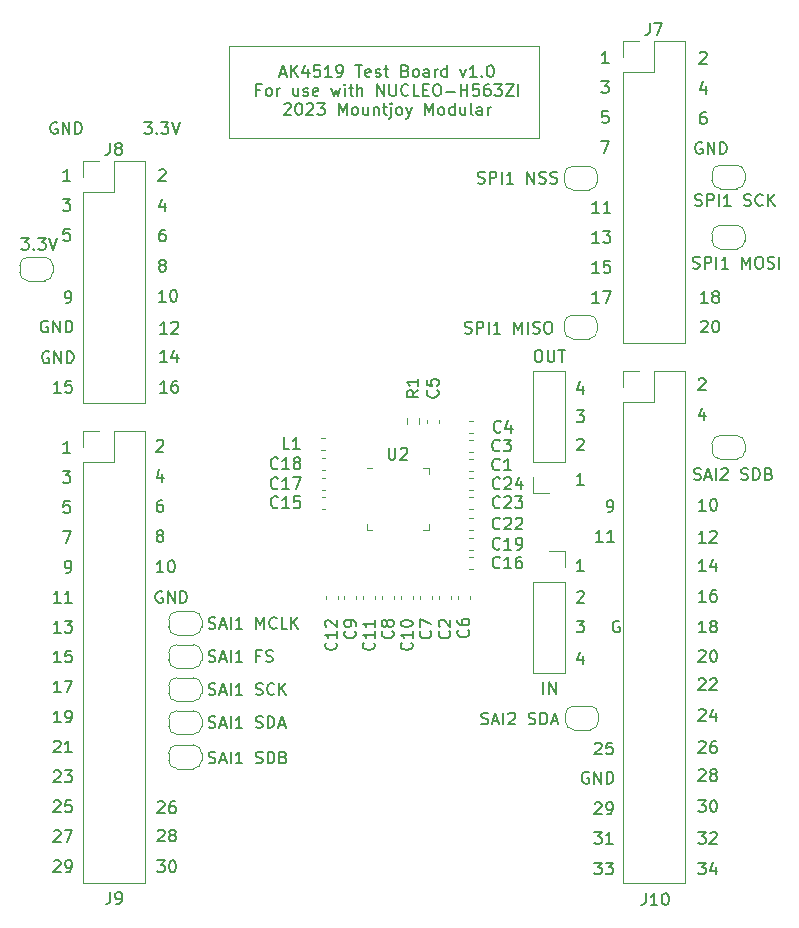
<source format=gbr>
%TF.GenerationSoftware,KiCad,Pcbnew,7.0.6*%
%TF.CreationDate,2023-08-01T18:28:40+01:00*%
%TF.ProjectId,AK4619_DevBoard,414b3436-3139-45f4-9465-76426f617264,rev?*%
%TF.SameCoordinates,Original*%
%TF.FileFunction,Legend,Top*%
%TF.FilePolarity,Positive*%
%FSLAX46Y46*%
G04 Gerber Fmt 4.6, Leading zero omitted, Abs format (unit mm)*
G04 Created by KiCad (PCBNEW 7.0.6) date 2023-08-01 18:28:40*
%MOMM*%
%LPD*%
G01*
G04 APERTURE LIST*
%ADD10C,0.100000*%
%ADD11C,0.150000*%
%ADD12C,0.120000*%
G04 APERTURE END LIST*
D10*
X150700000Y-34600000D02*
X177000000Y-34600000D01*
X177000000Y-42400000D01*
X150700000Y-42400000D01*
X150700000Y-34600000D01*
D11*
X155076189Y-36964104D02*
X155552379Y-36964104D01*
X154980951Y-37249819D02*
X155314284Y-36249819D01*
X155314284Y-36249819D02*
X155647617Y-37249819D01*
X155980951Y-37249819D02*
X155980951Y-36249819D01*
X156552379Y-37249819D02*
X156123808Y-36678390D01*
X156552379Y-36249819D02*
X155980951Y-36821247D01*
X157409522Y-36583152D02*
X157409522Y-37249819D01*
X157171427Y-36202200D02*
X156933332Y-36916485D01*
X156933332Y-36916485D02*
X157552379Y-36916485D01*
X158409522Y-36249819D02*
X157933332Y-36249819D01*
X157933332Y-36249819D02*
X157885713Y-36726009D01*
X157885713Y-36726009D02*
X157933332Y-36678390D01*
X157933332Y-36678390D02*
X158028570Y-36630771D01*
X158028570Y-36630771D02*
X158266665Y-36630771D01*
X158266665Y-36630771D02*
X158361903Y-36678390D01*
X158361903Y-36678390D02*
X158409522Y-36726009D01*
X158409522Y-36726009D02*
X158457141Y-36821247D01*
X158457141Y-36821247D02*
X158457141Y-37059342D01*
X158457141Y-37059342D02*
X158409522Y-37154580D01*
X158409522Y-37154580D02*
X158361903Y-37202200D01*
X158361903Y-37202200D02*
X158266665Y-37249819D01*
X158266665Y-37249819D02*
X158028570Y-37249819D01*
X158028570Y-37249819D02*
X157933332Y-37202200D01*
X157933332Y-37202200D02*
X157885713Y-37154580D01*
X159409522Y-37249819D02*
X158838094Y-37249819D01*
X159123808Y-37249819D02*
X159123808Y-36249819D01*
X159123808Y-36249819D02*
X159028570Y-36392676D01*
X159028570Y-36392676D02*
X158933332Y-36487914D01*
X158933332Y-36487914D02*
X158838094Y-36535533D01*
X159885713Y-37249819D02*
X160076189Y-37249819D01*
X160076189Y-37249819D02*
X160171427Y-37202200D01*
X160171427Y-37202200D02*
X160219046Y-37154580D01*
X160219046Y-37154580D02*
X160314284Y-37011723D01*
X160314284Y-37011723D02*
X160361903Y-36821247D01*
X160361903Y-36821247D02*
X160361903Y-36440295D01*
X160361903Y-36440295D02*
X160314284Y-36345057D01*
X160314284Y-36345057D02*
X160266665Y-36297438D01*
X160266665Y-36297438D02*
X160171427Y-36249819D01*
X160171427Y-36249819D02*
X159980951Y-36249819D01*
X159980951Y-36249819D02*
X159885713Y-36297438D01*
X159885713Y-36297438D02*
X159838094Y-36345057D01*
X159838094Y-36345057D02*
X159790475Y-36440295D01*
X159790475Y-36440295D02*
X159790475Y-36678390D01*
X159790475Y-36678390D02*
X159838094Y-36773628D01*
X159838094Y-36773628D02*
X159885713Y-36821247D01*
X159885713Y-36821247D02*
X159980951Y-36868866D01*
X159980951Y-36868866D02*
X160171427Y-36868866D01*
X160171427Y-36868866D02*
X160266665Y-36821247D01*
X160266665Y-36821247D02*
X160314284Y-36773628D01*
X160314284Y-36773628D02*
X160361903Y-36678390D01*
X161409523Y-36249819D02*
X161980951Y-36249819D01*
X161695237Y-37249819D02*
X161695237Y-36249819D01*
X162695237Y-37202200D02*
X162599999Y-37249819D01*
X162599999Y-37249819D02*
X162409523Y-37249819D01*
X162409523Y-37249819D02*
X162314285Y-37202200D01*
X162314285Y-37202200D02*
X162266666Y-37106961D01*
X162266666Y-37106961D02*
X162266666Y-36726009D01*
X162266666Y-36726009D02*
X162314285Y-36630771D01*
X162314285Y-36630771D02*
X162409523Y-36583152D01*
X162409523Y-36583152D02*
X162599999Y-36583152D01*
X162599999Y-36583152D02*
X162695237Y-36630771D01*
X162695237Y-36630771D02*
X162742856Y-36726009D01*
X162742856Y-36726009D02*
X162742856Y-36821247D01*
X162742856Y-36821247D02*
X162266666Y-36916485D01*
X163123809Y-37202200D02*
X163219047Y-37249819D01*
X163219047Y-37249819D02*
X163409523Y-37249819D01*
X163409523Y-37249819D02*
X163504761Y-37202200D01*
X163504761Y-37202200D02*
X163552380Y-37106961D01*
X163552380Y-37106961D02*
X163552380Y-37059342D01*
X163552380Y-37059342D02*
X163504761Y-36964104D01*
X163504761Y-36964104D02*
X163409523Y-36916485D01*
X163409523Y-36916485D02*
X163266666Y-36916485D01*
X163266666Y-36916485D02*
X163171428Y-36868866D01*
X163171428Y-36868866D02*
X163123809Y-36773628D01*
X163123809Y-36773628D02*
X163123809Y-36726009D01*
X163123809Y-36726009D02*
X163171428Y-36630771D01*
X163171428Y-36630771D02*
X163266666Y-36583152D01*
X163266666Y-36583152D02*
X163409523Y-36583152D01*
X163409523Y-36583152D02*
X163504761Y-36630771D01*
X163838095Y-36583152D02*
X164219047Y-36583152D01*
X163980952Y-36249819D02*
X163980952Y-37106961D01*
X163980952Y-37106961D02*
X164028571Y-37202200D01*
X164028571Y-37202200D02*
X164123809Y-37249819D01*
X164123809Y-37249819D02*
X164219047Y-37249819D01*
X165647619Y-36726009D02*
X165790476Y-36773628D01*
X165790476Y-36773628D02*
X165838095Y-36821247D01*
X165838095Y-36821247D02*
X165885714Y-36916485D01*
X165885714Y-36916485D02*
X165885714Y-37059342D01*
X165885714Y-37059342D02*
X165838095Y-37154580D01*
X165838095Y-37154580D02*
X165790476Y-37202200D01*
X165790476Y-37202200D02*
X165695238Y-37249819D01*
X165695238Y-37249819D02*
X165314286Y-37249819D01*
X165314286Y-37249819D02*
X165314286Y-36249819D01*
X165314286Y-36249819D02*
X165647619Y-36249819D01*
X165647619Y-36249819D02*
X165742857Y-36297438D01*
X165742857Y-36297438D02*
X165790476Y-36345057D01*
X165790476Y-36345057D02*
X165838095Y-36440295D01*
X165838095Y-36440295D02*
X165838095Y-36535533D01*
X165838095Y-36535533D02*
X165790476Y-36630771D01*
X165790476Y-36630771D02*
X165742857Y-36678390D01*
X165742857Y-36678390D02*
X165647619Y-36726009D01*
X165647619Y-36726009D02*
X165314286Y-36726009D01*
X166457143Y-37249819D02*
X166361905Y-37202200D01*
X166361905Y-37202200D02*
X166314286Y-37154580D01*
X166314286Y-37154580D02*
X166266667Y-37059342D01*
X166266667Y-37059342D02*
X166266667Y-36773628D01*
X166266667Y-36773628D02*
X166314286Y-36678390D01*
X166314286Y-36678390D02*
X166361905Y-36630771D01*
X166361905Y-36630771D02*
X166457143Y-36583152D01*
X166457143Y-36583152D02*
X166600000Y-36583152D01*
X166600000Y-36583152D02*
X166695238Y-36630771D01*
X166695238Y-36630771D02*
X166742857Y-36678390D01*
X166742857Y-36678390D02*
X166790476Y-36773628D01*
X166790476Y-36773628D02*
X166790476Y-37059342D01*
X166790476Y-37059342D02*
X166742857Y-37154580D01*
X166742857Y-37154580D02*
X166695238Y-37202200D01*
X166695238Y-37202200D02*
X166600000Y-37249819D01*
X166600000Y-37249819D02*
X166457143Y-37249819D01*
X167647619Y-37249819D02*
X167647619Y-36726009D01*
X167647619Y-36726009D02*
X167600000Y-36630771D01*
X167600000Y-36630771D02*
X167504762Y-36583152D01*
X167504762Y-36583152D02*
X167314286Y-36583152D01*
X167314286Y-36583152D02*
X167219048Y-36630771D01*
X167647619Y-37202200D02*
X167552381Y-37249819D01*
X167552381Y-37249819D02*
X167314286Y-37249819D01*
X167314286Y-37249819D02*
X167219048Y-37202200D01*
X167219048Y-37202200D02*
X167171429Y-37106961D01*
X167171429Y-37106961D02*
X167171429Y-37011723D01*
X167171429Y-37011723D02*
X167219048Y-36916485D01*
X167219048Y-36916485D02*
X167314286Y-36868866D01*
X167314286Y-36868866D02*
X167552381Y-36868866D01*
X167552381Y-36868866D02*
X167647619Y-36821247D01*
X168123810Y-37249819D02*
X168123810Y-36583152D01*
X168123810Y-36773628D02*
X168171429Y-36678390D01*
X168171429Y-36678390D02*
X168219048Y-36630771D01*
X168219048Y-36630771D02*
X168314286Y-36583152D01*
X168314286Y-36583152D02*
X168409524Y-36583152D01*
X169171429Y-37249819D02*
X169171429Y-36249819D01*
X169171429Y-37202200D02*
X169076191Y-37249819D01*
X169076191Y-37249819D02*
X168885715Y-37249819D01*
X168885715Y-37249819D02*
X168790477Y-37202200D01*
X168790477Y-37202200D02*
X168742858Y-37154580D01*
X168742858Y-37154580D02*
X168695239Y-37059342D01*
X168695239Y-37059342D02*
X168695239Y-36773628D01*
X168695239Y-36773628D02*
X168742858Y-36678390D01*
X168742858Y-36678390D02*
X168790477Y-36630771D01*
X168790477Y-36630771D02*
X168885715Y-36583152D01*
X168885715Y-36583152D02*
X169076191Y-36583152D01*
X169076191Y-36583152D02*
X169171429Y-36630771D01*
X170314287Y-36583152D02*
X170552382Y-37249819D01*
X170552382Y-37249819D02*
X170790477Y-36583152D01*
X171695239Y-37249819D02*
X171123811Y-37249819D01*
X171409525Y-37249819D02*
X171409525Y-36249819D01*
X171409525Y-36249819D02*
X171314287Y-36392676D01*
X171314287Y-36392676D02*
X171219049Y-36487914D01*
X171219049Y-36487914D02*
X171123811Y-36535533D01*
X172123811Y-37154580D02*
X172171430Y-37202200D01*
X172171430Y-37202200D02*
X172123811Y-37249819D01*
X172123811Y-37249819D02*
X172076192Y-37202200D01*
X172076192Y-37202200D02*
X172123811Y-37154580D01*
X172123811Y-37154580D02*
X172123811Y-37249819D01*
X172790477Y-36249819D02*
X172885715Y-36249819D01*
X172885715Y-36249819D02*
X172980953Y-36297438D01*
X172980953Y-36297438D02*
X173028572Y-36345057D01*
X173028572Y-36345057D02*
X173076191Y-36440295D01*
X173076191Y-36440295D02*
X173123810Y-36630771D01*
X173123810Y-36630771D02*
X173123810Y-36868866D01*
X173123810Y-36868866D02*
X173076191Y-37059342D01*
X173076191Y-37059342D02*
X173028572Y-37154580D01*
X173028572Y-37154580D02*
X172980953Y-37202200D01*
X172980953Y-37202200D02*
X172885715Y-37249819D01*
X172885715Y-37249819D02*
X172790477Y-37249819D01*
X172790477Y-37249819D02*
X172695239Y-37202200D01*
X172695239Y-37202200D02*
X172647620Y-37154580D01*
X172647620Y-37154580D02*
X172600001Y-37059342D01*
X172600001Y-37059342D02*
X172552382Y-36868866D01*
X172552382Y-36868866D02*
X172552382Y-36630771D01*
X172552382Y-36630771D02*
X172600001Y-36440295D01*
X172600001Y-36440295D02*
X172647620Y-36345057D01*
X172647620Y-36345057D02*
X172695239Y-36297438D01*
X172695239Y-36297438D02*
X172790477Y-36249819D01*
X153338094Y-38336009D02*
X153004761Y-38336009D01*
X153004761Y-38859819D02*
X153004761Y-37859819D01*
X153004761Y-37859819D02*
X153480951Y-37859819D01*
X154004761Y-38859819D02*
X153909523Y-38812200D01*
X153909523Y-38812200D02*
X153861904Y-38764580D01*
X153861904Y-38764580D02*
X153814285Y-38669342D01*
X153814285Y-38669342D02*
X153814285Y-38383628D01*
X153814285Y-38383628D02*
X153861904Y-38288390D01*
X153861904Y-38288390D02*
X153909523Y-38240771D01*
X153909523Y-38240771D02*
X154004761Y-38193152D01*
X154004761Y-38193152D02*
X154147618Y-38193152D01*
X154147618Y-38193152D02*
X154242856Y-38240771D01*
X154242856Y-38240771D02*
X154290475Y-38288390D01*
X154290475Y-38288390D02*
X154338094Y-38383628D01*
X154338094Y-38383628D02*
X154338094Y-38669342D01*
X154338094Y-38669342D02*
X154290475Y-38764580D01*
X154290475Y-38764580D02*
X154242856Y-38812200D01*
X154242856Y-38812200D02*
X154147618Y-38859819D01*
X154147618Y-38859819D02*
X154004761Y-38859819D01*
X154766666Y-38859819D02*
X154766666Y-38193152D01*
X154766666Y-38383628D02*
X154814285Y-38288390D01*
X154814285Y-38288390D02*
X154861904Y-38240771D01*
X154861904Y-38240771D02*
X154957142Y-38193152D01*
X154957142Y-38193152D02*
X155052380Y-38193152D01*
X156576190Y-38193152D02*
X156576190Y-38859819D01*
X156147619Y-38193152D02*
X156147619Y-38716961D01*
X156147619Y-38716961D02*
X156195238Y-38812200D01*
X156195238Y-38812200D02*
X156290476Y-38859819D01*
X156290476Y-38859819D02*
X156433333Y-38859819D01*
X156433333Y-38859819D02*
X156528571Y-38812200D01*
X156528571Y-38812200D02*
X156576190Y-38764580D01*
X157004762Y-38812200D02*
X157100000Y-38859819D01*
X157100000Y-38859819D02*
X157290476Y-38859819D01*
X157290476Y-38859819D02*
X157385714Y-38812200D01*
X157385714Y-38812200D02*
X157433333Y-38716961D01*
X157433333Y-38716961D02*
X157433333Y-38669342D01*
X157433333Y-38669342D02*
X157385714Y-38574104D01*
X157385714Y-38574104D02*
X157290476Y-38526485D01*
X157290476Y-38526485D02*
X157147619Y-38526485D01*
X157147619Y-38526485D02*
X157052381Y-38478866D01*
X157052381Y-38478866D02*
X157004762Y-38383628D01*
X157004762Y-38383628D02*
X157004762Y-38336009D01*
X157004762Y-38336009D02*
X157052381Y-38240771D01*
X157052381Y-38240771D02*
X157147619Y-38193152D01*
X157147619Y-38193152D02*
X157290476Y-38193152D01*
X157290476Y-38193152D02*
X157385714Y-38240771D01*
X158242857Y-38812200D02*
X158147619Y-38859819D01*
X158147619Y-38859819D02*
X157957143Y-38859819D01*
X157957143Y-38859819D02*
X157861905Y-38812200D01*
X157861905Y-38812200D02*
X157814286Y-38716961D01*
X157814286Y-38716961D02*
X157814286Y-38336009D01*
X157814286Y-38336009D02*
X157861905Y-38240771D01*
X157861905Y-38240771D02*
X157957143Y-38193152D01*
X157957143Y-38193152D02*
X158147619Y-38193152D01*
X158147619Y-38193152D02*
X158242857Y-38240771D01*
X158242857Y-38240771D02*
X158290476Y-38336009D01*
X158290476Y-38336009D02*
X158290476Y-38431247D01*
X158290476Y-38431247D02*
X157814286Y-38526485D01*
X159385715Y-38193152D02*
X159576191Y-38859819D01*
X159576191Y-38859819D02*
X159766667Y-38383628D01*
X159766667Y-38383628D02*
X159957143Y-38859819D01*
X159957143Y-38859819D02*
X160147619Y-38193152D01*
X160528572Y-38859819D02*
X160528572Y-38193152D01*
X160528572Y-37859819D02*
X160480953Y-37907438D01*
X160480953Y-37907438D02*
X160528572Y-37955057D01*
X160528572Y-37955057D02*
X160576191Y-37907438D01*
X160576191Y-37907438D02*
X160528572Y-37859819D01*
X160528572Y-37859819D02*
X160528572Y-37955057D01*
X160861905Y-38193152D02*
X161242857Y-38193152D01*
X161004762Y-37859819D02*
X161004762Y-38716961D01*
X161004762Y-38716961D02*
X161052381Y-38812200D01*
X161052381Y-38812200D02*
X161147619Y-38859819D01*
X161147619Y-38859819D02*
X161242857Y-38859819D01*
X161576191Y-38859819D02*
X161576191Y-37859819D01*
X162004762Y-38859819D02*
X162004762Y-38336009D01*
X162004762Y-38336009D02*
X161957143Y-38240771D01*
X161957143Y-38240771D02*
X161861905Y-38193152D01*
X161861905Y-38193152D02*
X161719048Y-38193152D01*
X161719048Y-38193152D02*
X161623810Y-38240771D01*
X161623810Y-38240771D02*
X161576191Y-38288390D01*
X163242858Y-38859819D02*
X163242858Y-37859819D01*
X163242858Y-37859819D02*
X163814286Y-38859819D01*
X163814286Y-38859819D02*
X163814286Y-37859819D01*
X164290477Y-37859819D02*
X164290477Y-38669342D01*
X164290477Y-38669342D02*
X164338096Y-38764580D01*
X164338096Y-38764580D02*
X164385715Y-38812200D01*
X164385715Y-38812200D02*
X164480953Y-38859819D01*
X164480953Y-38859819D02*
X164671429Y-38859819D01*
X164671429Y-38859819D02*
X164766667Y-38812200D01*
X164766667Y-38812200D02*
X164814286Y-38764580D01*
X164814286Y-38764580D02*
X164861905Y-38669342D01*
X164861905Y-38669342D02*
X164861905Y-37859819D01*
X165909524Y-38764580D02*
X165861905Y-38812200D01*
X165861905Y-38812200D02*
X165719048Y-38859819D01*
X165719048Y-38859819D02*
X165623810Y-38859819D01*
X165623810Y-38859819D02*
X165480953Y-38812200D01*
X165480953Y-38812200D02*
X165385715Y-38716961D01*
X165385715Y-38716961D02*
X165338096Y-38621723D01*
X165338096Y-38621723D02*
X165290477Y-38431247D01*
X165290477Y-38431247D02*
X165290477Y-38288390D01*
X165290477Y-38288390D02*
X165338096Y-38097914D01*
X165338096Y-38097914D02*
X165385715Y-38002676D01*
X165385715Y-38002676D02*
X165480953Y-37907438D01*
X165480953Y-37907438D02*
X165623810Y-37859819D01*
X165623810Y-37859819D02*
X165719048Y-37859819D01*
X165719048Y-37859819D02*
X165861905Y-37907438D01*
X165861905Y-37907438D02*
X165909524Y-37955057D01*
X166814286Y-38859819D02*
X166338096Y-38859819D01*
X166338096Y-38859819D02*
X166338096Y-37859819D01*
X167147620Y-38336009D02*
X167480953Y-38336009D01*
X167623810Y-38859819D02*
X167147620Y-38859819D01*
X167147620Y-38859819D02*
X167147620Y-37859819D01*
X167147620Y-37859819D02*
X167623810Y-37859819D01*
X168242858Y-37859819D02*
X168433334Y-37859819D01*
X168433334Y-37859819D02*
X168528572Y-37907438D01*
X168528572Y-37907438D02*
X168623810Y-38002676D01*
X168623810Y-38002676D02*
X168671429Y-38193152D01*
X168671429Y-38193152D02*
X168671429Y-38526485D01*
X168671429Y-38526485D02*
X168623810Y-38716961D01*
X168623810Y-38716961D02*
X168528572Y-38812200D01*
X168528572Y-38812200D02*
X168433334Y-38859819D01*
X168433334Y-38859819D02*
X168242858Y-38859819D01*
X168242858Y-38859819D02*
X168147620Y-38812200D01*
X168147620Y-38812200D02*
X168052382Y-38716961D01*
X168052382Y-38716961D02*
X168004763Y-38526485D01*
X168004763Y-38526485D02*
X168004763Y-38193152D01*
X168004763Y-38193152D02*
X168052382Y-38002676D01*
X168052382Y-38002676D02*
X168147620Y-37907438D01*
X168147620Y-37907438D02*
X168242858Y-37859819D01*
X169100001Y-38478866D02*
X169861906Y-38478866D01*
X170338096Y-38859819D02*
X170338096Y-37859819D01*
X170338096Y-38336009D02*
X170909524Y-38336009D01*
X170909524Y-38859819D02*
X170909524Y-37859819D01*
X171861905Y-37859819D02*
X171385715Y-37859819D01*
X171385715Y-37859819D02*
X171338096Y-38336009D01*
X171338096Y-38336009D02*
X171385715Y-38288390D01*
X171385715Y-38288390D02*
X171480953Y-38240771D01*
X171480953Y-38240771D02*
X171719048Y-38240771D01*
X171719048Y-38240771D02*
X171814286Y-38288390D01*
X171814286Y-38288390D02*
X171861905Y-38336009D01*
X171861905Y-38336009D02*
X171909524Y-38431247D01*
X171909524Y-38431247D02*
X171909524Y-38669342D01*
X171909524Y-38669342D02*
X171861905Y-38764580D01*
X171861905Y-38764580D02*
X171814286Y-38812200D01*
X171814286Y-38812200D02*
X171719048Y-38859819D01*
X171719048Y-38859819D02*
X171480953Y-38859819D01*
X171480953Y-38859819D02*
X171385715Y-38812200D01*
X171385715Y-38812200D02*
X171338096Y-38764580D01*
X172766667Y-37859819D02*
X172576191Y-37859819D01*
X172576191Y-37859819D02*
X172480953Y-37907438D01*
X172480953Y-37907438D02*
X172433334Y-37955057D01*
X172433334Y-37955057D02*
X172338096Y-38097914D01*
X172338096Y-38097914D02*
X172290477Y-38288390D01*
X172290477Y-38288390D02*
X172290477Y-38669342D01*
X172290477Y-38669342D02*
X172338096Y-38764580D01*
X172338096Y-38764580D02*
X172385715Y-38812200D01*
X172385715Y-38812200D02*
X172480953Y-38859819D01*
X172480953Y-38859819D02*
X172671429Y-38859819D01*
X172671429Y-38859819D02*
X172766667Y-38812200D01*
X172766667Y-38812200D02*
X172814286Y-38764580D01*
X172814286Y-38764580D02*
X172861905Y-38669342D01*
X172861905Y-38669342D02*
X172861905Y-38431247D01*
X172861905Y-38431247D02*
X172814286Y-38336009D01*
X172814286Y-38336009D02*
X172766667Y-38288390D01*
X172766667Y-38288390D02*
X172671429Y-38240771D01*
X172671429Y-38240771D02*
X172480953Y-38240771D01*
X172480953Y-38240771D02*
X172385715Y-38288390D01*
X172385715Y-38288390D02*
X172338096Y-38336009D01*
X172338096Y-38336009D02*
X172290477Y-38431247D01*
X173195239Y-37859819D02*
X173814286Y-37859819D01*
X173814286Y-37859819D02*
X173480953Y-38240771D01*
X173480953Y-38240771D02*
X173623810Y-38240771D01*
X173623810Y-38240771D02*
X173719048Y-38288390D01*
X173719048Y-38288390D02*
X173766667Y-38336009D01*
X173766667Y-38336009D02*
X173814286Y-38431247D01*
X173814286Y-38431247D02*
X173814286Y-38669342D01*
X173814286Y-38669342D02*
X173766667Y-38764580D01*
X173766667Y-38764580D02*
X173719048Y-38812200D01*
X173719048Y-38812200D02*
X173623810Y-38859819D01*
X173623810Y-38859819D02*
X173338096Y-38859819D01*
X173338096Y-38859819D02*
X173242858Y-38812200D01*
X173242858Y-38812200D02*
X173195239Y-38764580D01*
X174147620Y-37859819D02*
X174814286Y-37859819D01*
X174814286Y-37859819D02*
X174147620Y-38859819D01*
X174147620Y-38859819D02*
X174814286Y-38859819D01*
X175195239Y-38859819D02*
X175195239Y-37859819D01*
X155385713Y-39565057D02*
X155433332Y-39517438D01*
X155433332Y-39517438D02*
X155528570Y-39469819D01*
X155528570Y-39469819D02*
X155766665Y-39469819D01*
X155766665Y-39469819D02*
X155861903Y-39517438D01*
X155861903Y-39517438D02*
X155909522Y-39565057D01*
X155909522Y-39565057D02*
X155957141Y-39660295D01*
X155957141Y-39660295D02*
X155957141Y-39755533D01*
X155957141Y-39755533D02*
X155909522Y-39898390D01*
X155909522Y-39898390D02*
X155338094Y-40469819D01*
X155338094Y-40469819D02*
X155957141Y-40469819D01*
X156576189Y-39469819D02*
X156671427Y-39469819D01*
X156671427Y-39469819D02*
X156766665Y-39517438D01*
X156766665Y-39517438D02*
X156814284Y-39565057D01*
X156814284Y-39565057D02*
X156861903Y-39660295D01*
X156861903Y-39660295D02*
X156909522Y-39850771D01*
X156909522Y-39850771D02*
X156909522Y-40088866D01*
X156909522Y-40088866D02*
X156861903Y-40279342D01*
X156861903Y-40279342D02*
X156814284Y-40374580D01*
X156814284Y-40374580D02*
X156766665Y-40422200D01*
X156766665Y-40422200D02*
X156671427Y-40469819D01*
X156671427Y-40469819D02*
X156576189Y-40469819D01*
X156576189Y-40469819D02*
X156480951Y-40422200D01*
X156480951Y-40422200D02*
X156433332Y-40374580D01*
X156433332Y-40374580D02*
X156385713Y-40279342D01*
X156385713Y-40279342D02*
X156338094Y-40088866D01*
X156338094Y-40088866D02*
X156338094Y-39850771D01*
X156338094Y-39850771D02*
X156385713Y-39660295D01*
X156385713Y-39660295D02*
X156433332Y-39565057D01*
X156433332Y-39565057D02*
X156480951Y-39517438D01*
X156480951Y-39517438D02*
X156576189Y-39469819D01*
X157290475Y-39565057D02*
X157338094Y-39517438D01*
X157338094Y-39517438D02*
X157433332Y-39469819D01*
X157433332Y-39469819D02*
X157671427Y-39469819D01*
X157671427Y-39469819D02*
X157766665Y-39517438D01*
X157766665Y-39517438D02*
X157814284Y-39565057D01*
X157814284Y-39565057D02*
X157861903Y-39660295D01*
X157861903Y-39660295D02*
X157861903Y-39755533D01*
X157861903Y-39755533D02*
X157814284Y-39898390D01*
X157814284Y-39898390D02*
X157242856Y-40469819D01*
X157242856Y-40469819D02*
X157861903Y-40469819D01*
X158195237Y-39469819D02*
X158814284Y-39469819D01*
X158814284Y-39469819D02*
X158480951Y-39850771D01*
X158480951Y-39850771D02*
X158623808Y-39850771D01*
X158623808Y-39850771D02*
X158719046Y-39898390D01*
X158719046Y-39898390D02*
X158766665Y-39946009D01*
X158766665Y-39946009D02*
X158814284Y-40041247D01*
X158814284Y-40041247D02*
X158814284Y-40279342D01*
X158814284Y-40279342D02*
X158766665Y-40374580D01*
X158766665Y-40374580D02*
X158719046Y-40422200D01*
X158719046Y-40422200D02*
X158623808Y-40469819D01*
X158623808Y-40469819D02*
X158338094Y-40469819D01*
X158338094Y-40469819D02*
X158242856Y-40422200D01*
X158242856Y-40422200D02*
X158195237Y-40374580D01*
X160004761Y-40469819D02*
X160004761Y-39469819D01*
X160004761Y-39469819D02*
X160338094Y-40184104D01*
X160338094Y-40184104D02*
X160671427Y-39469819D01*
X160671427Y-39469819D02*
X160671427Y-40469819D01*
X161290475Y-40469819D02*
X161195237Y-40422200D01*
X161195237Y-40422200D02*
X161147618Y-40374580D01*
X161147618Y-40374580D02*
X161099999Y-40279342D01*
X161099999Y-40279342D02*
X161099999Y-39993628D01*
X161099999Y-39993628D02*
X161147618Y-39898390D01*
X161147618Y-39898390D02*
X161195237Y-39850771D01*
X161195237Y-39850771D02*
X161290475Y-39803152D01*
X161290475Y-39803152D02*
X161433332Y-39803152D01*
X161433332Y-39803152D02*
X161528570Y-39850771D01*
X161528570Y-39850771D02*
X161576189Y-39898390D01*
X161576189Y-39898390D02*
X161623808Y-39993628D01*
X161623808Y-39993628D02*
X161623808Y-40279342D01*
X161623808Y-40279342D02*
X161576189Y-40374580D01*
X161576189Y-40374580D02*
X161528570Y-40422200D01*
X161528570Y-40422200D02*
X161433332Y-40469819D01*
X161433332Y-40469819D02*
X161290475Y-40469819D01*
X162480951Y-39803152D02*
X162480951Y-40469819D01*
X162052380Y-39803152D02*
X162052380Y-40326961D01*
X162052380Y-40326961D02*
X162099999Y-40422200D01*
X162099999Y-40422200D02*
X162195237Y-40469819D01*
X162195237Y-40469819D02*
X162338094Y-40469819D01*
X162338094Y-40469819D02*
X162433332Y-40422200D01*
X162433332Y-40422200D02*
X162480951Y-40374580D01*
X162957142Y-39803152D02*
X162957142Y-40469819D01*
X162957142Y-39898390D02*
X163004761Y-39850771D01*
X163004761Y-39850771D02*
X163099999Y-39803152D01*
X163099999Y-39803152D02*
X163242856Y-39803152D01*
X163242856Y-39803152D02*
X163338094Y-39850771D01*
X163338094Y-39850771D02*
X163385713Y-39946009D01*
X163385713Y-39946009D02*
X163385713Y-40469819D01*
X163719047Y-39803152D02*
X164099999Y-39803152D01*
X163861904Y-39469819D02*
X163861904Y-40326961D01*
X163861904Y-40326961D02*
X163909523Y-40422200D01*
X163909523Y-40422200D02*
X164004761Y-40469819D01*
X164004761Y-40469819D02*
X164099999Y-40469819D01*
X164433333Y-39803152D02*
X164433333Y-40660295D01*
X164433333Y-40660295D02*
X164385714Y-40755533D01*
X164385714Y-40755533D02*
X164290476Y-40803152D01*
X164290476Y-40803152D02*
X164242857Y-40803152D01*
X164433333Y-39469819D02*
X164385714Y-39517438D01*
X164385714Y-39517438D02*
X164433333Y-39565057D01*
X164433333Y-39565057D02*
X164480952Y-39517438D01*
X164480952Y-39517438D02*
X164433333Y-39469819D01*
X164433333Y-39469819D02*
X164433333Y-39565057D01*
X165052380Y-40469819D02*
X164957142Y-40422200D01*
X164957142Y-40422200D02*
X164909523Y-40374580D01*
X164909523Y-40374580D02*
X164861904Y-40279342D01*
X164861904Y-40279342D02*
X164861904Y-39993628D01*
X164861904Y-39993628D02*
X164909523Y-39898390D01*
X164909523Y-39898390D02*
X164957142Y-39850771D01*
X164957142Y-39850771D02*
X165052380Y-39803152D01*
X165052380Y-39803152D02*
X165195237Y-39803152D01*
X165195237Y-39803152D02*
X165290475Y-39850771D01*
X165290475Y-39850771D02*
X165338094Y-39898390D01*
X165338094Y-39898390D02*
X165385713Y-39993628D01*
X165385713Y-39993628D02*
X165385713Y-40279342D01*
X165385713Y-40279342D02*
X165338094Y-40374580D01*
X165338094Y-40374580D02*
X165290475Y-40422200D01*
X165290475Y-40422200D02*
X165195237Y-40469819D01*
X165195237Y-40469819D02*
X165052380Y-40469819D01*
X165719047Y-39803152D02*
X165957142Y-40469819D01*
X166195237Y-39803152D02*
X165957142Y-40469819D01*
X165957142Y-40469819D02*
X165861904Y-40707914D01*
X165861904Y-40707914D02*
X165814285Y-40755533D01*
X165814285Y-40755533D02*
X165719047Y-40803152D01*
X167338095Y-40469819D02*
X167338095Y-39469819D01*
X167338095Y-39469819D02*
X167671428Y-40184104D01*
X167671428Y-40184104D02*
X168004761Y-39469819D01*
X168004761Y-39469819D02*
X168004761Y-40469819D01*
X168623809Y-40469819D02*
X168528571Y-40422200D01*
X168528571Y-40422200D02*
X168480952Y-40374580D01*
X168480952Y-40374580D02*
X168433333Y-40279342D01*
X168433333Y-40279342D02*
X168433333Y-39993628D01*
X168433333Y-39993628D02*
X168480952Y-39898390D01*
X168480952Y-39898390D02*
X168528571Y-39850771D01*
X168528571Y-39850771D02*
X168623809Y-39803152D01*
X168623809Y-39803152D02*
X168766666Y-39803152D01*
X168766666Y-39803152D02*
X168861904Y-39850771D01*
X168861904Y-39850771D02*
X168909523Y-39898390D01*
X168909523Y-39898390D02*
X168957142Y-39993628D01*
X168957142Y-39993628D02*
X168957142Y-40279342D01*
X168957142Y-40279342D02*
X168909523Y-40374580D01*
X168909523Y-40374580D02*
X168861904Y-40422200D01*
X168861904Y-40422200D02*
X168766666Y-40469819D01*
X168766666Y-40469819D02*
X168623809Y-40469819D01*
X169814285Y-40469819D02*
X169814285Y-39469819D01*
X169814285Y-40422200D02*
X169719047Y-40469819D01*
X169719047Y-40469819D02*
X169528571Y-40469819D01*
X169528571Y-40469819D02*
X169433333Y-40422200D01*
X169433333Y-40422200D02*
X169385714Y-40374580D01*
X169385714Y-40374580D02*
X169338095Y-40279342D01*
X169338095Y-40279342D02*
X169338095Y-39993628D01*
X169338095Y-39993628D02*
X169385714Y-39898390D01*
X169385714Y-39898390D02*
X169433333Y-39850771D01*
X169433333Y-39850771D02*
X169528571Y-39803152D01*
X169528571Y-39803152D02*
X169719047Y-39803152D01*
X169719047Y-39803152D02*
X169814285Y-39850771D01*
X170719047Y-39803152D02*
X170719047Y-40469819D01*
X170290476Y-39803152D02*
X170290476Y-40326961D01*
X170290476Y-40326961D02*
X170338095Y-40422200D01*
X170338095Y-40422200D02*
X170433333Y-40469819D01*
X170433333Y-40469819D02*
X170576190Y-40469819D01*
X170576190Y-40469819D02*
X170671428Y-40422200D01*
X170671428Y-40422200D02*
X170719047Y-40374580D01*
X171338095Y-40469819D02*
X171242857Y-40422200D01*
X171242857Y-40422200D02*
X171195238Y-40326961D01*
X171195238Y-40326961D02*
X171195238Y-39469819D01*
X172147619Y-40469819D02*
X172147619Y-39946009D01*
X172147619Y-39946009D02*
X172100000Y-39850771D01*
X172100000Y-39850771D02*
X172004762Y-39803152D01*
X172004762Y-39803152D02*
X171814286Y-39803152D01*
X171814286Y-39803152D02*
X171719048Y-39850771D01*
X172147619Y-40422200D02*
X172052381Y-40469819D01*
X172052381Y-40469819D02*
X171814286Y-40469819D01*
X171814286Y-40469819D02*
X171719048Y-40422200D01*
X171719048Y-40422200D02*
X171671429Y-40326961D01*
X171671429Y-40326961D02*
X171671429Y-40231723D01*
X171671429Y-40231723D02*
X171719048Y-40136485D01*
X171719048Y-40136485D02*
X171814286Y-40088866D01*
X171814286Y-40088866D02*
X172052381Y-40088866D01*
X172052381Y-40088866D02*
X172147619Y-40041247D01*
X172623810Y-40469819D02*
X172623810Y-39803152D01*
X172623810Y-39993628D02*
X172671429Y-39898390D01*
X172671429Y-39898390D02*
X172719048Y-39850771D01*
X172719048Y-39850771D02*
X172814286Y-39803152D01*
X172814286Y-39803152D02*
X172909524Y-39803152D01*
X136460588Y-63976961D02*
X135889160Y-63976961D01*
X136174874Y-63976961D02*
X136174874Y-62976961D01*
X136174874Y-62976961D02*
X136079636Y-63119818D01*
X136079636Y-63119818D02*
X135984398Y-63215056D01*
X135984398Y-63215056D02*
X135889160Y-63262675D01*
X137365350Y-62976961D02*
X136889160Y-62976961D01*
X136889160Y-62976961D02*
X136841541Y-63453151D01*
X136841541Y-63453151D02*
X136889160Y-63405532D01*
X136889160Y-63405532D02*
X136984398Y-63357913D01*
X136984398Y-63357913D02*
X137222493Y-63357913D01*
X137222493Y-63357913D02*
X137317731Y-63405532D01*
X137317731Y-63405532D02*
X137365350Y-63453151D01*
X137365350Y-63453151D02*
X137412969Y-63548389D01*
X137412969Y-63548389D02*
X137412969Y-63786484D01*
X137412969Y-63786484D02*
X137365350Y-63881722D01*
X137365350Y-63881722D02*
X137317731Y-63929342D01*
X137317731Y-63929342D02*
X137222493Y-63976961D01*
X137222493Y-63976961D02*
X136984398Y-63976961D01*
X136984398Y-63976961D02*
X136889160Y-63929342D01*
X136889160Y-63929342D02*
X136841541Y-63881722D01*
X136884398Y-56369819D02*
X137074874Y-56369819D01*
X137074874Y-56369819D02*
X137170112Y-56322200D01*
X137170112Y-56322200D02*
X137217731Y-56274580D01*
X137217731Y-56274580D02*
X137312969Y-56131723D01*
X137312969Y-56131723D02*
X137360588Y-55941247D01*
X137360588Y-55941247D02*
X137360588Y-55560295D01*
X137360588Y-55560295D02*
X137312969Y-55465057D01*
X137312969Y-55465057D02*
X137265350Y-55417438D01*
X137265350Y-55417438D02*
X137170112Y-55369819D01*
X137170112Y-55369819D02*
X136979636Y-55369819D01*
X136979636Y-55369819D02*
X136884398Y-55417438D01*
X136884398Y-55417438D02*
X136836779Y-55465057D01*
X136836779Y-55465057D02*
X136789160Y-55560295D01*
X136789160Y-55560295D02*
X136789160Y-55798390D01*
X136789160Y-55798390D02*
X136836779Y-55893628D01*
X136836779Y-55893628D02*
X136884398Y-55941247D01*
X136884398Y-55941247D02*
X136979636Y-55988866D01*
X136979636Y-55988866D02*
X137170112Y-55988866D01*
X137170112Y-55988866D02*
X137265350Y-55941247D01*
X137265350Y-55941247D02*
X137312969Y-55893628D01*
X137312969Y-55893628D02*
X137360588Y-55798390D01*
X182784398Y-74069819D02*
X182974874Y-74069819D01*
X182974874Y-74069819D02*
X183070112Y-74022200D01*
X183070112Y-74022200D02*
X183117731Y-73974580D01*
X183117731Y-73974580D02*
X183212969Y-73831723D01*
X183212969Y-73831723D02*
X183260588Y-73641247D01*
X183260588Y-73641247D02*
X183260588Y-73260295D01*
X183260588Y-73260295D02*
X183212969Y-73165057D01*
X183212969Y-73165057D02*
X183165350Y-73117438D01*
X183165350Y-73117438D02*
X183070112Y-73069819D01*
X183070112Y-73069819D02*
X182879636Y-73069819D01*
X182879636Y-73069819D02*
X182784398Y-73117438D01*
X182784398Y-73117438D02*
X182736779Y-73165057D01*
X182736779Y-73165057D02*
X182689160Y-73260295D01*
X182689160Y-73260295D02*
X182689160Y-73498390D01*
X182689160Y-73498390D02*
X182736779Y-73593628D01*
X182736779Y-73593628D02*
X182784398Y-73641247D01*
X182784398Y-73641247D02*
X182879636Y-73688866D01*
X182879636Y-73688866D02*
X183070112Y-73688866D01*
X183070112Y-73688866D02*
X183165350Y-73641247D01*
X183165350Y-73641247D02*
X183212969Y-73593628D01*
X183212969Y-73593628D02*
X183260588Y-73498390D01*
X182360588Y-76605533D02*
X181789160Y-76605533D01*
X182074874Y-76605533D02*
X182074874Y-75605533D01*
X182074874Y-75605533D02*
X181979636Y-75748390D01*
X181979636Y-75748390D02*
X181884398Y-75843628D01*
X181884398Y-75843628D02*
X181789160Y-75891247D01*
X183312969Y-76605533D02*
X182741541Y-76605533D01*
X183027255Y-76605533D02*
X183027255Y-75605533D01*
X183027255Y-75605533D02*
X182932017Y-75748390D01*
X182932017Y-75748390D02*
X182836779Y-75843628D01*
X182836779Y-75843628D02*
X182741541Y-75891247D01*
X181641541Y-101169819D02*
X182260588Y-101169819D01*
X182260588Y-101169819D02*
X181927255Y-101550771D01*
X181927255Y-101550771D02*
X182070112Y-101550771D01*
X182070112Y-101550771D02*
X182165350Y-101598390D01*
X182165350Y-101598390D02*
X182212969Y-101646009D01*
X182212969Y-101646009D02*
X182260588Y-101741247D01*
X182260588Y-101741247D02*
X182260588Y-101979342D01*
X182260588Y-101979342D02*
X182212969Y-102074580D01*
X182212969Y-102074580D02*
X182165350Y-102122200D01*
X182165350Y-102122200D02*
X182070112Y-102169819D01*
X182070112Y-102169819D02*
X181784398Y-102169819D01*
X181784398Y-102169819D02*
X181689160Y-102122200D01*
X181689160Y-102122200D02*
X181641541Y-102074580D01*
X183212969Y-102169819D02*
X182641541Y-102169819D01*
X182927255Y-102169819D02*
X182927255Y-101169819D01*
X182927255Y-101169819D02*
X182832017Y-101312676D01*
X182832017Y-101312676D02*
X182736779Y-101407914D01*
X182736779Y-101407914D02*
X182641541Y-101455533D01*
X181641541Y-103769819D02*
X182260588Y-103769819D01*
X182260588Y-103769819D02*
X181927255Y-104150771D01*
X181927255Y-104150771D02*
X182070112Y-104150771D01*
X182070112Y-104150771D02*
X182165350Y-104198390D01*
X182165350Y-104198390D02*
X182212969Y-104246009D01*
X182212969Y-104246009D02*
X182260588Y-104341247D01*
X182260588Y-104341247D02*
X182260588Y-104579342D01*
X182260588Y-104579342D02*
X182212969Y-104674580D01*
X182212969Y-104674580D02*
X182165350Y-104722200D01*
X182165350Y-104722200D02*
X182070112Y-104769819D01*
X182070112Y-104769819D02*
X181784398Y-104769819D01*
X181784398Y-104769819D02*
X181689160Y-104722200D01*
X181689160Y-104722200D02*
X181641541Y-104674580D01*
X182593922Y-103769819D02*
X183212969Y-103769819D01*
X183212969Y-103769819D02*
X182879636Y-104150771D01*
X182879636Y-104150771D02*
X183022493Y-104150771D01*
X183022493Y-104150771D02*
X183117731Y-104198390D01*
X183117731Y-104198390D02*
X183165350Y-104246009D01*
X183165350Y-104246009D02*
X183212969Y-104341247D01*
X183212969Y-104341247D02*
X183212969Y-104579342D01*
X183212969Y-104579342D02*
X183165350Y-104674580D01*
X183165350Y-104674580D02*
X183117731Y-104722200D01*
X183117731Y-104722200D02*
X183022493Y-104769819D01*
X183022493Y-104769819D02*
X182736779Y-104769819D01*
X182736779Y-104769819D02*
X182641541Y-104722200D01*
X182641541Y-104722200D02*
X182593922Y-104674580D01*
X181689160Y-98765057D02*
X181736779Y-98717438D01*
X181736779Y-98717438D02*
X181832017Y-98669819D01*
X181832017Y-98669819D02*
X182070112Y-98669819D01*
X182070112Y-98669819D02*
X182165350Y-98717438D01*
X182165350Y-98717438D02*
X182212969Y-98765057D01*
X182212969Y-98765057D02*
X182260588Y-98860295D01*
X182260588Y-98860295D02*
X182260588Y-98955533D01*
X182260588Y-98955533D02*
X182212969Y-99098390D01*
X182212969Y-99098390D02*
X181641541Y-99669819D01*
X181641541Y-99669819D02*
X182260588Y-99669819D01*
X182736779Y-99669819D02*
X182927255Y-99669819D01*
X182927255Y-99669819D02*
X183022493Y-99622200D01*
X183022493Y-99622200D02*
X183070112Y-99574580D01*
X183070112Y-99574580D02*
X183165350Y-99431723D01*
X183165350Y-99431723D02*
X183212969Y-99241247D01*
X183212969Y-99241247D02*
X183212969Y-98860295D01*
X183212969Y-98860295D02*
X183165350Y-98765057D01*
X183165350Y-98765057D02*
X183117731Y-98717438D01*
X183117731Y-98717438D02*
X183022493Y-98669819D01*
X183022493Y-98669819D02*
X182832017Y-98669819D01*
X182832017Y-98669819D02*
X182736779Y-98717438D01*
X182736779Y-98717438D02*
X182689160Y-98765057D01*
X182689160Y-98765057D02*
X182641541Y-98860295D01*
X182641541Y-98860295D02*
X182641541Y-99098390D01*
X182641541Y-99098390D02*
X182689160Y-99193628D01*
X182689160Y-99193628D02*
X182736779Y-99241247D01*
X182736779Y-99241247D02*
X182832017Y-99288866D01*
X182832017Y-99288866D02*
X183022493Y-99288866D01*
X183022493Y-99288866D02*
X183117731Y-99241247D01*
X183117731Y-99241247D02*
X183165350Y-99193628D01*
X183165350Y-99193628D02*
X183212969Y-99098390D01*
X181689160Y-93693625D02*
X181736779Y-93646006D01*
X181736779Y-93646006D02*
X181832017Y-93598387D01*
X181832017Y-93598387D02*
X182070112Y-93598387D01*
X182070112Y-93598387D02*
X182165350Y-93646006D01*
X182165350Y-93646006D02*
X182212969Y-93693625D01*
X182212969Y-93693625D02*
X182260588Y-93788863D01*
X182260588Y-93788863D02*
X182260588Y-93884101D01*
X182260588Y-93884101D02*
X182212969Y-94026958D01*
X182212969Y-94026958D02*
X181641541Y-94598387D01*
X181641541Y-94598387D02*
X182260588Y-94598387D01*
X183165350Y-93598387D02*
X182689160Y-93598387D01*
X182689160Y-93598387D02*
X182641541Y-94074577D01*
X182641541Y-94074577D02*
X182689160Y-94026958D01*
X182689160Y-94026958D02*
X182784398Y-93979339D01*
X182784398Y-93979339D02*
X183022493Y-93979339D01*
X183022493Y-93979339D02*
X183117731Y-94026958D01*
X183117731Y-94026958D02*
X183165350Y-94074577D01*
X183165350Y-94074577D02*
X183212969Y-94169815D01*
X183212969Y-94169815D02*
X183212969Y-94407910D01*
X183212969Y-94407910D02*
X183165350Y-94503148D01*
X183165350Y-94503148D02*
X183117731Y-94550768D01*
X183117731Y-94550768D02*
X183022493Y-94598387D01*
X183022493Y-94598387D02*
X182784398Y-94598387D01*
X182784398Y-94598387D02*
X182689160Y-94550768D01*
X182689160Y-94550768D02*
X182641541Y-94503148D01*
X190689160Y-57965057D02*
X190736779Y-57917438D01*
X190736779Y-57917438D02*
X190832017Y-57869819D01*
X190832017Y-57869819D02*
X191070112Y-57869819D01*
X191070112Y-57869819D02*
X191165350Y-57917438D01*
X191165350Y-57917438D02*
X191212969Y-57965057D01*
X191212969Y-57965057D02*
X191260588Y-58060295D01*
X191260588Y-58060295D02*
X191260588Y-58155533D01*
X191260588Y-58155533D02*
X191212969Y-58298390D01*
X191212969Y-58298390D02*
X190641541Y-58869819D01*
X190641541Y-58869819D02*
X191260588Y-58869819D01*
X191879636Y-57869819D02*
X191974874Y-57869819D01*
X191974874Y-57869819D02*
X192070112Y-57917438D01*
X192070112Y-57917438D02*
X192117731Y-57965057D01*
X192117731Y-57965057D02*
X192165350Y-58060295D01*
X192165350Y-58060295D02*
X192212969Y-58250771D01*
X192212969Y-58250771D02*
X192212969Y-58488866D01*
X192212969Y-58488866D02*
X192165350Y-58679342D01*
X192165350Y-58679342D02*
X192117731Y-58774580D01*
X192117731Y-58774580D02*
X192070112Y-58822200D01*
X192070112Y-58822200D02*
X191974874Y-58869819D01*
X191974874Y-58869819D02*
X191879636Y-58869819D01*
X191879636Y-58869819D02*
X191784398Y-58822200D01*
X191784398Y-58822200D02*
X191736779Y-58774580D01*
X191736779Y-58774580D02*
X191689160Y-58679342D01*
X191689160Y-58679342D02*
X191641541Y-58488866D01*
X191641541Y-58488866D02*
X191641541Y-58250771D01*
X191641541Y-58250771D02*
X191689160Y-58060295D01*
X191689160Y-58060295D02*
X191736779Y-57965057D01*
X191736779Y-57965057D02*
X191784398Y-57917438D01*
X191784398Y-57917438D02*
X191879636Y-57869819D01*
X191260588Y-56369819D02*
X190689160Y-56369819D01*
X190974874Y-56369819D02*
X190974874Y-55369819D01*
X190974874Y-55369819D02*
X190879636Y-55512676D01*
X190879636Y-55512676D02*
X190784398Y-55607914D01*
X190784398Y-55607914D02*
X190689160Y-55655533D01*
X191832017Y-55798390D02*
X191736779Y-55750771D01*
X191736779Y-55750771D02*
X191689160Y-55703152D01*
X191689160Y-55703152D02*
X191641541Y-55607914D01*
X191641541Y-55607914D02*
X191641541Y-55560295D01*
X191641541Y-55560295D02*
X191689160Y-55465057D01*
X191689160Y-55465057D02*
X191736779Y-55417438D01*
X191736779Y-55417438D02*
X191832017Y-55369819D01*
X191832017Y-55369819D02*
X192022493Y-55369819D01*
X192022493Y-55369819D02*
X192117731Y-55417438D01*
X192117731Y-55417438D02*
X192165350Y-55465057D01*
X192165350Y-55465057D02*
X192212969Y-55560295D01*
X192212969Y-55560295D02*
X192212969Y-55607914D01*
X192212969Y-55607914D02*
X192165350Y-55703152D01*
X192165350Y-55703152D02*
X192117731Y-55750771D01*
X192117731Y-55750771D02*
X192022493Y-55798390D01*
X192022493Y-55798390D02*
X191832017Y-55798390D01*
X191832017Y-55798390D02*
X191736779Y-55846009D01*
X191736779Y-55846009D02*
X191689160Y-55893628D01*
X191689160Y-55893628D02*
X191641541Y-55988866D01*
X191641541Y-55988866D02*
X191641541Y-56179342D01*
X191641541Y-56179342D02*
X191689160Y-56274580D01*
X191689160Y-56274580D02*
X191736779Y-56322200D01*
X191736779Y-56322200D02*
X191832017Y-56369819D01*
X191832017Y-56369819D02*
X192022493Y-56369819D01*
X192022493Y-56369819D02*
X192117731Y-56322200D01*
X192117731Y-56322200D02*
X192165350Y-56274580D01*
X192165350Y-56274580D02*
X192212969Y-56179342D01*
X192212969Y-56179342D02*
X192212969Y-55988866D01*
X192212969Y-55988866D02*
X192165350Y-55893628D01*
X192165350Y-55893628D02*
X192117731Y-55846009D01*
X192117731Y-55846009D02*
X192022493Y-55798390D01*
X190589160Y-35215057D02*
X190636779Y-35167438D01*
X190636779Y-35167438D02*
X190732017Y-35119819D01*
X190732017Y-35119819D02*
X190970112Y-35119819D01*
X190970112Y-35119819D02*
X191065350Y-35167438D01*
X191065350Y-35167438D02*
X191112969Y-35215057D01*
X191112969Y-35215057D02*
X191160588Y-35310295D01*
X191160588Y-35310295D02*
X191160588Y-35405533D01*
X191160588Y-35405533D02*
X191112969Y-35548390D01*
X191112969Y-35548390D02*
X190541541Y-36119819D01*
X190541541Y-36119819D02*
X191160588Y-36119819D01*
X191065350Y-40219819D02*
X190874874Y-40219819D01*
X190874874Y-40219819D02*
X190779636Y-40267438D01*
X190779636Y-40267438D02*
X190732017Y-40315057D01*
X190732017Y-40315057D02*
X190636779Y-40457914D01*
X190636779Y-40457914D02*
X190589160Y-40648390D01*
X190589160Y-40648390D02*
X190589160Y-41029342D01*
X190589160Y-41029342D02*
X190636779Y-41124580D01*
X190636779Y-41124580D02*
X190684398Y-41172200D01*
X190684398Y-41172200D02*
X190779636Y-41219819D01*
X190779636Y-41219819D02*
X190970112Y-41219819D01*
X190970112Y-41219819D02*
X191065350Y-41172200D01*
X191065350Y-41172200D02*
X191112969Y-41124580D01*
X191112969Y-41124580D02*
X191160588Y-41029342D01*
X191160588Y-41029342D02*
X191160588Y-40791247D01*
X191160588Y-40791247D02*
X191112969Y-40696009D01*
X191112969Y-40696009D02*
X191065350Y-40648390D01*
X191065350Y-40648390D02*
X190970112Y-40600771D01*
X190970112Y-40600771D02*
X190779636Y-40600771D01*
X190779636Y-40600771D02*
X190684398Y-40648390D01*
X190684398Y-40648390D02*
X190636779Y-40696009D01*
X190636779Y-40696009D02*
X190589160Y-40791247D01*
X191065350Y-38003152D02*
X191065350Y-38669819D01*
X190827255Y-37622200D02*
X190589160Y-38336485D01*
X190589160Y-38336485D02*
X191208207Y-38336485D01*
X182060588Y-53819817D02*
X181489160Y-53819817D01*
X181774874Y-53819817D02*
X181774874Y-52819817D01*
X181774874Y-52819817D02*
X181679636Y-52962674D01*
X181679636Y-52962674D02*
X181584398Y-53057912D01*
X181584398Y-53057912D02*
X181489160Y-53105531D01*
X182965350Y-52819817D02*
X182489160Y-52819817D01*
X182489160Y-52819817D02*
X182441541Y-53296007D01*
X182441541Y-53296007D02*
X182489160Y-53248388D01*
X182489160Y-53248388D02*
X182584398Y-53200769D01*
X182584398Y-53200769D02*
X182822493Y-53200769D01*
X182822493Y-53200769D02*
X182917731Y-53248388D01*
X182917731Y-53248388D02*
X182965350Y-53296007D01*
X182965350Y-53296007D02*
X183012969Y-53391245D01*
X183012969Y-53391245D02*
X183012969Y-53629340D01*
X183012969Y-53629340D02*
X182965350Y-53724578D01*
X182965350Y-53724578D02*
X182917731Y-53772198D01*
X182917731Y-53772198D02*
X182822493Y-53819817D01*
X182822493Y-53819817D02*
X182584398Y-53819817D01*
X182584398Y-53819817D02*
X182489160Y-53772198D01*
X182489160Y-53772198D02*
X182441541Y-53724578D01*
X182060588Y-48748389D02*
X181489160Y-48748389D01*
X181774874Y-48748389D02*
X181774874Y-47748389D01*
X181774874Y-47748389D02*
X181679636Y-47891246D01*
X181679636Y-47891246D02*
X181584398Y-47986484D01*
X181584398Y-47986484D02*
X181489160Y-48034103D01*
X183012969Y-48748389D02*
X182441541Y-48748389D01*
X182727255Y-48748389D02*
X182727255Y-47748389D01*
X182727255Y-47748389D02*
X182632017Y-47891246D01*
X182632017Y-47891246D02*
X182536779Y-47986484D01*
X182536779Y-47986484D02*
X182441541Y-48034103D01*
X182060588Y-51284103D02*
X181489160Y-51284103D01*
X181774874Y-51284103D02*
X181774874Y-50284103D01*
X181774874Y-50284103D02*
X181679636Y-50426960D01*
X181679636Y-50426960D02*
X181584398Y-50522198D01*
X181584398Y-50522198D02*
X181489160Y-50569817D01*
X182393922Y-50284103D02*
X183012969Y-50284103D01*
X183012969Y-50284103D02*
X182679636Y-50665055D01*
X182679636Y-50665055D02*
X182822493Y-50665055D01*
X182822493Y-50665055D02*
X182917731Y-50712674D01*
X182917731Y-50712674D02*
X182965350Y-50760293D01*
X182965350Y-50760293D02*
X183012969Y-50855531D01*
X183012969Y-50855531D02*
X183012969Y-51093626D01*
X183012969Y-51093626D02*
X182965350Y-51188864D01*
X182965350Y-51188864D02*
X182917731Y-51236484D01*
X182917731Y-51236484D02*
X182822493Y-51284103D01*
X182822493Y-51284103D02*
X182536779Y-51284103D01*
X182536779Y-51284103D02*
X182441541Y-51236484D01*
X182441541Y-51236484D02*
X182393922Y-51188864D01*
X182241541Y-37605533D02*
X182860588Y-37605533D01*
X182860588Y-37605533D02*
X182527255Y-37986485D01*
X182527255Y-37986485D02*
X182670112Y-37986485D01*
X182670112Y-37986485D02*
X182765350Y-38034104D01*
X182765350Y-38034104D02*
X182812969Y-38081723D01*
X182812969Y-38081723D02*
X182860588Y-38176961D01*
X182860588Y-38176961D02*
X182860588Y-38415056D01*
X182860588Y-38415056D02*
X182812969Y-38510294D01*
X182812969Y-38510294D02*
X182765350Y-38557914D01*
X182765350Y-38557914D02*
X182670112Y-38605533D01*
X182670112Y-38605533D02*
X182384398Y-38605533D01*
X182384398Y-38605533D02*
X182289160Y-38557914D01*
X182289160Y-38557914D02*
X182241541Y-38510294D01*
X182241541Y-42676961D02*
X182908207Y-42676961D01*
X182908207Y-42676961D02*
X182479636Y-43676961D01*
X182812969Y-40141247D02*
X182336779Y-40141247D01*
X182336779Y-40141247D02*
X182289160Y-40617437D01*
X182289160Y-40617437D02*
X182336779Y-40569818D01*
X182336779Y-40569818D02*
X182432017Y-40522199D01*
X182432017Y-40522199D02*
X182670112Y-40522199D01*
X182670112Y-40522199D02*
X182765350Y-40569818D01*
X182765350Y-40569818D02*
X182812969Y-40617437D01*
X182812969Y-40617437D02*
X182860588Y-40712675D01*
X182860588Y-40712675D02*
X182860588Y-40950770D01*
X182860588Y-40950770D02*
X182812969Y-41046008D01*
X182812969Y-41046008D02*
X182765350Y-41093628D01*
X182765350Y-41093628D02*
X182670112Y-41141247D01*
X182670112Y-41141247D02*
X182432017Y-41141247D01*
X182432017Y-41141247D02*
X182336779Y-41093628D01*
X182336779Y-41093628D02*
X182289160Y-41046008D01*
X182860588Y-36069819D02*
X182289160Y-36069819D01*
X182574874Y-36069819D02*
X182574874Y-35069819D01*
X182574874Y-35069819D02*
X182479636Y-35212676D01*
X182479636Y-35212676D02*
X182384398Y-35307914D01*
X182384398Y-35307914D02*
X182289160Y-35355533D01*
X182060588Y-56355531D02*
X181489160Y-56355531D01*
X181774874Y-56355531D02*
X181774874Y-55355531D01*
X181774874Y-55355531D02*
X181679636Y-55498388D01*
X181679636Y-55498388D02*
X181584398Y-55593626D01*
X181584398Y-55593626D02*
X181489160Y-55641245D01*
X182393922Y-55355531D02*
X183060588Y-55355531D01*
X183060588Y-55355531D02*
X182632017Y-56355531D01*
X190441541Y-103769819D02*
X191060588Y-103769819D01*
X191060588Y-103769819D02*
X190727255Y-104150771D01*
X190727255Y-104150771D02*
X190870112Y-104150771D01*
X190870112Y-104150771D02*
X190965350Y-104198390D01*
X190965350Y-104198390D02*
X191012969Y-104246009D01*
X191012969Y-104246009D02*
X191060588Y-104341247D01*
X191060588Y-104341247D02*
X191060588Y-104579342D01*
X191060588Y-104579342D02*
X191012969Y-104674580D01*
X191012969Y-104674580D02*
X190965350Y-104722200D01*
X190965350Y-104722200D02*
X190870112Y-104769819D01*
X190870112Y-104769819D02*
X190584398Y-104769819D01*
X190584398Y-104769819D02*
X190489160Y-104722200D01*
X190489160Y-104722200D02*
X190441541Y-104674580D01*
X191917731Y-104103152D02*
X191917731Y-104769819D01*
X191679636Y-103722200D02*
X191441541Y-104436485D01*
X191441541Y-104436485D02*
X192060588Y-104436485D01*
X190441541Y-101169819D02*
X191060588Y-101169819D01*
X191060588Y-101169819D02*
X190727255Y-101550771D01*
X190727255Y-101550771D02*
X190870112Y-101550771D01*
X190870112Y-101550771D02*
X190965350Y-101598390D01*
X190965350Y-101598390D02*
X191012969Y-101646009D01*
X191012969Y-101646009D02*
X191060588Y-101741247D01*
X191060588Y-101741247D02*
X191060588Y-101979342D01*
X191060588Y-101979342D02*
X191012969Y-102074580D01*
X191012969Y-102074580D02*
X190965350Y-102122200D01*
X190965350Y-102122200D02*
X190870112Y-102169819D01*
X190870112Y-102169819D02*
X190584398Y-102169819D01*
X190584398Y-102169819D02*
X190489160Y-102122200D01*
X190489160Y-102122200D02*
X190441541Y-102074580D01*
X191441541Y-101265057D02*
X191489160Y-101217438D01*
X191489160Y-101217438D02*
X191584398Y-101169819D01*
X191584398Y-101169819D02*
X191822493Y-101169819D01*
X191822493Y-101169819D02*
X191917731Y-101217438D01*
X191917731Y-101217438D02*
X191965350Y-101265057D01*
X191965350Y-101265057D02*
X192012969Y-101360295D01*
X192012969Y-101360295D02*
X192012969Y-101455533D01*
X192012969Y-101455533D02*
X191965350Y-101598390D01*
X191965350Y-101598390D02*
X191393922Y-102169819D01*
X191393922Y-102169819D02*
X192012969Y-102169819D01*
X191060588Y-84269819D02*
X190489160Y-84269819D01*
X190774874Y-84269819D02*
X190774874Y-83269819D01*
X190774874Y-83269819D02*
X190679636Y-83412676D01*
X190679636Y-83412676D02*
X190584398Y-83507914D01*
X190584398Y-83507914D02*
X190489160Y-83555533D01*
X191632017Y-83698390D02*
X191536779Y-83650771D01*
X191536779Y-83650771D02*
X191489160Y-83603152D01*
X191489160Y-83603152D02*
X191441541Y-83507914D01*
X191441541Y-83507914D02*
X191441541Y-83460295D01*
X191441541Y-83460295D02*
X191489160Y-83365057D01*
X191489160Y-83365057D02*
X191536779Y-83317438D01*
X191536779Y-83317438D02*
X191632017Y-83269819D01*
X191632017Y-83269819D02*
X191822493Y-83269819D01*
X191822493Y-83269819D02*
X191917731Y-83317438D01*
X191917731Y-83317438D02*
X191965350Y-83365057D01*
X191965350Y-83365057D02*
X192012969Y-83460295D01*
X192012969Y-83460295D02*
X192012969Y-83507914D01*
X192012969Y-83507914D02*
X191965350Y-83603152D01*
X191965350Y-83603152D02*
X191917731Y-83650771D01*
X191917731Y-83650771D02*
X191822493Y-83698390D01*
X191822493Y-83698390D02*
X191632017Y-83698390D01*
X191632017Y-83698390D02*
X191536779Y-83746009D01*
X191536779Y-83746009D02*
X191489160Y-83793628D01*
X191489160Y-83793628D02*
X191441541Y-83888866D01*
X191441541Y-83888866D02*
X191441541Y-84079342D01*
X191441541Y-84079342D02*
X191489160Y-84174580D01*
X191489160Y-84174580D02*
X191536779Y-84222200D01*
X191536779Y-84222200D02*
X191632017Y-84269819D01*
X191632017Y-84269819D02*
X191822493Y-84269819D01*
X191822493Y-84269819D02*
X191917731Y-84222200D01*
X191917731Y-84222200D02*
X191965350Y-84174580D01*
X191965350Y-84174580D02*
X192012969Y-84079342D01*
X192012969Y-84079342D02*
X192012969Y-83888866D01*
X192012969Y-83888866D02*
X191965350Y-83793628D01*
X191965350Y-83793628D02*
X191917731Y-83746009D01*
X191917731Y-83746009D02*
X191822493Y-83698390D01*
X190489160Y-90865057D02*
X190536779Y-90817438D01*
X190536779Y-90817438D02*
X190632017Y-90769819D01*
X190632017Y-90769819D02*
X190870112Y-90769819D01*
X190870112Y-90769819D02*
X190965350Y-90817438D01*
X190965350Y-90817438D02*
X191012969Y-90865057D01*
X191012969Y-90865057D02*
X191060588Y-90960295D01*
X191060588Y-90960295D02*
X191060588Y-91055533D01*
X191060588Y-91055533D02*
X191012969Y-91198390D01*
X191012969Y-91198390D02*
X190441541Y-91769819D01*
X190441541Y-91769819D02*
X191060588Y-91769819D01*
X191917731Y-91103152D02*
X191917731Y-91769819D01*
X191679636Y-90722200D02*
X191441541Y-91436485D01*
X191441541Y-91436485D02*
X192060588Y-91436485D01*
X190489160Y-85865057D02*
X190536779Y-85817438D01*
X190536779Y-85817438D02*
X190632017Y-85769819D01*
X190632017Y-85769819D02*
X190870112Y-85769819D01*
X190870112Y-85769819D02*
X190965350Y-85817438D01*
X190965350Y-85817438D02*
X191012969Y-85865057D01*
X191012969Y-85865057D02*
X191060588Y-85960295D01*
X191060588Y-85960295D02*
X191060588Y-86055533D01*
X191060588Y-86055533D02*
X191012969Y-86198390D01*
X191012969Y-86198390D02*
X190441541Y-86769819D01*
X190441541Y-86769819D02*
X191060588Y-86769819D01*
X191679636Y-85769819D02*
X191774874Y-85769819D01*
X191774874Y-85769819D02*
X191870112Y-85817438D01*
X191870112Y-85817438D02*
X191917731Y-85865057D01*
X191917731Y-85865057D02*
X191965350Y-85960295D01*
X191965350Y-85960295D02*
X192012969Y-86150771D01*
X192012969Y-86150771D02*
X192012969Y-86388866D01*
X192012969Y-86388866D02*
X191965350Y-86579342D01*
X191965350Y-86579342D02*
X191917731Y-86674580D01*
X191917731Y-86674580D02*
X191870112Y-86722200D01*
X191870112Y-86722200D02*
X191774874Y-86769819D01*
X191774874Y-86769819D02*
X191679636Y-86769819D01*
X191679636Y-86769819D02*
X191584398Y-86722200D01*
X191584398Y-86722200D02*
X191536779Y-86674580D01*
X191536779Y-86674580D02*
X191489160Y-86579342D01*
X191489160Y-86579342D02*
X191441541Y-86388866D01*
X191441541Y-86388866D02*
X191441541Y-86150771D01*
X191441541Y-86150771D02*
X191489160Y-85960295D01*
X191489160Y-85960295D02*
X191536779Y-85865057D01*
X191536779Y-85865057D02*
X191584398Y-85817438D01*
X191584398Y-85817438D02*
X191679636Y-85769819D01*
X190489160Y-88265057D02*
X190536779Y-88217438D01*
X190536779Y-88217438D02*
X190632017Y-88169819D01*
X190632017Y-88169819D02*
X190870112Y-88169819D01*
X190870112Y-88169819D02*
X190965350Y-88217438D01*
X190965350Y-88217438D02*
X191012969Y-88265057D01*
X191012969Y-88265057D02*
X191060588Y-88360295D01*
X191060588Y-88360295D02*
X191060588Y-88455533D01*
X191060588Y-88455533D02*
X191012969Y-88598390D01*
X191012969Y-88598390D02*
X190441541Y-89169819D01*
X190441541Y-89169819D02*
X191060588Y-89169819D01*
X191441541Y-88265057D02*
X191489160Y-88217438D01*
X191489160Y-88217438D02*
X191584398Y-88169819D01*
X191584398Y-88169819D02*
X191822493Y-88169819D01*
X191822493Y-88169819D02*
X191917731Y-88217438D01*
X191917731Y-88217438D02*
X191965350Y-88265057D01*
X191965350Y-88265057D02*
X192012969Y-88360295D01*
X192012969Y-88360295D02*
X192012969Y-88455533D01*
X192012969Y-88455533D02*
X191965350Y-88598390D01*
X191965350Y-88598390D02*
X191393922Y-89169819D01*
X191393922Y-89169819D02*
X192012969Y-89169819D01*
X190441541Y-98469819D02*
X191060588Y-98469819D01*
X191060588Y-98469819D02*
X190727255Y-98850771D01*
X190727255Y-98850771D02*
X190870112Y-98850771D01*
X190870112Y-98850771D02*
X190965350Y-98898390D01*
X190965350Y-98898390D02*
X191012969Y-98946009D01*
X191012969Y-98946009D02*
X191060588Y-99041247D01*
X191060588Y-99041247D02*
X191060588Y-99279342D01*
X191060588Y-99279342D02*
X191012969Y-99374580D01*
X191012969Y-99374580D02*
X190965350Y-99422200D01*
X190965350Y-99422200D02*
X190870112Y-99469819D01*
X190870112Y-99469819D02*
X190584398Y-99469819D01*
X190584398Y-99469819D02*
X190489160Y-99422200D01*
X190489160Y-99422200D02*
X190441541Y-99374580D01*
X191679636Y-98469819D02*
X191774874Y-98469819D01*
X191774874Y-98469819D02*
X191870112Y-98517438D01*
X191870112Y-98517438D02*
X191917731Y-98565057D01*
X191917731Y-98565057D02*
X191965350Y-98660295D01*
X191965350Y-98660295D02*
X192012969Y-98850771D01*
X192012969Y-98850771D02*
X192012969Y-99088866D01*
X192012969Y-99088866D02*
X191965350Y-99279342D01*
X191965350Y-99279342D02*
X191917731Y-99374580D01*
X191917731Y-99374580D02*
X191870112Y-99422200D01*
X191870112Y-99422200D02*
X191774874Y-99469819D01*
X191774874Y-99469819D02*
X191679636Y-99469819D01*
X191679636Y-99469819D02*
X191584398Y-99422200D01*
X191584398Y-99422200D02*
X191536779Y-99374580D01*
X191536779Y-99374580D02*
X191489160Y-99279342D01*
X191489160Y-99279342D02*
X191441541Y-99088866D01*
X191441541Y-99088866D02*
X191441541Y-98850771D01*
X191441541Y-98850771D02*
X191489160Y-98660295D01*
X191489160Y-98660295D02*
X191536779Y-98565057D01*
X191536779Y-98565057D02*
X191584398Y-98517438D01*
X191584398Y-98517438D02*
X191679636Y-98469819D01*
X190489160Y-93565057D02*
X190536779Y-93517438D01*
X190536779Y-93517438D02*
X190632017Y-93469819D01*
X190632017Y-93469819D02*
X190870112Y-93469819D01*
X190870112Y-93469819D02*
X190965350Y-93517438D01*
X190965350Y-93517438D02*
X191012969Y-93565057D01*
X191012969Y-93565057D02*
X191060588Y-93660295D01*
X191060588Y-93660295D02*
X191060588Y-93755533D01*
X191060588Y-93755533D02*
X191012969Y-93898390D01*
X191012969Y-93898390D02*
X190441541Y-94469819D01*
X190441541Y-94469819D02*
X191060588Y-94469819D01*
X191917731Y-93469819D02*
X191727255Y-93469819D01*
X191727255Y-93469819D02*
X191632017Y-93517438D01*
X191632017Y-93517438D02*
X191584398Y-93565057D01*
X191584398Y-93565057D02*
X191489160Y-93707914D01*
X191489160Y-93707914D02*
X191441541Y-93898390D01*
X191441541Y-93898390D02*
X191441541Y-94279342D01*
X191441541Y-94279342D02*
X191489160Y-94374580D01*
X191489160Y-94374580D02*
X191536779Y-94422200D01*
X191536779Y-94422200D02*
X191632017Y-94469819D01*
X191632017Y-94469819D02*
X191822493Y-94469819D01*
X191822493Y-94469819D02*
X191917731Y-94422200D01*
X191917731Y-94422200D02*
X191965350Y-94374580D01*
X191965350Y-94374580D02*
X192012969Y-94279342D01*
X192012969Y-94279342D02*
X192012969Y-94041247D01*
X192012969Y-94041247D02*
X191965350Y-93946009D01*
X191965350Y-93946009D02*
X191917731Y-93898390D01*
X191917731Y-93898390D02*
X191822493Y-93850771D01*
X191822493Y-93850771D02*
X191632017Y-93850771D01*
X191632017Y-93850771D02*
X191536779Y-93898390D01*
X191536779Y-93898390D02*
X191489160Y-93946009D01*
X191489160Y-93946009D02*
X191441541Y-94041247D01*
X190489160Y-95965057D02*
X190536779Y-95917438D01*
X190536779Y-95917438D02*
X190632017Y-95869819D01*
X190632017Y-95869819D02*
X190870112Y-95869819D01*
X190870112Y-95869819D02*
X190965350Y-95917438D01*
X190965350Y-95917438D02*
X191012969Y-95965057D01*
X191012969Y-95965057D02*
X191060588Y-96060295D01*
X191060588Y-96060295D02*
X191060588Y-96155533D01*
X191060588Y-96155533D02*
X191012969Y-96298390D01*
X191012969Y-96298390D02*
X190441541Y-96869819D01*
X190441541Y-96869819D02*
X191060588Y-96869819D01*
X191632017Y-96298390D02*
X191536779Y-96250771D01*
X191536779Y-96250771D02*
X191489160Y-96203152D01*
X191489160Y-96203152D02*
X191441541Y-96107914D01*
X191441541Y-96107914D02*
X191441541Y-96060295D01*
X191441541Y-96060295D02*
X191489160Y-95965057D01*
X191489160Y-95965057D02*
X191536779Y-95917438D01*
X191536779Y-95917438D02*
X191632017Y-95869819D01*
X191632017Y-95869819D02*
X191822493Y-95869819D01*
X191822493Y-95869819D02*
X191917731Y-95917438D01*
X191917731Y-95917438D02*
X191965350Y-95965057D01*
X191965350Y-95965057D02*
X192012969Y-96060295D01*
X192012969Y-96060295D02*
X192012969Y-96107914D01*
X192012969Y-96107914D02*
X191965350Y-96203152D01*
X191965350Y-96203152D02*
X191917731Y-96250771D01*
X191917731Y-96250771D02*
X191822493Y-96298390D01*
X191822493Y-96298390D02*
X191632017Y-96298390D01*
X191632017Y-96298390D02*
X191536779Y-96346009D01*
X191536779Y-96346009D02*
X191489160Y-96393628D01*
X191489160Y-96393628D02*
X191441541Y-96488866D01*
X191441541Y-96488866D02*
X191441541Y-96679342D01*
X191441541Y-96679342D02*
X191489160Y-96774580D01*
X191489160Y-96774580D02*
X191536779Y-96822200D01*
X191536779Y-96822200D02*
X191632017Y-96869819D01*
X191632017Y-96869819D02*
X191822493Y-96869819D01*
X191822493Y-96869819D02*
X191917731Y-96822200D01*
X191917731Y-96822200D02*
X191965350Y-96774580D01*
X191965350Y-96774580D02*
X192012969Y-96679342D01*
X192012969Y-96679342D02*
X192012969Y-96488866D01*
X192012969Y-96488866D02*
X191965350Y-96393628D01*
X191965350Y-96393628D02*
X191917731Y-96346009D01*
X191917731Y-96346009D02*
X191822493Y-96298390D01*
X190489160Y-62865057D02*
X190536779Y-62817438D01*
X190536779Y-62817438D02*
X190632017Y-62769819D01*
X190632017Y-62769819D02*
X190870112Y-62769819D01*
X190870112Y-62769819D02*
X190965350Y-62817438D01*
X190965350Y-62817438D02*
X191012969Y-62865057D01*
X191012969Y-62865057D02*
X191060588Y-62960295D01*
X191060588Y-62960295D02*
X191060588Y-63055533D01*
X191060588Y-63055533D02*
X191012969Y-63198390D01*
X191012969Y-63198390D02*
X190441541Y-63769819D01*
X190441541Y-63769819D02*
X191060588Y-63769819D01*
X190965350Y-65653152D02*
X190965350Y-66319819D01*
X190727255Y-65272200D02*
X190489160Y-65986485D01*
X190489160Y-65986485D02*
X191108207Y-65986485D01*
X191060588Y-81669819D02*
X190489160Y-81669819D01*
X190774874Y-81669819D02*
X190774874Y-80669819D01*
X190774874Y-80669819D02*
X190679636Y-80812676D01*
X190679636Y-80812676D02*
X190584398Y-80907914D01*
X190584398Y-80907914D02*
X190489160Y-80955533D01*
X191917731Y-80669819D02*
X191727255Y-80669819D01*
X191727255Y-80669819D02*
X191632017Y-80717438D01*
X191632017Y-80717438D02*
X191584398Y-80765057D01*
X191584398Y-80765057D02*
X191489160Y-80907914D01*
X191489160Y-80907914D02*
X191441541Y-81098390D01*
X191441541Y-81098390D02*
X191441541Y-81479342D01*
X191441541Y-81479342D02*
X191489160Y-81574580D01*
X191489160Y-81574580D02*
X191536779Y-81622200D01*
X191536779Y-81622200D02*
X191632017Y-81669819D01*
X191632017Y-81669819D02*
X191822493Y-81669819D01*
X191822493Y-81669819D02*
X191917731Y-81622200D01*
X191917731Y-81622200D02*
X191965350Y-81574580D01*
X191965350Y-81574580D02*
X192012969Y-81479342D01*
X192012969Y-81479342D02*
X192012969Y-81241247D01*
X192012969Y-81241247D02*
X191965350Y-81146009D01*
X191965350Y-81146009D02*
X191917731Y-81098390D01*
X191917731Y-81098390D02*
X191822493Y-81050771D01*
X191822493Y-81050771D02*
X191632017Y-81050771D01*
X191632017Y-81050771D02*
X191536779Y-81098390D01*
X191536779Y-81098390D02*
X191489160Y-81146009D01*
X191489160Y-81146009D02*
X191441541Y-81241247D01*
X191060588Y-76669819D02*
X190489160Y-76669819D01*
X190774874Y-76669819D02*
X190774874Y-75669819D01*
X190774874Y-75669819D02*
X190679636Y-75812676D01*
X190679636Y-75812676D02*
X190584398Y-75907914D01*
X190584398Y-75907914D02*
X190489160Y-75955533D01*
X191441541Y-75765057D02*
X191489160Y-75717438D01*
X191489160Y-75717438D02*
X191584398Y-75669819D01*
X191584398Y-75669819D02*
X191822493Y-75669819D01*
X191822493Y-75669819D02*
X191917731Y-75717438D01*
X191917731Y-75717438D02*
X191965350Y-75765057D01*
X191965350Y-75765057D02*
X192012969Y-75860295D01*
X192012969Y-75860295D02*
X192012969Y-75955533D01*
X192012969Y-75955533D02*
X191965350Y-76098390D01*
X191965350Y-76098390D02*
X191393922Y-76669819D01*
X191393922Y-76669819D02*
X192012969Y-76669819D01*
X191060588Y-79069819D02*
X190489160Y-79069819D01*
X190774874Y-79069819D02*
X190774874Y-78069819D01*
X190774874Y-78069819D02*
X190679636Y-78212676D01*
X190679636Y-78212676D02*
X190584398Y-78307914D01*
X190584398Y-78307914D02*
X190489160Y-78355533D01*
X191917731Y-78403152D02*
X191917731Y-79069819D01*
X191679636Y-78022200D02*
X191441541Y-78736485D01*
X191441541Y-78736485D02*
X192060588Y-78736485D01*
X191060588Y-73969819D02*
X190489160Y-73969819D01*
X190774874Y-73969819D02*
X190774874Y-72969819D01*
X190774874Y-72969819D02*
X190679636Y-73112676D01*
X190679636Y-73112676D02*
X190584398Y-73207914D01*
X190584398Y-73207914D02*
X190489160Y-73255533D01*
X191679636Y-72969819D02*
X191774874Y-72969819D01*
X191774874Y-72969819D02*
X191870112Y-73017438D01*
X191870112Y-73017438D02*
X191917731Y-73065057D01*
X191917731Y-73065057D02*
X191965350Y-73160295D01*
X191965350Y-73160295D02*
X192012969Y-73350771D01*
X192012969Y-73350771D02*
X192012969Y-73588866D01*
X192012969Y-73588866D02*
X191965350Y-73779342D01*
X191965350Y-73779342D02*
X191917731Y-73874580D01*
X191917731Y-73874580D02*
X191870112Y-73922200D01*
X191870112Y-73922200D02*
X191774874Y-73969819D01*
X191774874Y-73969819D02*
X191679636Y-73969819D01*
X191679636Y-73969819D02*
X191584398Y-73922200D01*
X191584398Y-73922200D02*
X191536779Y-73874580D01*
X191536779Y-73874580D02*
X191489160Y-73779342D01*
X191489160Y-73779342D02*
X191441541Y-73588866D01*
X191441541Y-73588866D02*
X191441541Y-73350771D01*
X191441541Y-73350771D02*
X191489160Y-73160295D01*
X191489160Y-73160295D02*
X191536779Y-73065057D01*
X191536779Y-73065057D02*
X191584398Y-73017438D01*
X191584398Y-73017438D02*
X191679636Y-72969819D01*
X145460588Y-63969819D02*
X144889160Y-63969819D01*
X145174874Y-63969819D02*
X145174874Y-62969819D01*
X145174874Y-62969819D02*
X145079636Y-63112676D01*
X145079636Y-63112676D02*
X144984398Y-63207914D01*
X144984398Y-63207914D02*
X144889160Y-63255533D01*
X146317731Y-62969819D02*
X146127255Y-62969819D01*
X146127255Y-62969819D02*
X146032017Y-63017438D01*
X146032017Y-63017438D02*
X145984398Y-63065057D01*
X145984398Y-63065057D02*
X145889160Y-63207914D01*
X145889160Y-63207914D02*
X145841541Y-63398390D01*
X145841541Y-63398390D02*
X145841541Y-63779342D01*
X145841541Y-63779342D02*
X145889160Y-63874580D01*
X145889160Y-63874580D02*
X145936779Y-63922200D01*
X145936779Y-63922200D02*
X146032017Y-63969819D01*
X146032017Y-63969819D02*
X146222493Y-63969819D01*
X146222493Y-63969819D02*
X146317731Y-63922200D01*
X146317731Y-63922200D02*
X146365350Y-63874580D01*
X146365350Y-63874580D02*
X146412969Y-63779342D01*
X146412969Y-63779342D02*
X146412969Y-63541247D01*
X146412969Y-63541247D02*
X146365350Y-63446009D01*
X146365350Y-63446009D02*
X146317731Y-63398390D01*
X146317731Y-63398390D02*
X146222493Y-63350771D01*
X146222493Y-63350771D02*
X146032017Y-63350771D01*
X146032017Y-63350771D02*
X145936779Y-63398390D01*
X145936779Y-63398390D02*
X145889160Y-63446009D01*
X145889160Y-63446009D02*
X145841541Y-63541247D01*
X145460588Y-58969819D02*
X144889160Y-58969819D01*
X145174874Y-58969819D02*
X145174874Y-57969819D01*
X145174874Y-57969819D02*
X145079636Y-58112676D01*
X145079636Y-58112676D02*
X144984398Y-58207914D01*
X144984398Y-58207914D02*
X144889160Y-58255533D01*
X145841541Y-58065057D02*
X145889160Y-58017438D01*
X145889160Y-58017438D02*
X145984398Y-57969819D01*
X145984398Y-57969819D02*
X146222493Y-57969819D01*
X146222493Y-57969819D02*
X146317731Y-58017438D01*
X146317731Y-58017438D02*
X146365350Y-58065057D01*
X146365350Y-58065057D02*
X146412969Y-58160295D01*
X146412969Y-58160295D02*
X146412969Y-58255533D01*
X146412969Y-58255533D02*
X146365350Y-58398390D01*
X146365350Y-58398390D02*
X145793922Y-58969819D01*
X145793922Y-58969819D02*
X146412969Y-58969819D01*
X145460588Y-61369819D02*
X144889160Y-61369819D01*
X145174874Y-61369819D02*
X145174874Y-60369819D01*
X145174874Y-60369819D02*
X145079636Y-60512676D01*
X145079636Y-60512676D02*
X144984398Y-60607914D01*
X144984398Y-60607914D02*
X144889160Y-60655533D01*
X146317731Y-60703152D02*
X146317731Y-61369819D01*
X146079636Y-60322200D02*
X145841541Y-61036485D01*
X145841541Y-61036485D02*
X146460588Y-61036485D01*
X136641541Y-47569819D02*
X137260588Y-47569819D01*
X137260588Y-47569819D02*
X136927255Y-47950771D01*
X136927255Y-47950771D02*
X137070112Y-47950771D01*
X137070112Y-47950771D02*
X137165350Y-47998390D01*
X137165350Y-47998390D02*
X137212969Y-48046009D01*
X137212969Y-48046009D02*
X137260588Y-48141247D01*
X137260588Y-48141247D02*
X137260588Y-48379342D01*
X137260588Y-48379342D02*
X137212969Y-48474580D01*
X137212969Y-48474580D02*
X137165350Y-48522200D01*
X137165350Y-48522200D02*
X137070112Y-48569819D01*
X137070112Y-48569819D02*
X136784398Y-48569819D01*
X136784398Y-48569819D02*
X136689160Y-48522200D01*
X136689160Y-48522200D02*
X136641541Y-48474580D01*
X137212969Y-50105533D02*
X136736779Y-50105533D01*
X136736779Y-50105533D02*
X136689160Y-50581723D01*
X136689160Y-50581723D02*
X136736779Y-50534104D01*
X136736779Y-50534104D02*
X136832017Y-50486485D01*
X136832017Y-50486485D02*
X137070112Y-50486485D01*
X137070112Y-50486485D02*
X137165350Y-50534104D01*
X137165350Y-50534104D02*
X137212969Y-50581723D01*
X137212969Y-50581723D02*
X137260588Y-50676961D01*
X137260588Y-50676961D02*
X137260588Y-50915056D01*
X137260588Y-50915056D02*
X137212969Y-51010294D01*
X137212969Y-51010294D02*
X137165350Y-51057914D01*
X137165350Y-51057914D02*
X137070112Y-51105533D01*
X137070112Y-51105533D02*
X136832017Y-51105533D01*
X136832017Y-51105533D02*
X136736779Y-51057914D01*
X136736779Y-51057914D02*
X136689160Y-51010294D01*
X137260588Y-46034105D02*
X136689160Y-46034105D01*
X136974874Y-46034105D02*
X136974874Y-45034105D01*
X136974874Y-45034105D02*
X136879636Y-45176962D01*
X136879636Y-45176962D02*
X136784398Y-45272200D01*
X136784398Y-45272200D02*
X136689160Y-45319819D01*
X145265350Y-50169819D02*
X145074874Y-50169819D01*
X145074874Y-50169819D02*
X144979636Y-50217438D01*
X144979636Y-50217438D02*
X144932017Y-50265057D01*
X144932017Y-50265057D02*
X144836779Y-50407914D01*
X144836779Y-50407914D02*
X144789160Y-50598390D01*
X144789160Y-50598390D02*
X144789160Y-50979342D01*
X144789160Y-50979342D02*
X144836779Y-51074580D01*
X144836779Y-51074580D02*
X144884398Y-51122200D01*
X144884398Y-51122200D02*
X144979636Y-51169819D01*
X144979636Y-51169819D02*
X145170112Y-51169819D01*
X145170112Y-51169819D02*
X145265350Y-51122200D01*
X145265350Y-51122200D02*
X145312969Y-51074580D01*
X145312969Y-51074580D02*
X145360588Y-50979342D01*
X145360588Y-50979342D02*
X145360588Y-50741247D01*
X145360588Y-50741247D02*
X145312969Y-50646009D01*
X145312969Y-50646009D02*
X145265350Y-50598390D01*
X145265350Y-50598390D02*
X145170112Y-50550771D01*
X145170112Y-50550771D02*
X144979636Y-50550771D01*
X144979636Y-50550771D02*
X144884398Y-50598390D01*
X144884398Y-50598390D02*
X144836779Y-50646009D01*
X144836779Y-50646009D02*
X144789160Y-50741247D01*
X144979636Y-53148390D02*
X144884398Y-53100771D01*
X144884398Y-53100771D02*
X144836779Y-53053152D01*
X144836779Y-53053152D02*
X144789160Y-52957914D01*
X144789160Y-52957914D02*
X144789160Y-52910295D01*
X144789160Y-52910295D02*
X144836779Y-52815057D01*
X144836779Y-52815057D02*
X144884398Y-52767438D01*
X144884398Y-52767438D02*
X144979636Y-52719819D01*
X144979636Y-52719819D02*
X145170112Y-52719819D01*
X145170112Y-52719819D02*
X145265350Y-52767438D01*
X145265350Y-52767438D02*
X145312969Y-52815057D01*
X145312969Y-52815057D02*
X145360588Y-52910295D01*
X145360588Y-52910295D02*
X145360588Y-52957914D01*
X145360588Y-52957914D02*
X145312969Y-53053152D01*
X145312969Y-53053152D02*
X145265350Y-53100771D01*
X145265350Y-53100771D02*
X145170112Y-53148390D01*
X145170112Y-53148390D02*
X144979636Y-53148390D01*
X144979636Y-53148390D02*
X144884398Y-53196009D01*
X144884398Y-53196009D02*
X144836779Y-53243628D01*
X144836779Y-53243628D02*
X144789160Y-53338866D01*
X144789160Y-53338866D02*
X144789160Y-53529342D01*
X144789160Y-53529342D02*
X144836779Y-53624580D01*
X144836779Y-53624580D02*
X144884398Y-53672200D01*
X144884398Y-53672200D02*
X144979636Y-53719819D01*
X144979636Y-53719819D02*
X145170112Y-53719819D01*
X145170112Y-53719819D02*
X145265350Y-53672200D01*
X145265350Y-53672200D02*
X145312969Y-53624580D01*
X145312969Y-53624580D02*
X145360588Y-53529342D01*
X145360588Y-53529342D02*
X145360588Y-53338866D01*
X145360588Y-53338866D02*
X145312969Y-53243628D01*
X145312969Y-53243628D02*
X145265350Y-53196009D01*
X145265350Y-53196009D02*
X145170112Y-53148390D01*
X144789160Y-45165057D02*
X144836779Y-45117438D01*
X144836779Y-45117438D02*
X144932017Y-45069819D01*
X144932017Y-45069819D02*
X145170112Y-45069819D01*
X145170112Y-45069819D02*
X145265350Y-45117438D01*
X145265350Y-45117438D02*
X145312969Y-45165057D01*
X145312969Y-45165057D02*
X145360588Y-45260295D01*
X145360588Y-45260295D02*
X145360588Y-45355533D01*
X145360588Y-45355533D02*
X145312969Y-45498390D01*
X145312969Y-45498390D02*
X144741541Y-46069819D01*
X144741541Y-46069819D02*
X145360588Y-46069819D01*
X145265350Y-47953152D02*
X145265350Y-48619819D01*
X145027255Y-47572200D02*
X144789160Y-48286485D01*
X144789160Y-48286485D02*
X145408207Y-48286485D01*
X145360588Y-56269819D02*
X144789160Y-56269819D01*
X145074874Y-56269819D02*
X145074874Y-55269819D01*
X145074874Y-55269819D02*
X144979636Y-55412676D01*
X144979636Y-55412676D02*
X144884398Y-55507914D01*
X144884398Y-55507914D02*
X144789160Y-55555533D01*
X145979636Y-55269819D02*
X146074874Y-55269819D01*
X146074874Y-55269819D02*
X146170112Y-55317438D01*
X146170112Y-55317438D02*
X146217731Y-55365057D01*
X146217731Y-55365057D02*
X146265350Y-55460295D01*
X146265350Y-55460295D02*
X146312969Y-55650771D01*
X146312969Y-55650771D02*
X146312969Y-55888866D01*
X146312969Y-55888866D02*
X146265350Y-56079342D01*
X146265350Y-56079342D02*
X146217731Y-56174580D01*
X146217731Y-56174580D02*
X146170112Y-56222200D01*
X146170112Y-56222200D02*
X146074874Y-56269819D01*
X146074874Y-56269819D02*
X145979636Y-56269819D01*
X145979636Y-56269819D02*
X145884398Y-56222200D01*
X145884398Y-56222200D02*
X145836779Y-56174580D01*
X145836779Y-56174580D02*
X145789160Y-56079342D01*
X145789160Y-56079342D02*
X145741541Y-55888866D01*
X145741541Y-55888866D02*
X145741541Y-55650771D01*
X145741541Y-55650771D02*
X145789160Y-55460295D01*
X145789160Y-55460295D02*
X145836779Y-55365057D01*
X145836779Y-55365057D02*
X145884398Y-55317438D01*
X145884398Y-55317438D02*
X145979636Y-55269819D01*
X144689160Y-101065057D02*
X144736779Y-101017438D01*
X144736779Y-101017438D02*
X144832017Y-100969819D01*
X144832017Y-100969819D02*
X145070112Y-100969819D01*
X145070112Y-100969819D02*
X145165350Y-101017438D01*
X145165350Y-101017438D02*
X145212969Y-101065057D01*
X145212969Y-101065057D02*
X145260588Y-101160295D01*
X145260588Y-101160295D02*
X145260588Y-101255533D01*
X145260588Y-101255533D02*
X145212969Y-101398390D01*
X145212969Y-101398390D02*
X144641541Y-101969819D01*
X144641541Y-101969819D02*
X145260588Y-101969819D01*
X145832017Y-101398390D02*
X145736779Y-101350771D01*
X145736779Y-101350771D02*
X145689160Y-101303152D01*
X145689160Y-101303152D02*
X145641541Y-101207914D01*
X145641541Y-101207914D02*
X145641541Y-101160295D01*
X145641541Y-101160295D02*
X145689160Y-101065057D01*
X145689160Y-101065057D02*
X145736779Y-101017438D01*
X145736779Y-101017438D02*
X145832017Y-100969819D01*
X145832017Y-100969819D02*
X146022493Y-100969819D01*
X146022493Y-100969819D02*
X146117731Y-101017438D01*
X146117731Y-101017438D02*
X146165350Y-101065057D01*
X146165350Y-101065057D02*
X146212969Y-101160295D01*
X146212969Y-101160295D02*
X146212969Y-101207914D01*
X146212969Y-101207914D02*
X146165350Y-101303152D01*
X146165350Y-101303152D02*
X146117731Y-101350771D01*
X146117731Y-101350771D02*
X146022493Y-101398390D01*
X146022493Y-101398390D02*
X145832017Y-101398390D01*
X145832017Y-101398390D02*
X145736779Y-101446009D01*
X145736779Y-101446009D02*
X145689160Y-101493628D01*
X145689160Y-101493628D02*
X145641541Y-101588866D01*
X145641541Y-101588866D02*
X145641541Y-101779342D01*
X145641541Y-101779342D02*
X145689160Y-101874580D01*
X145689160Y-101874580D02*
X145736779Y-101922200D01*
X145736779Y-101922200D02*
X145832017Y-101969819D01*
X145832017Y-101969819D02*
X146022493Y-101969819D01*
X146022493Y-101969819D02*
X146117731Y-101922200D01*
X146117731Y-101922200D02*
X146165350Y-101874580D01*
X146165350Y-101874580D02*
X146212969Y-101779342D01*
X146212969Y-101779342D02*
X146212969Y-101588866D01*
X146212969Y-101588866D02*
X146165350Y-101493628D01*
X146165350Y-101493628D02*
X146117731Y-101446009D01*
X146117731Y-101446009D02*
X146022493Y-101398390D01*
X144641541Y-103569819D02*
X145260588Y-103569819D01*
X145260588Y-103569819D02*
X144927255Y-103950771D01*
X144927255Y-103950771D02*
X145070112Y-103950771D01*
X145070112Y-103950771D02*
X145165350Y-103998390D01*
X145165350Y-103998390D02*
X145212969Y-104046009D01*
X145212969Y-104046009D02*
X145260588Y-104141247D01*
X145260588Y-104141247D02*
X145260588Y-104379342D01*
X145260588Y-104379342D02*
X145212969Y-104474580D01*
X145212969Y-104474580D02*
X145165350Y-104522200D01*
X145165350Y-104522200D02*
X145070112Y-104569819D01*
X145070112Y-104569819D02*
X144784398Y-104569819D01*
X144784398Y-104569819D02*
X144689160Y-104522200D01*
X144689160Y-104522200D02*
X144641541Y-104474580D01*
X145879636Y-103569819D02*
X145974874Y-103569819D01*
X145974874Y-103569819D02*
X146070112Y-103617438D01*
X146070112Y-103617438D02*
X146117731Y-103665057D01*
X146117731Y-103665057D02*
X146165350Y-103760295D01*
X146165350Y-103760295D02*
X146212969Y-103950771D01*
X146212969Y-103950771D02*
X146212969Y-104188866D01*
X146212969Y-104188866D02*
X146165350Y-104379342D01*
X146165350Y-104379342D02*
X146117731Y-104474580D01*
X146117731Y-104474580D02*
X146070112Y-104522200D01*
X146070112Y-104522200D02*
X145974874Y-104569819D01*
X145974874Y-104569819D02*
X145879636Y-104569819D01*
X145879636Y-104569819D02*
X145784398Y-104522200D01*
X145784398Y-104522200D02*
X145736779Y-104474580D01*
X145736779Y-104474580D02*
X145689160Y-104379342D01*
X145689160Y-104379342D02*
X145641541Y-104188866D01*
X145641541Y-104188866D02*
X145641541Y-103950771D01*
X145641541Y-103950771D02*
X145689160Y-103760295D01*
X145689160Y-103760295D02*
X145736779Y-103665057D01*
X145736779Y-103665057D02*
X145784398Y-103617438D01*
X145784398Y-103617438D02*
X145879636Y-103569819D01*
X144689160Y-98665057D02*
X144736779Y-98617438D01*
X144736779Y-98617438D02*
X144832017Y-98569819D01*
X144832017Y-98569819D02*
X145070112Y-98569819D01*
X145070112Y-98569819D02*
X145165350Y-98617438D01*
X145165350Y-98617438D02*
X145212969Y-98665057D01*
X145212969Y-98665057D02*
X145260588Y-98760295D01*
X145260588Y-98760295D02*
X145260588Y-98855533D01*
X145260588Y-98855533D02*
X145212969Y-98998390D01*
X145212969Y-98998390D02*
X144641541Y-99569819D01*
X144641541Y-99569819D02*
X145260588Y-99569819D01*
X146117731Y-98569819D02*
X145927255Y-98569819D01*
X145927255Y-98569819D02*
X145832017Y-98617438D01*
X145832017Y-98617438D02*
X145784398Y-98665057D01*
X145784398Y-98665057D02*
X145689160Y-98807914D01*
X145689160Y-98807914D02*
X145641541Y-98998390D01*
X145641541Y-98998390D02*
X145641541Y-99379342D01*
X145641541Y-99379342D02*
X145689160Y-99474580D01*
X145689160Y-99474580D02*
X145736779Y-99522200D01*
X145736779Y-99522200D02*
X145832017Y-99569819D01*
X145832017Y-99569819D02*
X146022493Y-99569819D01*
X146022493Y-99569819D02*
X146117731Y-99522200D01*
X146117731Y-99522200D02*
X146165350Y-99474580D01*
X146165350Y-99474580D02*
X146212969Y-99379342D01*
X146212969Y-99379342D02*
X146212969Y-99141247D01*
X146212969Y-99141247D02*
X146165350Y-99046009D01*
X146165350Y-99046009D02*
X146117731Y-98998390D01*
X146117731Y-98998390D02*
X146022493Y-98950771D01*
X146022493Y-98950771D02*
X145832017Y-98950771D01*
X145832017Y-98950771D02*
X145736779Y-98998390D01*
X145736779Y-98998390D02*
X145689160Y-99046009D01*
X145689160Y-99046009D02*
X145641541Y-99141247D01*
X135889160Y-103665057D02*
X135936779Y-103617438D01*
X135936779Y-103617438D02*
X136032017Y-103569819D01*
X136032017Y-103569819D02*
X136270112Y-103569819D01*
X136270112Y-103569819D02*
X136365350Y-103617438D01*
X136365350Y-103617438D02*
X136412969Y-103665057D01*
X136412969Y-103665057D02*
X136460588Y-103760295D01*
X136460588Y-103760295D02*
X136460588Y-103855533D01*
X136460588Y-103855533D02*
X136412969Y-103998390D01*
X136412969Y-103998390D02*
X135841541Y-104569819D01*
X135841541Y-104569819D02*
X136460588Y-104569819D01*
X136936779Y-104569819D02*
X137127255Y-104569819D01*
X137127255Y-104569819D02*
X137222493Y-104522200D01*
X137222493Y-104522200D02*
X137270112Y-104474580D01*
X137270112Y-104474580D02*
X137365350Y-104331723D01*
X137365350Y-104331723D02*
X137412969Y-104141247D01*
X137412969Y-104141247D02*
X137412969Y-103760295D01*
X137412969Y-103760295D02*
X137365350Y-103665057D01*
X137365350Y-103665057D02*
X137317731Y-103617438D01*
X137317731Y-103617438D02*
X137222493Y-103569819D01*
X137222493Y-103569819D02*
X137032017Y-103569819D01*
X137032017Y-103569819D02*
X136936779Y-103617438D01*
X136936779Y-103617438D02*
X136889160Y-103665057D01*
X136889160Y-103665057D02*
X136841541Y-103760295D01*
X136841541Y-103760295D02*
X136841541Y-103998390D01*
X136841541Y-103998390D02*
X136889160Y-104093628D01*
X136889160Y-104093628D02*
X136936779Y-104141247D01*
X136936779Y-104141247D02*
X137032017Y-104188866D01*
X137032017Y-104188866D02*
X137222493Y-104188866D01*
X137222493Y-104188866D02*
X137317731Y-104141247D01*
X137317731Y-104141247D02*
X137365350Y-104093628D01*
X137365350Y-104093628D02*
X137412969Y-103998390D01*
X135889160Y-101129339D02*
X135936779Y-101081720D01*
X135936779Y-101081720D02*
X136032017Y-101034101D01*
X136032017Y-101034101D02*
X136270112Y-101034101D01*
X136270112Y-101034101D02*
X136365350Y-101081720D01*
X136365350Y-101081720D02*
X136412969Y-101129339D01*
X136412969Y-101129339D02*
X136460588Y-101224577D01*
X136460588Y-101224577D02*
X136460588Y-101319815D01*
X136460588Y-101319815D02*
X136412969Y-101462672D01*
X136412969Y-101462672D02*
X135841541Y-102034101D01*
X135841541Y-102034101D02*
X136460588Y-102034101D01*
X136793922Y-101034101D02*
X137460588Y-101034101D01*
X137460588Y-101034101D02*
X137032017Y-102034101D01*
X135889160Y-96057911D02*
X135936779Y-96010292D01*
X135936779Y-96010292D02*
X136032017Y-95962673D01*
X136032017Y-95962673D02*
X136270112Y-95962673D01*
X136270112Y-95962673D02*
X136365350Y-96010292D01*
X136365350Y-96010292D02*
X136412969Y-96057911D01*
X136412969Y-96057911D02*
X136460588Y-96153149D01*
X136460588Y-96153149D02*
X136460588Y-96248387D01*
X136460588Y-96248387D02*
X136412969Y-96391244D01*
X136412969Y-96391244D02*
X135841541Y-96962673D01*
X135841541Y-96962673D02*
X136460588Y-96962673D01*
X136793922Y-95962673D02*
X137412969Y-95962673D01*
X137412969Y-95962673D02*
X137079636Y-96343625D01*
X137079636Y-96343625D02*
X137222493Y-96343625D01*
X137222493Y-96343625D02*
X137317731Y-96391244D01*
X137317731Y-96391244D02*
X137365350Y-96438863D01*
X137365350Y-96438863D02*
X137412969Y-96534101D01*
X137412969Y-96534101D02*
X137412969Y-96772196D01*
X137412969Y-96772196D02*
X137365350Y-96867434D01*
X137365350Y-96867434D02*
X137317731Y-96915054D01*
X137317731Y-96915054D02*
X137222493Y-96962673D01*
X137222493Y-96962673D02*
X136936779Y-96962673D01*
X136936779Y-96962673D02*
X136841541Y-96915054D01*
X136841541Y-96915054D02*
X136793922Y-96867434D01*
X135889160Y-98593625D02*
X135936779Y-98546006D01*
X135936779Y-98546006D02*
X136032017Y-98498387D01*
X136032017Y-98498387D02*
X136270112Y-98498387D01*
X136270112Y-98498387D02*
X136365350Y-98546006D01*
X136365350Y-98546006D02*
X136412969Y-98593625D01*
X136412969Y-98593625D02*
X136460588Y-98688863D01*
X136460588Y-98688863D02*
X136460588Y-98784101D01*
X136460588Y-98784101D02*
X136412969Y-98926958D01*
X136412969Y-98926958D02*
X135841541Y-99498387D01*
X135841541Y-99498387D02*
X136460588Y-99498387D01*
X137365350Y-98498387D02*
X136889160Y-98498387D01*
X136889160Y-98498387D02*
X136841541Y-98974577D01*
X136841541Y-98974577D02*
X136889160Y-98926958D01*
X136889160Y-98926958D02*
X136984398Y-98879339D01*
X136984398Y-98879339D02*
X137222493Y-98879339D01*
X137222493Y-98879339D02*
X137317731Y-98926958D01*
X137317731Y-98926958D02*
X137365350Y-98974577D01*
X137365350Y-98974577D02*
X137412969Y-99069815D01*
X137412969Y-99069815D02*
X137412969Y-99307910D01*
X137412969Y-99307910D02*
X137365350Y-99403148D01*
X137365350Y-99403148D02*
X137317731Y-99450768D01*
X137317731Y-99450768D02*
X137222493Y-99498387D01*
X137222493Y-99498387D02*
X136984398Y-99498387D01*
X136984398Y-99498387D02*
X136889160Y-99450768D01*
X136889160Y-99450768D02*
X136841541Y-99403148D01*
X135889160Y-93522197D02*
X135936779Y-93474578D01*
X135936779Y-93474578D02*
X136032017Y-93426959D01*
X136032017Y-93426959D02*
X136270112Y-93426959D01*
X136270112Y-93426959D02*
X136365350Y-93474578D01*
X136365350Y-93474578D02*
X136412969Y-93522197D01*
X136412969Y-93522197D02*
X136460588Y-93617435D01*
X136460588Y-93617435D02*
X136460588Y-93712673D01*
X136460588Y-93712673D02*
X136412969Y-93855530D01*
X136412969Y-93855530D02*
X135841541Y-94426959D01*
X135841541Y-94426959D02*
X136460588Y-94426959D01*
X137412969Y-94426959D02*
X136841541Y-94426959D01*
X137127255Y-94426959D02*
X137127255Y-93426959D01*
X137127255Y-93426959D02*
X137032017Y-93569816D01*
X137032017Y-93569816D02*
X136936779Y-93665054D01*
X136936779Y-93665054D02*
X136841541Y-93712673D01*
X136460588Y-89355531D02*
X135889160Y-89355531D01*
X136174874Y-89355531D02*
X136174874Y-88355531D01*
X136174874Y-88355531D02*
X136079636Y-88498388D01*
X136079636Y-88498388D02*
X135984398Y-88593626D01*
X135984398Y-88593626D02*
X135889160Y-88641245D01*
X136793922Y-88355531D02*
X137460588Y-88355531D01*
X137460588Y-88355531D02*
X137032017Y-89355531D01*
X136460588Y-91891245D02*
X135889160Y-91891245D01*
X136174874Y-91891245D02*
X136174874Y-90891245D01*
X136174874Y-90891245D02*
X136079636Y-91034102D01*
X136079636Y-91034102D02*
X135984398Y-91129340D01*
X135984398Y-91129340D02*
X135889160Y-91176959D01*
X136936779Y-91891245D02*
X137127255Y-91891245D01*
X137127255Y-91891245D02*
X137222493Y-91843626D01*
X137222493Y-91843626D02*
X137270112Y-91796006D01*
X137270112Y-91796006D02*
X137365350Y-91653149D01*
X137365350Y-91653149D02*
X137412969Y-91462673D01*
X137412969Y-91462673D02*
X137412969Y-91081721D01*
X137412969Y-91081721D02*
X137365350Y-90986483D01*
X137365350Y-90986483D02*
X137317731Y-90938864D01*
X137317731Y-90938864D02*
X137222493Y-90891245D01*
X137222493Y-90891245D02*
X137032017Y-90891245D01*
X137032017Y-90891245D02*
X136936779Y-90938864D01*
X136936779Y-90938864D02*
X136889160Y-90986483D01*
X136889160Y-90986483D02*
X136841541Y-91081721D01*
X136841541Y-91081721D02*
X136841541Y-91319816D01*
X136841541Y-91319816D02*
X136889160Y-91415054D01*
X136889160Y-91415054D02*
X136936779Y-91462673D01*
X136936779Y-91462673D02*
X137032017Y-91510292D01*
X137032017Y-91510292D02*
X137222493Y-91510292D01*
X137222493Y-91510292D02*
X137317731Y-91462673D01*
X137317731Y-91462673D02*
X137365350Y-91415054D01*
X137365350Y-91415054D02*
X137412969Y-91319816D01*
X145160588Y-79169819D02*
X144589160Y-79169819D01*
X144874874Y-79169819D02*
X144874874Y-78169819D01*
X144874874Y-78169819D02*
X144779636Y-78312676D01*
X144779636Y-78312676D02*
X144684398Y-78407914D01*
X144684398Y-78407914D02*
X144589160Y-78455533D01*
X145779636Y-78169819D02*
X145874874Y-78169819D01*
X145874874Y-78169819D02*
X145970112Y-78217438D01*
X145970112Y-78217438D02*
X146017731Y-78265057D01*
X146017731Y-78265057D02*
X146065350Y-78360295D01*
X146065350Y-78360295D02*
X146112969Y-78550771D01*
X146112969Y-78550771D02*
X146112969Y-78788866D01*
X146112969Y-78788866D02*
X146065350Y-78979342D01*
X146065350Y-78979342D02*
X146017731Y-79074580D01*
X146017731Y-79074580D02*
X145970112Y-79122200D01*
X145970112Y-79122200D02*
X145874874Y-79169819D01*
X145874874Y-79169819D02*
X145779636Y-79169819D01*
X145779636Y-79169819D02*
X145684398Y-79122200D01*
X145684398Y-79122200D02*
X145636779Y-79074580D01*
X145636779Y-79074580D02*
X145589160Y-78979342D01*
X145589160Y-78979342D02*
X145541541Y-78788866D01*
X145541541Y-78788866D02*
X145541541Y-78550771D01*
X145541541Y-78550771D02*
X145589160Y-78360295D01*
X145589160Y-78360295D02*
X145636779Y-78265057D01*
X145636779Y-78265057D02*
X145684398Y-78217438D01*
X145684398Y-78217438D02*
X145779636Y-78169819D01*
X136460588Y-81748389D02*
X135889160Y-81748389D01*
X136174874Y-81748389D02*
X136174874Y-80748389D01*
X136174874Y-80748389D02*
X136079636Y-80891246D01*
X136079636Y-80891246D02*
X135984398Y-80986484D01*
X135984398Y-80986484D02*
X135889160Y-81034103D01*
X137412969Y-81748389D02*
X136841541Y-81748389D01*
X137127255Y-81748389D02*
X137127255Y-80748389D01*
X137127255Y-80748389D02*
X137032017Y-80891246D01*
X137032017Y-80891246D02*
X136936779Y-80986484D01*
X136936779Y-80986484D02*
X136841541Y-81034103D01*
X136460588Y-86819817D02*
X135889160Y-86819817D01*
X136174874Y-86819817D02*
X136174874Y-85819817D01*
X136174874Y-85819817D02*
X136079636Y-85962674D01*
X136079636Y-85962674D02*
X135984398Y-86057912D01*
X135984398Y-86057912D02*
X135889160Y-86105531D01*
X137365350Y-85819817D02*
X136889160Y-85819817D01*
X136889160Y-85819817D02*
X136841541Y-86296007D01*
X136841541Y-86296007D02*
X136889160Y-86248388D01*
X136889160Y-86248388D02*
X136984398Y-86200769D01*
X136984398Y-86200769D02*
X137222493Y-86200769D01*
X137222493Y-86200769D02*
X137317731Y-86248388D01*
X137317731Y-86248388D02*
X137365350Y-86296007D01*
X137365350Y-86296007D02*
X137412969Y-86391245D01*
X137412969Y-86391245D02*
X137412969Y-86629340D01*
X137412969Y-86629340D02*
X137365350Y-86724578D01*
X137365350Y-86724578D02*
X137317731Y-86772198D01*
X137317731Y-86772198D02*
X137222493Y-86819817D01*
X137222493Y-86819817D02*
X136984398Y-86819817D01*
X136984398Y-86819817D02*
X136889160Y-86772198D01*
X136889160Y-86772198D02*
X136841541Y-86724578D01*
X136460588Y-84284103D02*
X135889160Y-84284103D01*
X136174874Y-84284103D02*
X136174874Y-83284103D01*
X136174874Y-83284103D02*
X136079636Y-83426960D01*
X136079636Y-83426960D02*
X135984398Y-83522198D01*
X135984398Y-83522198D02*
X135889160Y-83569817D01*
X136793922Y-83284103D02*
X137412969Y-83284103D01*
X137412969Y-83284103D02*
X137079636Y-83665055D01*
X137079636Y-83665055D02*
X137222493Y-83665055D01*
X137222493Y-83665055D02*
X137317731Y-83712674D01*
X137317731Y-83712674D02*
X137365350Y-83760293D01*
X137365350Y-83760293D02*
X137412969Y-83855531D01*
X137412969Y-83855531D02*
X137412969Y-84093626D01*
X137412969Y-84093626D02*
X137365350Y-84188864D01*
X137365350Y-84188864D02*
X137317731Y-84236484D01*
X137317731Y-84236484D02*
X137222493Y-84284103D01*
X137222493Y-84284103D02*
X136936779Y-84284103D01*
X136936779Y-84284103D02*
X136841541Y-84236484D01*
X136841541Y-84236484D02*
X136793922Y-84188864D01*
X136884398Y-79212675D02*
X137074874Y-79212675D01*
X137074874Y-79212675D02*
X137170112Y-79165056D01*
X137170112Y-79165056D02*
X137217731Y-79117436D01*
X137217731Y-79117436D02*
X137312969Y-78974579D01*
X137312969Y-78974579D02*
X137360588Y-78784103D01*
X137360588Y-78784103D02*
X137360588Y-78403151D01*
X137360588Y-78403151D02*
X137312969Y-78307913D01*
X137312969Y-78307913D02*
X137265350Y-78260294D01*
X137265350Y-78260294D02*
X137170112Y-78212675D01*
X137170112Y-78212675D02*
X136979636Y-78212675D01*
X136979636Y-78212675D02*
X136884398Y-78260294D01*
X136884398Y-78260294D02*
X136836779Y-78307913D01*
X136836779Y-78307913D02*
X136789160Y-78403151D01*
X136789160Y-78403151D02*
X136789160Y-78641246D01*
X136789160Y-78641246D02*
X136836779Y-78736484D01*
X136836779Y-78736484D02*
X136884398Y-78784103D01*
X136884398Y-78784103D02*
X136979636Y-78831722D01*
X136979636Y-78831722D02*
X137170112Y-78831722D01*
X137170112Y-78831722D02*
X137265350Y-78784103D01*
X137265350Y-78784103D02*
X137312969Y-78736484D01*
X137312969Y-78736484D02*
X137360588Y-78641246D01*
X145065350Y-73069819D02*
X144874874Y-73069819D01*
X144874874Y-73069819D02*
X144779636Y-73117438D01*
X144779636Y-73117438D02*
X144732017Y-73165057D01*
X144732017Y-73165057D02*
X144636779Y-73307914D01*
X144636779Y-73307914D02*
X144589160Y-73498390D01*
X144589160Y-73498390D02*
X144589160Y-73879342D01*
X144589160Y-73879342D02*
X144636779Y-73974580D01*
X144636779Y-73974580D02*
X144684398Y-74022200D01*
X144684398Y-74022200D02*
X144779636Y-74069819D01*
X144779636Y-74069819D02*
X144970112Y-74069819D01*
X144970112Y-74069819D02*
X145065350Y-74022200D01*
X145065350Y-74022200D02*
X145112969Y-73974580D01*
X145112969Y-73974580D02*
X145160588Y-73879342D01*
X145160588Y-73879342D02*
X145160588Y-73641247D01*
X145160588Y-73641247D02*
X145112969Y-73546009D01*
X145112969Y-73546009D02*
X145065350Y-73498390D01*
X145065350Y-73498390D02*
X144970112Y-73450771D01*
X144970112Y-73450771D02*
X144779636Y-73450771D01*
X144779636Y-73450771D02*
X144684398Y-73498390D01*
X144684398Y-73498390D02*
X144636779Y-73546009D01*
X144636779Y-73546009D02*
X144589160Y-73641247D01*
X144779636Y-76048390D02*
X144684398Y-76000771D01*
X144684398Y-76000771D02*
X144636779Y-75953152D01*
X144636779Y-75953152D02*
X144589160Y-75857914D01*
X144589160Y-75857914D02*
X144589160Y-75810295D01*
X144589160Y-75810295D02*
X144636779Y-75715057D01*
X144636779Y-75715057D02*
X144684398Y-75667438D01*
X144684398Y-75667438D02*
X144779636Y-75619819D01*
X144779636Y-75619819D02*
X144970112Y-75619819D01*
X144970112Y-75619819D02*
X145065350Y-75667438D01*
X145065350Y-75667438D02*
X145112969Y-75715057D01*
X145112969Y-75715057D02*
X145160588Y-75810295D01*
X145160588Y-75810295D02*
X145160588Y-75857914D01*
X145160588Y-75857914D02*
X145112969Y-75953152D01*
X145112969Y-75953152D02*
X145065350Y-76000771D01*
X145065350Y-76000771D02*
X144970112Y-76048390D01*
X144970112Y-76048390D02*
X144779636Y-76048390D01*
X144779636Y-76048390D02*
X144684398Y-76096009D01*
X144684398Y-76096009D02*
X144636779Y-76143628D01*
X144636779Y-76143628D02*
X144589160Y-76238866D01*
X144589160Y-76238866D02*
X144589160Y-76429342D01*
X144589160Y-76429342D02*
X144636779Y-76524580D01*
X144636779Y-76524580D02*
X144684398Y-76572200D01*
X144684398Y-76572200D02*
X144779636Y-76619819D01*
X144779636Y-76619819D02*
X144970112Y-76619819D01*
X144970112Y-76619819D02*
X145065350Y-76572200D01*
X145065350Y-76572200D02*
X145112969Y-76524580D01*
X145112969Y-76524580D02*
X145160588Y-76429342D01*
X145160588Y-76429342D02*
X145160588Y-76238866D01*
X145160588Y-76238866D02*
X145112969Y-76143628D01*
X145112969Y-76143628D02*
X145065350Y-76096009D01*
X145065350Y-76096009D02*
X144970112Y-76048390D01*
X136641541Y-75676961D02*
X137308207Y-75676961D01*
X137308207Y-75676961D02*
X136879636Y-76676961D01*
X137212969Y-73141247D02*
X136736779Y-73141247D01*
X136736779Y-73141247D02*
X136689160Y-73617437D01*
X136689160Y-73617437D02*
X136736779Y-73569818D01*
X136736779Y-73569818D02*
X136832017Y-73522199D01*
X136832017Y-73522199D02*
X137070112Y-73522199D01*
X137070112Y-73522199D02*
X137165350Y-73569818D01*
X137165350Y-73569818D02*
X137212969Y-73617437D01*
X137212969Y-73617437D02*
X137260588Y-73712675D01*
X137260588Y-73712675D02*
X137260588Y-73950770D01*
X137260588Y-73950770D02*
X137212969Y-74046008D01*
X137212969Y-74046008D02*
X137165350Y-74093628D01*
X137165350Y-74093628D02*
X137070112Y-74141247D01*
X137070112Y-74141247D02*
X136832017Y-74141247D01*
X136832017Y-74141247D02*
X136736779Y-74093628D01*
X136736779Y-74093628D02*
X136689160Y-74046008D01*
X136641541Y-70605533D02*
X137260588Y-70605533D01*
X137260588Y-70605533D02*
X136927255Y-70986485D01*
X136927255Y-70986485D02*
X137070112Y-70986485D01*
X137070112Y-70986485D02*
X137165350Y-71034104D01*
X137165350Y-71034104D02*
X137212969Y-71081723D01*
X137212969Y-71081723D02*
X137260588Y-71176961D01*
X137260588Y-71176961D02*
X137260588Y-71415056D01*
X137260588Y-71415056D02*
X137212969Y-71510294D01*
X137212969Y-71510294D02*
X137165350Y-71557914D01*
X137165350Y-71557914D02*
X137070112Y-71605533D01*
X137070112Y-71605533D02*
X136784398Y-71605533D01*
X136784398Y-71605533D02*
X136689160Y-71557914D01*
X136689160Y-71557914D02*
X136641541Y-71510294D01*
X145065350Y-70853152D02*
X145065350Y-71519819D01*
X144827255Y-70472200D02*
X144589160Y-71186485D01*
X144589160Y-71186485D02*
X145208207Y-71186485D01*
X144589160Y-68065057D02*
X144636779Y-68017438D01*
X144636779Y-68017438D02*
X144732017Y-67969819D01*
X144732017Y-67969819D02*
X144970112Y-67969819D01*
X144970112Y-67969819D02*
X145065350Y-68017438D01*
X145065350Y-68017438D02*
X145112969Y-68065057D01*
X145112969Y-68065057D02*
X145160588Y-68160295D01*
X145160588Y-68160295D02*
X145160588Y-68255533D01*
X145160588Y-68255533D02*
X145112969Y-68398390D01*
X145112969Y-68398390D02*
X144541541Y-68969819D01*
X144541541Y-68969819D02*
X145160588Y-68969819D01*
X137260588Y-69069819D02*
X136689160Y-69069819D01*
X136974874Y-69069819D02*
X136974874Y-68069819D01*
X136974874Y-68069819D02*
X136879636Y-68212676D01*
X136879636Y-68212676D02*
X136784398Y-68307914D01*
X136784398Y-68307914D02*
X136689160Y-68355533D01*
X190760588Y-42817438D02*
X190665350Y-42769819D01*
X190665350Y-42769819D02*
X190522493Y-42769819D01*
X190522493Y-42769819D02*
X190379636Y-42817438D01*
X190379636Y-42817438D02*
X190284398Y-42912676D01*
X190284398Y-42912676D02*
X190236779Y-43007914D01*
X190236779Y-43007914D02*
X190189160Y-43198390D01*
X190189160Y-43198390D02*
X190189160Y-43341247D01*
X190189160Y-43341247D02*
X190236779Y-43531723D01*
X190236779Y-43531723D02*
X190284398Y-43626961D01*
X190284398Y-43626961D02*
X190379636Y-43722200D01*
X190379636Y-43722200D02*
X190522493Y-43769819D01*
X190522493Y-43769819D02*
X190617731Y-43769819D01*
X190617731Y-43769819D02*
X190760588Y-43722200D01*
X190760588Y-43722200D02*
X190808207Y-43674580D01*
X190808207Y-43674580D02*
X190808207Y-43341247D01*
X190808207Y-43341247D02*
X190617731Y-43341247D01*
X191236779Y-43769819D02*
X191236779Y-42769819D01*
X191236779Y-42769819D02*
X191808207Y-43769819D01*
X191808207Y-43769819D02*
X191808207Y-42769819D01*
X192284398Y-43769819D02*
X192284398Y-42769819D01*
X192284398Y-42769819D02*
X192522493Y-42769819D01*
X192522493Y-42769819D02*
X192665350Y-42817438D01*
X192665350Y-42817438D02*
X192760588Y-42912676D01*
X192760588Y-42912676D02*
X192808207Y-43007914D01*
X192808207Y-43007914D02*
X192855826Y-43198390D01*
X192855826Y-43198390D02*
X192855826Y-43341247D01*
X192855826Y-43341247D02*
X192808207Y-43531723D01*
X192808207Y-43531723D02*
X192760588Y-43626961D01*
X192760588Y-43626961D02*
X192665350Y-43722200D01*
X192665350Y-43722200D02*
X192522493Y-43769819D01*
X192522493Y-43769819D02*
X192284398Y-43769819D01*
X181160588Y-96117438D02*
X181065350Y-96069819D01*
X181065350Y-96069819D02*
X180922493Y-96069819D01*
X180922493Y-96069819D02*
X180779636Y-96117438D01*
X180779636Y-96117438D02*
X180684398Y-96212676D01*
X180684398Y-96212676D02*
X180636779Y-96307914D01*
X180636779Y-96307914D02*
X180589160Y-96498390D01*
X180589160Y-96498390D02*
X180589160Y-96641247D01*
X180589160Y-96641247D02*
X180636779Y-96831723D01*
X180636779Y-96831723D02*
X180684398Y-96926961D01*
X180684398Y-96926961D02*
X180779636Y-97022200D01*
X180779636Y-97022200D02*
X180922493Y-97069819D01*
X180922493Y-97069819D02*
X181017731Y-97069819D01*
X181017731Y-97069819D02*
X181160588Y-97022200D01*
X181160588Y-97022200D02*
X181208207Y-96974580D01*
X181208207Y-96974580D02*
X181208207Y-96641247D01*
X181208207Y-96641247D02*
X181017731Y-96641247D01*
X181636779Y-97069819D02*
X181636779Y-96069819D01*
X181636779Y-96069819D02*
X182208207Y-97069819D01*
X182208207Y-97069819D02*
X182208207Y-96069819D01*
X182684398Y-97069819D02*
X182684398Y-96069819D01*
X182684398Y-96069819D02*
X182922493Y-96069819D01*
X182922493Y-96069819D02*
X183065350Y-96117438D01*
X183065350Y-96117438D02*
X183160588Y-96212676D01*
X183160588Y-96212676D02*
X183208207Y-96307914D01*
X183208207Y-96307914D02*
X183255826Y-96498390D01*
X183255826Y-96498390D02*
X183255826Y-96641247D01*
X183255826Y-96641247D02*
X183208207Y-96831723D01*
X183208207Y-96831723D02*
X183160588Y-96926961D01*
X183160588Y-96926961D02*
X183065350Y-97022200D01*
X183065350Y-97022200D02*
X182922493Y-97069819D01*
X182922493Y-97069819D02*
X182684398Y-97069819D01*
X183760588Y-83317438D02*
X183665350Y-83269819D01*
X183665350Y-83269819D02*
X183522493Y-83269819D01*
X183522493Y-83269819D02*
X183379636Y-83317438D01*
X183379636Y-83317438D02*
X183284398Y-83412676D01*
X183284398Y-83412676D02*
X183236779Y-83507914D01*
X183236779Y-83507914D02*
X183189160Y-83698390D01*
X183189160Y-83698390D02*
X183189160Y-83841247D01*
X183189160Y-83841247D02*
X183236779Y-84031723D01*
X183236779Y-84031723D02*
X183284398Y-84126961D01*
X183284398Y-84126961D02*
X183379636Y-84222200D01*
X183379636Y-84222200D02*
X183522493Y-84269819D01*
X183522493Y-84269819D02*
X183617731Y-84269819D01*
X183617731Y-84269819D02*
X183760588Y-84222200D01*
X183760588Y-84222200D02*
X183808207Y-84174580D01*
X183808207Y-84174580D02*
X183808207Y-83841247D01*
X183808207Y-83841247D02*
X183617731Y-83841247D01*
X145060588Y-80817438D02*
X144965350Y-80769819D01*
X144965350Y-80769819D02*
X144822493Y-80769819D01*
X144822493Y-80769819D02*
X144679636Y-80817438D01*
X144679636Y-80817438D02*
X144584398Y-80912676D01*
X144584398Y-80912676D02*
X144536779Y-81007914D01*
X144536779Y-81007914D02*
X144489160Y-81198390D01*
X144489160Y-81198390D02*
X144489160Y-81341247D01*
X144489160Y-81341247D02*
X144536779Y-81531723D01*
X144536779Y-81531723D02*
X144584398Y-81626961D01*
X144584398Y-81626961D02*
X144679636Y-81722200D01*
X144679636Y-81722200D02*
X144822493Y-81769819D01*
X144822493Y-81769819D02*
X144917731Y-81769819D01*
X144917731Y-81769819D02*
X145060588Y-81722200D01*
X145060588Y-81722200D02*
X145108207Y-81674580D01*
X145108207Y-81674580D02*
X145108207Y-81341247D01*
X145108207Y-81341247D02*
X144917731Y-81341247D01*
X145536779Y-81769819D02*
X145536779Y-80769819D01*
X145536779Y-80769819D02*
X146108207Y-81769819D01*
X146108207Y-81769819D02*
X146108207Y-80769819D01*
X146584398Y-81769819D02*
X146584398Y-80769819D01*
X146584398Y-80769819D02*
X146822493Y-80769819D01*
X146822493Y-80769819D02*
X146965350Y-80817438D01*
X146965350Y-80817438D02*
X147060588Y-80912676D01*
X147060588Y-80912676D02*
X147108207Y-81007914D01*
X147108207Y-81007914D02*
X147155826Y-81198390D01*
X147155826Y-81198390D02*
X147155826Y-81341247D01*
X147155826Y-81341247D02*
X147108207Y-81531723D01*
X147108207Y-81531723D02*
X147060588Y-81626961D01*
X147060588Y-81626961D02*
X146965350Y-81722200D01*
X146965350Y-81722200D02*
X146822493Y-81769819D01*
X146822493Y-81769819D02*
X146584398Y-81769819D01*
X135460588Y-60517438D02*
X135365350Y-60469819D01*
X135365350Y-60469819D02*
X135222493Y-60469819D01*
X135222493Y-60469819D02*
X135079636Y-60517438D01*
X135079636Y-60517438D02*
X134984398Y-60612676D01*
X134984398Y-60612676D02*
X134936779Y-60707914D01*
X134936779Y-60707914D02*
X134889160Y-60898390D01*
X134889160Y-60898390D02*
X134889160Y-61041247D01*
X134889160Y-61041247D02*
X134936779Y-61231723D01*
X134936779Y-61231723D02*
X134984398Y-61326961D01*
X134984398Y-61326961D02*
X135079636Y-61422200D01*
X135079636Y-61422200D02*
X135222493Y-61469819D01*
X135222493Y-61469819D02*
X135317731Y-61469819D01*
X135317731Y-61469819D02*
X135460588Y-61422200D01*
X135460588Y-61422200D02*
X135508207Y-61374580D01*
X135508207Y-61374580D02*
X135508207Y-61041247D01*
X135508207Y-61041247D02*
X135317731Y-61041247D01*
X135936779Y-61469819D02*
X135936779Y-60469819D01*
X135936779Y-60469819D02*
X136508207Y-61469819D01*
X136508207Y-61469819D02*
X136508207Y-60469819D01*
X136984398Y-61469819D02*
X136984398Y-60469819D01*
X136984398Y-60469819D02*
X137222493Y-60469819D01*
X137222493Y-60469819D02*
X137365350Y-60517438D01*
X137365350Y-60517438D02*
X137460588Y-60612676D01*
X137460588Y-60612676D02*
X137508207Y-60707914D01*
X137508207Y-60707914D02*
X137555826Y-60898390D01*
X137555826Y-60898390D02*
X137555826Y-61041247D01*
X137555826Y-61041247D02*
X137508207Y-61231723D01*
X137508207Y-61231723D02*
X137460588Y-61326961D01*
X137460588Y-61326961D02*
X137365350Y-61422200D01*
X137365350Y-61422200D02*
X137222493Y-61469819D01*
X137222493Y-61469819D02*
X136984398Y-61469819D01*
X135360588Y-57917438D02*
X135265350Y-57869819D01*
X135265350Y-57869819D02*
X135122493Y-57869819D01*
X135122493Y-57869819D02*
X134979636Y-57917438D01*
X134979636Y-57917438D02*
X134884398Y-58012676D01*
X134884398Y-58012676D02*
X134836779Y-58107914D01*
X134836779Y-58107914D02*
X134789160Y-58298390D01*
X134789160Y-58298390D02*
X134789160Y-58441247D01*
X134789160Y-58441247D02*
X134836779Y-58631723D01*
X134836779Y-58631723D02*
X134884398Y-58726961D01*
X134884398Y-58726961D02*
X134979636Y-58822200D01*
X134979636Y-58822200D02*
X135122493Y-58869819D01*
X135122493Y-58869819D02*
X135217731Y-58869819D01*
X135217731Y-58869819D02*
X135360588Y-58822200D01*
X135360588Y-58822200D02*
X135408207Y-58774580D01*
X135408207Y-58774580D02*
X135408207Y-58441247D01*
X135408207Y-58441247D02*
X135217731Y-58441247D01*
X135836779Y-58869819D02*
X135836779Y-57869819D01*
X135836779Y-57869819D02*
X136408207Y-58869819D01*
X136408207Y-58869819D02*
X136408207Y-57869819D01*
X136884398Y-58869819D02*
X136884398Y-57869819D01*
X136884398Y-57869819D02*
X137122493Y-57869819D01*
X137122493Y-57869819D02*
X137265350Y-57917438D01*
X137265350Y-57917438D02*
X137360588Y-58012676D01*
X137360588Y-58012676D02*
X137408207Y-58107914D01*
X137408207Y-58107914D02*
X137455826Y-58298390D01*
X137455826Y-58298390D02*
X137455826Y-58441247D01*
X137455826Y-58441247D02*
X137408207Y-58631723D01*
X137408207Y-58631723D02*
X137360588Y-58726961D01*
X137360588Y-58726961D02*
X137265350Y-58822200D01*
X137265350Y-58822200D02*
X137122493Y-58869819D01*
X137122493Y-58869819D02*
X136884398Y-58869819D01*
X177336779Y-89469819D02*
X177336779Y-88469819D01*
X177812969Y-89469819D02*
X177812969Y-88469819D01*
X177812969Y-88469819D02*
X178384397Y-89469819D01*
X178384397Y-89469819D02*
X178384397Y-88469819D01*
X180141541Y-83269819D02*
X180760588Y-83269819D01*
X180760588Y-83269819D02*
X180427255Y-83650771D01*
X180427255Y-83650771D02*
X180570112Y-83650771D01*
X180570112Y-83650771D02*
X180665350Y-83698390D01*
X180665350Y-83698390D02*
X180712969Y-83746009D01*
X180712969Y-83746009D02*
X180760588Y-83841247D01*
X180760588Y-83841247D02*
X180760588Y-84079342D01*
X180760588Y-84079342D02*
X180712969Y-84174580D01*
X180712969Y-84174580D02*
X180665350Y-84222200D01*
X180665350Y-84222200D02*
X180570112Y-84269819D01*
X180570112Y-84269819D02*
X180284398Y-84269819D01*
X180284398Y-84269819D02*
X180189160Y-84222200D01*
X180189160Y-84222200D02*
X180141541Y-84174580D01*
X180665350Y-86303152D02*
X180665350Y-86969819D01*
X180427255Y-85922200D02*
X180189160Y-86636485D01*
X180189160Y-86636485D02*
X180808207Y-86636485D01*
X180189160Y-80865057D02*
X180236779Y-80817438D01*
X180236779Y-80817438D02*
X180332017Y-80769819D01*
X180332017Y-80769819D02*
X180570112Y-80769819D01*
X180570112Y-80769819D02*
X180665350Y-80817438D01*
X180665350Y-80817438D02*
X180712969Y-80865057D01*
X180712969Y-80865057D02*
X180760588Y-80960295D01*
X180760588Y-80960295D02*
X180760588Y-81055533D01*
X180760588Y-81055533D02*
X180712969Y-81198390D01*
X180712969Y-81198390D02*
X180141541Y-81769819D01*
X180141541Y-81769819D02*
X180760588Y-81769819D01*
X180760588Y-79069819D02*
X180189160Y-79069819D01*
X180474874Y-79069819D02*
X180474874Y-78069819D01*
X180474874Y-78069819D02*
X180379636Y-78212676D01*
X180379636Y-78212676D02*
X180284398Y-78307914D01*
X180284398Y-78307914D02*
X180189160Y-78355533D01*
X180665350Y-63403152D02*
X180665350Y-64069819D01*
X180427255Y-63022200D02*
X180189160Y-63736485D01*
X180189160Y-63736485D02*
X180808207Y-63736485D01*
X180141541Y-65469819D02*
X180760588Y-65469819D01*
X180760588Y-65469819D02*
X180427255Y-65850771D01*
X180427255Y-65850771D02*
X180570112Y-65850771D01*
X180570112Y-65850771D02*
X180665350Y-65898390D01*
X180665350Y-65898390D02*
X180712969Y-65946009D01*
X180712969Y-65946009D02*
X180760588Y-66041247D01*
X180760588Y-66041247D02*
X180760588Y-66279342D01*
X180760588Y-66279342D02*
X180712969Y-66374580D01*
X180712969Y-66374580D02*
X180665350Y-66422200D01*
X180665350Y-66422200D02*
X180570112Y-66469819D01*
X180570112Y-66469819D02*
X180284398Y-66469819D01*
X180284398Y-66469819D02*
X180189160Y-66422200D01*
X180189160Y-66422200D02*
X180141541Y-66374580D01*
X180189160Y-67965057D02*
X180236779Y-67917438D01*
X180236779Y-67917438D02*
X180332017Y-67869819D01*
X180332017Y-67869819D02*
X180570112Y-67869819D01*
X180570112Y-67869819D02*
X180665350Y-67917438D01*
X180665350Y-67917438D02*
X180712969Y-67965057D01*
X180712969Y-67965057D02*
X180760588Y-68060295D01*
X180760588Y-68060295D02*
X180760588Y-68155533D01*
X180760588Y-68155533D02*
X180712969Y-68298390D01*
X180712969Y-68298390D02*
X180141541Y-68869819D01*
X180141541Y-68869819D02*
X180760588Y-68869819D01*
X180760588Y-71769819D02*
X180189160Y-71769819D01*
X180474874Y-71769819D02*
X180474874Y-70769819D01*
X180474874Y-70769819D02*
X180379636Y-70912676D01*
X180379636Y-70912676D02*
X180284398Y-71007914D01*
X180284398Y-71007914D02*
X180189160Y-71055533D01*
X176827255Y-60369819D02*
X177017731Y-60369819D01*
X177017731Y-60369819D02*
X177112969Y-60417438D01*
X177112969Y-60417438D02*
X177208207Y-60512676D01*
X177208207Y-60512676D02*
X177255826Y-60703152D01*
X177255826Y-60703152D02*
X177255826Y-61036485D01*
X177255826Y-61036485D02*
X177208207Y-61226961D01*
X177208207Y-61226961D02*
X177112969Y-61322200D01*
X177112969Y-61322200D02*
X177017731Y-61369819D01*
X177017731Y-61369819D02*
X176827255Y-61369819D01*
X176827255Y-61369819D02*
X176732017Y-61322200D01*
X176732017Y-61322200D02*
X176636779Y-61226961D01*
X176636779Y-61226961D02*
X176589160Y-61036485D01*
X176589160Y-61036485D02*
X176589160Y-60703152D01*
X176589160Y-60703152D02*
X176636779Y-60512676D01*
X176636779Y-60512676D02*
X176732017Y-60417438D01*
X176732017Y-60417438D02*
X176827255Y-60369819D01*
X177684398Y-60369819D02*
X177684398Y-61179342D01*
X177684398Y-61179342D02*
X177732017Y-61274580D01*
X177732017Y-61274580D02*
X177779636Y-61322200D01*
X177779636Y-61322200D02*
X177874874Y-61369819D01*
X177874874Y-61369819D02*
X178065350Y-61369819D01*
X178065350Y-61369819D02*
X178160588Y-61322200D01*
X178160588Y-61322200D02*
X178208207Y-61274580D01*
X178208207Y-61274580D02*
X178255826Y-61179342D01*
X178255826Y-61179342D02*
X178255826Y-60369819D01*
X178589160Y-60369819D02*
X179160588Y-60369819D01*
X178874874Y-61369819D02*
X178874874Y-60369819D01*
X136160588Y-41117438D02*
X136065350Y-41069819D01*
X136065350Y-41069819D02*
X135922493Y-41069819D01*
X135922493Y-41069819D02*
X135779636Y-41117438D01*
X135779636Y-41117438D02*
X135684398Y-41212676D01*
X135684398Y-41212676D02*
X135636779Y-41307914D01*
X135636779Y-41307914D02*
X135589160Y-41498390D01*
X135589160Y-41498390D02*
X135589160Y-41641247D01*
X135589160Y-41641247D02*
X135636779Y-41831723D01*
X135636779Y-41831723D02*
X135684398Y-41926961D01*
X135684398Y-41926961D02*
X135779636Y-42022200D01*
X135779636Y-42022200D02*
X135922493Y-42069819D01*
X135922493Y-42069819D02*
X136017731Y-42069819D01*
X136017731Y-42069819D02*
X136160588Y-42022200D01*
X136160588Y-42022200D02*
X136208207Y-41974580D01*
X136208207Y-41974580D02*
X136208207Y-41641247D01*
X136208207Y-41641247D02*
X136017731Y-41641247D01*
X136636779Y-42069819D02*
X136636779Y-41069819D01*
X136636779Y-41069819D02*
X137208207Y-42069819D01*
X137208207Y-42069819D02*
X137208207Y-41069819D01*
X137684398Y-42069819D02*
X137684398Y-41069819D01*
X137684398Y-41069819D02*
X137922493Y-41069819D01*
X137922493Y-41069819D02*
X138065350Y-41117438D01*
X138065350Y-41117438D02*
X138160588Y-41212676D01*
X138160588Y-41212676D02*
X138208207Y-41307914D01*
X138208207Y-41307914D02*
X138255826Y-41498390D01*
X138255826Y-41498390D02*
X138255826Y-41641247D01*
X138255826Y-41641247D02*
X138208207Y-41831723D01*
X138208207Y-41831723D02*
X138160588Y-41926961D01*
X138160588Y-41926961D02*
X138065350Y-42022200D01*
X138065350Y-42022200D02*
X137922493Y-42069819D01*
X137922493Y-42069819D02*
X137684398Y-42069819D01*
X143541541Y-41069819D02*
X144160588Y-41069819D01*
X144160588Y-41069819D02*
X143827255Y-41450771D01*
X143827255Y-41450771D02*
X143970112Y-41450771D01*
X143970112Y-41450771D02*
X144065350Y-41498390D01*
X144065350Y-41498390D02*
X144112969Y-41546009D01*
X144112969Y-41546009D02*
X144160588Y-41641247D01*
X144160588Y-41641247D02*
X144160588Y-41879342D01*
X144160588Y-41879342D02*
X144112969Y-41974580D01*
X144112969Y-41974580D02*
X144065350Y-42022200D01*
X144065350Y-42022200D02*
X143970112Y-42069819D01*
X143970112Y-42069819D02*
X143684398Y-42069819D01*
X143684398Y-42069819D02*
X143589160Y-42022200D01*
X143589160Y-42022200D02*
X143541541Y-41974580D01*
X144589160Y-41974580D02*
X144636779Y-42022200D01*
X144636779Y-42022200D02*
X144589160Y-42069819D01*
X144589160Y-42069819D02*
X144541541Y-42022200D01*
X144541541Y-42022200D02*
X144589160Y-41974580D01*
X144589160Y-41974580D02*
X144589160Y-42069819D01*
X144970112Y-41069819D02*
X145589159Y-41069819D01*
X145589159Y-41069819D02*
X145255826Y-41450771D01*
X145255826Y-41450771D02*
X145398683Y-41450771D01*
X145398683Y-41450771D02*
X145493921Y-41498390D01*
X145493921Y-41498390D02*
X145541540Y-41546009D01*
X145541540Y-41546009D02*
X145589159Y-41641247D01*
X145589159Y-41641247D02*
X145589159Y-41879342D01*
X145589159Y-41879342D02*
X145541540Y-41974580D01*
X145541540Y-41974580D02*
X145493921Y-42022200D01*
X145493921Y-42022200D02*
X145398683Y-42069819D01*
X145398683Y-42069819D02*
X145112969Y-42069819D01*
X145112969Y-42069819D02*
X145017731Y-42022200D01*
X145017731Y-42022200D02*
X144970112Y-41974580D01*
X145874874Y-41069819D02*
X146208207Y-42069819D01*
X146208207Y-42069819D02*
X146541540Y-41069819D01*
X133141541Y-50869819D02*
X133760588Y-50869819D01*
X133760588Y-50869819D02*
X133427255Y-51250771D01*
X133427255Y-51250771D02*
X133570112Y-51250771D01*
X133570112Y-51250771D02*
X133665350Y-51298390D01*
X133665350Y-51298390D02*
X133712969Y-51346009D01*
X133712969Y-51346009D02*
X133760588Y-51441247D01*
X133760588Y-51441247D02*
X133760588Y-51679342D01*
X133760588Y-51679342D02*
X133712969Y-51774580D01*
X133712969Y-51774580D02*
X133665350Y-51822200D01*
X133665350Y-51822200D02*
X133570112Y-51869819D01*
X133570112Y-51869819D02*
X133284398Y-51869819D01*
X133284398Y-51869819D02*
X133189160Y-51822200D01*
X133189160Y-51822200D02*
X133141541Y-51774580D01*
X134189160Y-51774580D02*
X134236779Y-51822200D01*
X134236779Y-51822200D02*
X134189160Y-51869819D01*
X134189160Y-51869819D02*
X134141541Y-51822200D01*
X134141541Y-51822200D02*
X134189160Y-51774580D01*
X134189160Y-51774580D02*
X134189160Y-51869819D01*
X134570112Y-50869819D02*
X135189159Y-50869819D01*
X135189159Y-50869819D02*
X134855826Y-51250771D01*
X134855826Y-51250771D02*
X134998683Y-51250771D01*
X134998683Y-51250771D02*
X135093921Y-51298390D01*
X135093921Y-51298390D02*
X135141540Y-51346009D01*
X135141540Y-51346009D02*
X135189159Y-51441247D01*
X135189159Y-51441247D02*
X135189159Y-51679342D01*
X135189159Y-51679342D02*
X135141540Y-51774580D01*
X135141540Y-51774580D02*
X135093921Y-51822200D01*
X135093921Y-51822200D02*
X134998683Y-51869819D01*
X134998683Y-51869819D02*
X134712969Y-51869819D01*
X134712969Y-51869819D02*
X134617731Y-51822200D01*
X134617731Y-51822200D02*
X134570112Y-51774580D01*
X135474874Y-50869819D02*
X135808207Y-51869819D01*
X135808207Y-51869819D02*
X136141540Y-50869819D01*
X189989160Y-53422200D02*
X190132017Y-53469819D01*
X190132017Y-53469819D02*
X190370112Y-53469819D01*
X190370112Y-53469819D02*
X190465350Y-53422200D01*
X190465350Y-53422200D02*
X190512969Y-53374580D01*
X190512969Y-53374580D02*
X190560588Y-53279342D01*
X190560588Y-53279342D02*
X190560588Y-53184104D01*
X190560588Y-53184104D02*
X190512969Y-53088866D01*
X190512969Y-53088866D02*
X190465350Y-53041247D01*
X190465350Y-53041247D02*
X190370112Y-52993628D01*
X190370112Y-52993628D02*
X190179636Y-52946009D01*
X190179636Y-52946009D02*
X190084398Y-52898390D01*
X190084398Y-52898390D02*
X190036779Y-52850771D01*
X190036779Y-52850771D02*
X189989160Y-52755533D01*
X189989160Y-52755533D02*
X189989160Y-52660295D01*
X189989160Y-52660295D02*
X190036779Y-52565057D01*
X190036779Y-52565057D02*
X190084398Y-52517438D01*
X190084398Y-52517438D02*
X190179636Y-52469819D01*
X190179636Y-52469819D02*
X190417731Y-52469819D01*
X190417731Y-52469819D02*
X190560588Y-52517438D01*
X190989160Y-53469819D02*
X190989160Y-52469819D01*
X190989160Y-52469819D02*
X191370112Y-52469819D01*
X191370112Y-52469819D02*
X191465350Y-52517438D01*
X191465350Y-52517438D02*
X191512969Y-52565057D01*
X191512969Y-52565057D02*
X191560588Y-52660295D01*
X191560588Y-52660295D02*
X191560588Y-52803152D01*
X191560588Y-52803152D02*
X191512969Y-52898390D01*
X191512969Y-52898390D02*
X191465350Y-52946009D01*
X191465350Y-52946009D02*
X191370112Y-52993628D01*
X191370112Y-52993628D02*
X190989160Y-52993628D01*
X191989160Y-53469819D02*
X191989160Y-52469819D01*
X192989159Y-53469819D02*
X192417731Y-53469819D01*
X192703445Y-53469819D02*
X192703445Y-52469819D01*
X192703445Y-52469819D02*
X192608207Y-52612676D01*
X192608207Y-52612676D02*
X192512969Y-52707914D01*
X192512969Y-52707914D02*
X192417731Y-52755533D01*
X194179636Y-53469819D02*
X194179636Y-52469819D01*
X194179636Y-52469819D02*
X194512969Y-53184104D01*
X194512969Y-53184104D02*
X194846302Y-52469819D01*
X194846302Y-52469819D02*
X194846302Y-53469819D01*
X195512969Y-52469819D02*
X195703445Y-52469819D01*
X195703445Y-52469819D02*
X195798683Y-52517438D01*
X195798683Y-52517438D02*
X195893921Y-52612676D01*
X195893921Y-52612676D02*
X195941540Y-52803152D01*
X195941540Y-52803152D02*
X195941540Y-53136485D01*
X195941540Y-53136485D02*
X195893921Y-53326961D01*
X195893921Y-53326961D02*
X195798683Y-53422200D01*
X195798683Y-53422200D02*
X195703445Y-53469819D01*
X195703445Y-53469819D02*
X195512969Y-53469819D01*
X195512969Y-53469819D02*
X195417731Y-53422200D01*
X195417731Y-53422200D02*
X195322493Y-53326961D01*
X195322493Y-53326961D02*
X195274874Y-53136485D01*
X195274874Y-53136485D02*
X195274874Y-52803152D01*
X195274874Y-52803152D02*
X195322493Y-52612676D01*
X195322493Y-52612676D02*
X195417731Y-52517438D01*
X195417731Y-52517438D02*
X195512969Y-52469819D01*
X196322493Y-53422200D02*
X196465350Y-53469819D01*
X196465350Y-53469819D02*
X196703445Y-53469819D01*
X196703445Y-53469819D02*
X196798683Y-53422200D01*
X196798683Y-53422200D02*
X196846302Y-53374580D01*
X196846302Y-53374580D02*
X196893921Y-53279342D01*
X196893921Y-53279342D02*
X196893921Y-53184104D01*
X196893921Y-53184104D02*
X196846302Y-53088866D01*
X196846302Y-53088866D02*
X196798683Y-53041247D01*
X196798683Y-53041247D02*
X196703445Y-52993628D01*
X196703445Y-52993628D02*
X196512969Y-52946009D01*
X196512969Y-52946009D02*
X196417731Y-52898390D01*
X196417731Y-52898390D02*
X196370112Y-52850771D01*
X196370112Y-52850771D02*
X196322493Y-52755533D01*
X196322493Y-52755533D02*
X196322493Y-52660295D01*
X196322493Y-52660295D02*
X196370112Y-52565057D01*
X196370112Y-52565057D02*
X196417731Y-52517438D01*
X196417731Y-52517438D02*
X196512969Y-52469819D01*
X196512969Y-52469819D02*
X196751064Y-52469819D01*
X196751064Y-52469819D02*
X196893921Y-52517438D01*
X197322493Y-53469819D02*
X197322493Y-52469819D01*
X190189160Y-48122200D02*
X190332017Y-48169819D01*
X190332017Y-48169819D02*
X190570112Y-48169819D01*
X190570112Y-48169819D02*
X190665350Y-48122200D01*
X190665350Y-48122200D02*
X190712969Y-48074580D01*
X190712969Y-48074580D02*
X190760588Y-47979342D01*
X190760588Y-47979342D02*
X190760588Y-47884104D01*
X190760588Y-47884104D02*
X190712969Y-47788866D01*
X190712969Y-47788866D02*
X190665350Y-47741247D01*
X190665350Y-47741247D02*
X190570112Y-47693628D01*
X190570112Y-47693628D02*
X190379636Y-47646009D01*
X190379636Y-47646009D02*
X190284398Y-47598390D01*
X190284398Y-47598390D02*
X190236779Y-47550771D01*
X190236779Y-47550771D02*
X190189160Y-47455533D01*
X190189160Y-47455533D02*
X190189160Y-47360295D01*
X190189160Y-47360295D02*
X190236779Y-47265057D01*
X190236779Y-47265057D02*
X190284398Y-47217438D01*
X190284398Y-47217438D02*
X190379636Y-47169819D01*
X190379636Y-47169819D02*
X190617731Y-47169819D01*
X190617731Y-47169819D02*
X190760588Y-47217438D01*
X191189160Y-48169819D02*
X191189160Y-47169819D01*
X191189160Y-47169819D02*
X191570112Y-47169819D01*
X191570112Y-47169819D02*
X191665350Y-47217438D01*
X191665350Y-47217438D02*
X191712969Y-47265057D01*
X191712969Y-47265057D02*
X191760588Y-47360295D01*
X191760588Y-47360295D02*
X191760588Y-47503152D01*
X191760588Y-47503152D02*
X191712969Y-47598390D01*
X191712969Y-47598390D02*
X191665350Y-47646009D01*
X191665350Y-47646009D02*
X191570112Y-47693628D01*
X191570112Y-47693628D02*
X191189160Y-47693628D01*
X192189160Y-48169819D02*
X192189160Y-47169819D01*
X193189159Y-48169819D02*
X192617731Y-48169819D01*
X192903445Y-48169819D02*
X192903445Y-47169819D01*
X192903445Y-47169819D02*
X192808207Y-47312676D01*
X192808207Y-47312676D02*
X192712969Y-47407914D01*
X192712969Y-47407914D02*
X192617731Y-47455533D01*
X194332017Y-48122200D02*
X194474874Y-48169819D01*
X194474874Y-48169819D02*
X194712969Y-48169819D01*
X194712969Y-48169819D02*
X194808207Y-48122200D01*
X194808207Y-48122200D02*
X194855826Y-48074580D01*
X194855826Y-48074580D02*
X194903445Y-47979342D01*
X194903445Y-47979342D02*
X194903445Y-47884104D01*
X194903445Y-47884104D02*
X194855826Y-47788866D01*
X194855826Y-47788866D02*
X194808207Y-47741247D01*
X194808207Y-47741247D02*
X194712969Y-47693628D01*
X194712969Y-47693628D02*
X194522493Y-47646009D01*
X194522493Y-47646009D02*
X194427255Y-47598390D01*
X194427255Y-47598390D02*
X194379636Y-47550771D01*
X194379636Y-47550771D02*
X194332017Y-47455533D01*
X194332017Y-47455533D02*
X194332017Y-47360295D01*
X194332017Y-47360295D02*
X194379636Y-47265057D01*
X194379636Y-47265057D02*
X194427255Y-47217438D01*
X194427255Y-47217438D02*
X194522493Y-47169819D01*
X194522493Y-47169819D02*
X194760588Y-47169819D01*
X194760588Y-47169819D02*
X194903445Y-47217438D01*
X195903445Y-48074580D02*
X195855826Y-48122200D01*
X195855826Y-48122200D02*
X195712969Y-48169819D01*
X195712969Y-48169819D02*
X195617731Y-48169819D01*
X195617731Y-48169819D02*
X195474874Y-48122200D01*
X195474874Y-48122200D02*
X195379636Y-48026961D01*
X195379636Y-48026961D02*
X195332017Y-47931723D01*
X195332017Y-47931723D02*
X195284398Y-47741247D01*
X195284398Y-47741247D02*
X195284398Y-47598390D01*
X195284398Y-47598390D02*
X195332017Y-47407914D01*
X195332017Y-47407914D02*
X195379636Y-47312676D01*
X195379636Y-47312676D02*
X195474874Y-47217438D01*
X195474874Y-47217438D02*
X195617731Y-47169819D01*
X195617731Y-47169819D02*
X195712969Y-47169819D01*
X195712969Y-47169819D02*
X195855826Y-47217438D01*
X195855826Y-47217438D02*
X195903445Y-47265057D01*
X196332017Y-48169819D02*
X196332017Y-47169819D01*
X196903445Y-48169819D02*
X196474874Y-47598390D01*
X196903445Y-47169819D02*
X196332017Y-47741247D01*
X171789160Y-46222200D02*
X171932017Y-46269819D01*
X171932017Y-46269819D02*
X172170112Y-46269819D01*
X172170112Y-46269819D02*
X172265350Y-46222200D01*
X172265350Y-46222200D02*
X172312969Y-46174580D01*
X172312969Y-46174580D02*
X172360588Y-46079342D01*
X172360588Y-46079342D02*
X172360588Y-45984104D01*
X172360588Y-45984104D02*
X172312969Y-45888866D01*
X172312969Y-45888866D02*
X172265350Y-45841247D01*
X172265350Y-45841247D02*
X172170112Y-45793628D01*
X172170112Y-45793628D02*
X171979636Y-45746009D01*
X171979636Y-45746009D02*
X171884398Y-45698390D01*
X171884398Y-45698390D02*
X171836779Y-45650771D01*
X171836779Y-45650771D02*
X171789160Y-45555533D01*
X171789160Y-45555533D02*
X171789160Y-45460295D01*
X171789160Y-45460295D02*
X171836779Y-45365057D01*
X171836779Y-45365057D02*
X171884398Y-45317438D01*
X171884398Y-45317438D02*
X171979636Y-45269819D01*
X171979636Y-45269819D02*
X172217731Y-45269819D01*
X172217731Y-45269819D02*
X172360588Y-45317438D01*
X172789160Y-46269819D02*
X172789160Y-45269819D01*
X172789160Y-45269819D02*
X173170112Y-45269819D01*
X173170112Y-45269819D02*
X173265350Y-45317438D01*
X173265350Y-45317438D02*
X173312969Y-45365057D01*
X173312969Y-45365057D02*
X173360588Y-45460295D01*
X173360588Y-45460295D02*
X173360588Y-45603152D01*
X173360588Y-45603152D02*
X173312969Y-45698390D01*
X173312969Y-45698390D02*
X173265350Y-45746009D01*
X173265350Y-45746009D02*
X173170112Y-45793628D01*
X173170112Y-45793628D02*
X172789160Y-45793628D01*
X173789160Y-46269819D02*
X173789160Y-45269819D01*
X174789159Y-46269819D02*
X174217731Y-46269819D01*
X174503445Y-46269819D02*
X174503445Y-45269819D01*
X174503445Y-45269819D02*
X174408207Y-45412676D01*
X174408207Y-45412676D02*
X174312969Y-45507914D01*
X174312969Y-45507914D02*
X174217731Y-45555533D01*
X175979636Y-46269819D02*
X175979636Y-45269819D01*
X175979636Y-45269819D02*
X176551064Y-46269819D01*
X176551064Y-46269819D02*
X176551064Y-45269819D01*
X176979636Y-46222200D02*
X177122493Y-46269819D01*
X177122493Y-46269819D02*
X177360588Y-46269819D01*
X177360588Y-46269819D02*
X177455826Y-46222200D01*
X177455826Y-46222200D02*
X177503445Y-46174580D01*
X177503445Y-46174580D02*
X177551064Y-46079342D01*
X177551064Y-46079342D02*
X177551064Y-45984104D01*
X177551064Y-45984104D02*
X177503445Y-45888866D01*
X177503445Y-45888866D02*
X177455826Y-45841247D01*
X177455826Y-45841247D02*
X177360588Y-45793628D01*
X177360588Y-45793628D02*
X177170112Y-45746009D01*
X177170112Y-45746009D02*
X177074874Y-45698390D01*
X177074874Y-45698390D02*
X177027255Y-45650771D01*
X177027255Y-45650771D02*
X176979636Y-45555533D01*
X176979636Y-45555533D02*
X176979636Y-45460295D01*
X176979636Y-45460295D02*
X177027255Y-45365057D01*
X177027255Y-45365057D02*
X177074874Y-45317438D01*
X177074874Y-45317438D02*
X177170112Y-45269819D01*
X177170112Y-45269819D02*
X177408207Y-45269819D01*
X177408207Y-45269819D02*
X177551064Y-45317438D01*
X177932017Y-46222200D02*
X178074874Y-46269819D01*
X178074874Y-46269819D02*
X178312969Y-46269819D01*
X178312969Y-46269819D02*
X178408207Y-46222200D01*
X178408207Y-46222200D02*
X178455826Y-46174580D01*
X178455826Y-46174580D02*
X178503445Y-46079342D01*
X178503445Y-46079342D02*
X178503445Y-45984104D01*
X178503445Y-45984104D02*
X178455826Y-45888866D01*
X178455826Y-45888866D02*
X178408207Y-45841247D01*
X178408207Y-45841247D02*
X178312969Y-45793628D01*
X178312969Y-45793628D02*
X178122493Y-45746009D01*
X178122493Y-45746009D02*
X178027255Y-45698390D01*
X178027255Y-45698390D02*
X177979636Y-45650771D01*
X177979636Y-45650771D02*
X177932017Y-45555533D01*
X177932017Y-45555533D02*
X177932017Y-45460295D01*
X177932017Y-45460295D02*
X177979636Y-45365057D01*
X177979636Y-45365057D02*
X178027255Y-45317438D01*
X178027255Y-45317438D02*
X178122493Y-45269819D01*
X178122493Y-45269819D02*
X178360588Y-45269819D01*
X178360588Y-45269819D02*
X178503445Y-45317438D01*
X170689160Y-58922200D02*
X170832017Y-58969819D01*
X170832017Y-58969819D02*
X171070112Y-58969819D01*
X171070112Y-58969819D02*
X171165350Y-58922200D01*
X171165350Y-58922200D02*
X171212969Y-58874580D01*
X171212969Y-58874580D02*
X171260588Y-58779342D01*
X171260588Y-58779342D02*
X171260588Y-58684104D01*
X171260588Y-58684104D02*
X171212969Y-58588866D01*
X171212969Y-58588866D02*
X171165350Y-58541247D01*
X171165350Y-58541247D02*
X171070112Y-58493628D01*
X171070112Y-58493628D02*
X170879636Y-58446009D01*
X170879636Y-58446009D02*
X170784398Y-58398390D01*
X170784398Y-58398390D02*
X170736779Y-58350771D01*
X170736779Y-58350771D02*
X170689160Y-58255533D01*
X170689160Y-58255533D02*
X170689160Y-58160295D01*
X170689160Y-58160295D02*
X170736779Y-58065057D01*
X170736779Y-58065057D02*
X170784398Y-58017438D01*
X170784398Y-58017438D02*
X170879636Y-57969819D01*
X170879636Y-57969819D02*
X171117731Y-57969819D01*
X171117731Y-57969819D02*
X171260588Y-58017438D01*
X171689160Y-58969819D02*
X171689160Y-57969819D01*
X171689160Y-57969819D02*
X172070112Y-57969819D01*
X172070112Y-57969819D02*
X172165350Y-58017438D01*
X172165350Y-58017438D02*
X172212969Y-58065057D01*
X172212969Y-58065057D02*
X172260588Y-58160295D01*
X172260588Y-58160295D02*
X172260588Y-58303152D01*
X172260588Y-58303152D02*
X172212969Y-58398390D01*
X172212969Y-58398390D02*
X172165350Y-58446009D01*
X172165350Y-58446009D02*
X172070112Y-58493628D01*
X172070112Y-58493628D02*
X171689160Y-58493628D01*
X172689160Y-58969819D02*
X172689160Y-57969819D01*
X173689159Y-58969819D02*
X173117731Y-58969819D01*
X173403445Y-58969819D02*
X173403445Y-57969819D01*
X173403445Y-57969819D02*
X173308207Y-58112676D01*
X173308207Y-58112676D02*
X173212969Y-58207914D01*
X173212969Y-58207914D02*
X173117731Y-58255533D01*
X174879636Y-58969819D02*
X174879636Y-57969819D01*
X174879636Y-57969819D02*
X175212969Y-58684104D01*
X175212969Y-58684104D02*
X175546302Y-57969819D01*
X175546302Y-57969819D02*
X175546302Y-58969819D01*
X176022493Y-58969819D02*
X176022493Y-57969819D01*
X176451064Y-58922200D02*
X176593921Y-58969819D01*
X176593921Y-58969819D02*
X176832016Y-58969819D01*
X176832016Y-58969819D02*
X176927254Y-58922200D01*
X176927254Y-58922200D02*
X176974873Y-58874580D01*
X176974873Y-58874580D02*
X177022492Y-58779342D01*
X177022492Y-58779342D02*
X177022492Y-58684104D01*
X177022492Y-58684104D02*
X176974873Y-58588866D01*
X176974873Y-58588866D02*
X176927254Y-58541247D01*
X176927254Y-58541247D02*
X176832016Y-58493628D01*
X176832016Y-58493628D02*
X176641540Y-58446009D01*
X176641540Y-58446009D02*
X176546302Y-58398390D01*
X176546302Y-58398390D02*
X176498683Y-58350771D01*
X176498683Y-58350771D02*
X176451064Y-58255533D01*
X176451064Y-58255533D02*
X176451064Y-58160295D01*
X176451064Y-58160295D02*
X176498683Y-58065057D01*
X176498683Y-58065057D02*
X176546302Y-58017438D01*
X176546302Y-58017438D02*
X176641540Y-57969819D01*
X176641540Y-57969819D02*
X176879635Y-57969819D01*
X176879635Y-57969819D02*
X177022492Y-58017438D01*
X177641540Y-57969819D02*
X177832016Y-57969819D01*
X177832016Y-57969819D02*
X177927254Y-58017438D01*
X177927254Y-58017438D02*
X178022492Y-58112676D01*
X178022492Y-58112676D02*
X178070111Y-58303152D01*
X178070111Y-58303152D02*
X178070111Y-58636485D01*
X178070111Y-58636485D02*
X178022492Y-58826961D01*
X178022492Y-58826961D02*
X177927254Y-58922200D01*
X177927254Y-58922200D02*
X177832016Y-58969819D01*
X177832016Y-58969819D02*
X177641540Y-58969819D01*
X177641540Y-58969819D02*
X177546302Y-58922200D01*
X177546302Y-58922200D02*
X177451064Y-58826961D01*
X177451064Y-58826961D02*
X177403445Y-58636485D01*
X177403445Y-58636485D02*
X177403445Y-58303152D01*
X177403445Y-58303152D02*
X177451064Y-58112676D01*
X177451064Y-58112676D02*
X177546302Y-58017438D01*
X177546302Y-58017438D02*
X177641540Y-57969819D01*
X190089160Y-71322200D02*
X190232017Y-71369819D01*
X190232017Y-71369819D02*
X190470112Y-71369819D01*
X190470112Y-71369819D02*
X190565350Y-71322200D01*
X190565350Y-71322200D02*
X190612969Y-71274580D01*
X190612969Y-71274580D02*
X190660588Y-71179342D01*
X190660588Y-71179342D02*
X190660588Y-71084104D01*
X190660588Y-71084104D02*
X190612969Y-70988866D01*
X190612969Y-70988866D02*
X190565350Y-70941247D01*
X190565350Y-70941247D02*
X190470112Y-70893628D01*
X190470112Y-70893628D02*
X190279636Y-70846009D01*
X190279636Y-70846009D02*
X190184398Y-70798390D01*
X190184398Y-70798390D02*
X190136779Y-70750771D01*
X190136779Y-70750771D02*
X190089160Y-70655533D01*
X190089160Y-70655533D02*
X190089160Y-70560295D01*
X190089160Y-70560295D02*
X190136779Y-70465057D01*
X190136779Y-70465057D02*
X190184398Y-70417438D01*
X190184398Y-70417438D02*
X190279636Y-70369819D01*
X190279636Y-70369819D02*
X190517731Y-70369819D01*
X190517731Y-70369819D02*
X190660588Y-70417438D01*
X191041541Y-71084104D02*
X191517731Y-71084104D01*
X190946303Y-71369819D02*
X191279636Y-70369819D01*
X191279636Y-70369819D02*
X191612969Y-71369819D01*
X191946303Y-71369819D02*
X191946303Y-70369819D01*
X192374874Y-70465057D02*
X192422493Y-70417438D01*
X192422493Y-70417438D02*
X192517731Y-70369819D01*
X192517731Y-70369819D02*
X192755826Y-70369819D01*
X192755826Y-70369819D02*
X192851064Y-70417438D01*
X192851064Y-70417438D02*
X192898683Y-70465057D01*
X192898683Y-70465057D02*
X192946302Y-70560295D01*
X192946302Y-70560295D02*
X192946302Y-70655533D01*
X192946302Y-70655533D02*
X192898683Y-70798390D01*
X192898683Y-70798390D02*
X192327255Y-71369819D01*
X192327255Y-71369819D02*
X192946302Y-71369819D01*
X194089160Y-71322200D02*
X194232017Y-71369819D01*
X194232017Y-71369819D02*
X194470112Y-71369819D01*
X194470112Y-71369819D02*
X194565350Y-71322200D01*
X194565350Y-71322200D02*
X194612969Y-71274580D01*
X194612969Y-71274580D02*
X194660588Y-71179342D01*
X194660588Y-71179342D02*
X194660588Y-71084104D01*
X194660588Y-71084104D02*
X194612969Y-70988866D01*
X194612969Y-70988866D02*
X194565350Y-70941247D01*
X194565350Y-70941247D02*
X194470112Y-70893628D01*
X194470112Y-70893628D02*
X194279636Y-70846009D01*
X194279636Y-70846009D02*
X194184398Y-70798390D01*
X194184398Y-70798390D02*
X194136779Y-70750771D01*
X194136779Y-70750771D02*
X194089160Y-70655533D01*
X194089160Y-70655533D02*
X194089160Y-70560295D01*
X194089160Y-70560295D02*
X194136779Y-70465057D01*
X194136779Y-70465057D02*
X194184398Y-70417438D01*
X194184398Y-70417438D02*
X194279636Y-70369819D01*
X194279636Y-70369819D02*
X194517731Y-70369819D01*
X194517731Y-70369819D02*
X194660588Y-70417438D01*
X195089160Y-71369819D02*
X195089160Y-70369819D01*
X195089160Y-70369819D02*
X195327255Y-70369819D01*
X195327255Y-70369819D02*
X195470112Y-70417438D01*
X195470112Y-70417438D02*
X195565350Y-70512676D01*
X195565350Y-70512676D02*
X195612969Y-70607914D01*
X195612969Y-70607914D02*
X195660588Y-70798390D01*
X195660588Y-70798390D02*
X195660588Y-70941247D01*
X195660588Y-70941247D02*
X195612969Y-71131723D01*
X195612969Y-71131723D02*
X195565350Y-71226961D01*
X195565350Y-71226961D02*
X195470112Y-71322200D01*
X195470112Y-71322200D02*
X195327255Y-71369819D01*
X195327255Y-71369819D02*
X195089160Y-71369819D01*
X196422493Y-70846009D02*
X196565350Y-70893628D01*
X196565350Y-70893628D02*
X196612969Y-70941247D01*
X196612969Y-70941247D02*
X196660588Y-71036485D01*
X196660588Y-71036485D02*
X196660588Y-71179342D01*
X196660588Y-71179342D02*
X196612969Y-71274580D01*
X196612969Y-71274580D02*
X196565350Y-71322200D01*
X196565350Y-71322200D02*
X196470112Y-71369819D01*
X196470112Y-71369819D02*
X196089160Y-71369819D01*
X196089160Y-71369819D02*
X196089160Y-70369819D01*
X196089160Y-70369819D02*
X196422493Y-70369819D01*
X196422493Y-70369819D02*
X196517731Y-70417438D01*
X196517731Y-70417438D02*
X196565350Y-70465057D01*
X196565350Y-70465057D02*
X196612969Y-70560295D01*
X196612969Y-70560295D02*
X196612969Y-70655533D01*
X196612969Y-70655533D02*
X196565350Y-70750771D01*
X196565350Y-70750771D02*
X196517731Y-70798390D01*
X196517731Y-70798390D02*
X196422493Y-70846009D01*
X196422493Y-70846009D02*
X196089160Y-70846009D01*
X172089160Y-92022200D02*
X172232017Y-92069819D01*
X172232017Y-92069819D02*
X172470112Y-92069819D01*
X172470112Y-92069819D02*
X172565350Y-92022200D01*
X172565350Y-92022200D02*
X172612969Y-91974580D01*
X172612969Y-91974580D02*
X172660588Y-91879342D01*
X172660588Y-91879342D02*
X172660588Y-91784104D01*
X172660588Y-91784104D02*
X172612969Y-91688866D01*
X172612969Y-91688866D02*
X172565350Y-91641247D01*
X172565350Y-91641247D02*
X172470112Y-91593628D01*
X172470112Y-91593628D02*
X172279636Y-91546009D01*
X172279636Y-91546009D02*
X172184398Y-91498390D01*
X172184398Y-91498390D02*
X172136779Y-91450771D01*
X172136779Y-91450771D02*
X172089160Y-91355533D01*
X172089160Y-91355533D02*
X172089160Y-91260295D01*
X172089160Y-91260295D02*
X172136779Y-91165057D01*
X172136779Y-91165057D02*
X172184398Y-91117438D01*
X172184398Y-91117438D02*
X172279636Y-91069819D01*
X172279636Y-91069819D02*
X172517731Y-91069819D01*
X172517731Y-91069819D02*
X172660588Y-91117438D01*
X173041541Y-91784104D02*
X173517731Y-91784104D01*
X172946303Y-92069819D02*
X173279636Y-91069819D01*
X173279636Y-91069819D02*
X173612969Y-92069819D01*
X173946303Y-92069819D02*
X173946303Y-91069819D01*
X174374874Y-91165057D02*
X174422493Y-91117438D01*
X174422493Y-91117438D02*
X174517731Y-91069819D01*
X174517731Y-91069819D02*
X174755826Y-91069819D01*
X174755826Y-91069819D02*
X174851064Y-91117438D01*
X174851064Y-91117438D02*
X174898683Y-91165057D01*
X174898683Y-91165057D02*
X174946302Y-91260295D01*
X174946302Y-91260295D02*
X174946302Y-91355533D01*
X174946302Y-91355533D02*
X174898683Y-91498390D01*
X174898683Y-91498390D02*
X174327255Y-92069819D01*
X174327255Y-92069819D02*
X174946302Y-92069819D01*
X176089160Y-92022200D02*
X176232017Y-92069819D01*
X176232017Y-92069819D02*
X176470112Y-92069819D01*
X176470112Y-92069819D02*
X176565350Y-92022200D01*
X176565350Y-92022200D02*
X176612969Y-91974580D01*
X176612969Y-91974580D02*
X176660588Y-91879342D01*
X176660588Y-91879342D02*
X176660588Y-91784104D01*
X176660588Y-91784104D02*
X176612969Y-91688866D01*
X176612969Y-91688866D02*
X176565350Y-91641247D01*
X176565350Y-91641247D02*
X176470112Y-91593628D01*
X176470112Y-91593628D02*
X176279636Y-91546009D01*
X176279636Y-91546009D02*
X176184398Y-91498390D01*
X176184398Y-91498390D02*
X176136779Y-91450771D01*
X176136779Y-91450771D02*
X176089160Y-91355533D01*
X176089160Y-91355533D02*
X176089160Y-91260295D01*
X176089160Y-91260295D02*
X176136779Y-91165057D01*
X176136779Y-91165057D02*
X176184398Y-91117438D01*
X176184398Y-91117438D02*
X176279636Y-91069819D01*
X176279636Y-91069819D02*
X176517731Y-91069819D01*
X176517731Y-91069819D02*
X176660588Y-91117438D01*
X177089160Y-92069819D02*
X177089160Y-91069819D01*
X177089160Y-91069819D02*
X177327255Y-91069819D01*
X177327255Y-91069819D02*
X177470112Y-91117438D01*
X177470112Y-91117438D02*
X177565350Y-91212676D01*
X177565350Y-91212676D02*
X177612969Y-91307914D01*
X177612969Y-91307914D02*
X177660588Y-91498390D01*
X177660588Y-91498390D02*
X177660588Y-91641247D01*
X177660588Y-91641247D02*
X177612969Y-91831723D01*
X177612969Y-91831723D02*
X177565350Y-91926961D01*
X177565350Y-91926961D02*
X177470112Y-92022200D01*
X177470112Y-92022200D02*
X177327255Y-92069819D01*
X177327255Y-92069819D02*
X177089160Y-92069819D01*
X178041541Y-91784104D02*
X178517731Y-91784104D01*
X177946303Y-92069819D02*
X178279636Y-91069819D01*
X178279636Y-91069819D02*
X178612969Y-92069819D01*
X148989160Y-95322200D02*
X149132017Y-95369819D01*
X149132017Y-95369819D02*
X149370112Y-95369819D01*
X149370112Y-95369819D02*
X149465350Y-95322200D01*
X149465350Y-95322200D02*
X149512969Y-95274580D01*
X149512969Y-95274580D02*
X149560588Y-95179342D01*
X149560588Y-95179342D02*
X149560588Y-95084104D01*
X149560588Y-95084104D02*
X149512969Y-94988866D01*
X149512969Y-94988866D02*
X149465350Y-94941247D01*
X149465350Y-94941247D02*
X149370112Y-94893628D01*
X149370112Y-94893628D02*
X149179636Y-94846009D01*
X149179636Y-94846009D02*
X149084398Y-94798390D01*
X149084398Y-94798390D02*
X149036779Y-94750771D01*
X149036779Y-94750771D02*
X148989160Y-94655533D01*
X148989160Y-94655533D02*
X148989160Y-94560295D01*
X148989160Y-94560295D02*
X149036779Y-94465057D01*
X149036779Y-94465057D02*
X149084398Y-94417438D01*
X149084398Y-94417438D02*
X149179636Y-94369819D01*
X149179636Y-94369819D02*
X149417731Y-94369819D01*
X149417731Y-94369819D02*
X149560588Y-94417438D01*
X149941541Y-95084104D02*
X150417731Y-95084104D01*
X149846303Y-95369819D02*
X150179636Y-94369819D01*
X150179636Y-94369819D02*
X150512969Y-95369819D01*
X150846303Y-95369819D02*
X150846303Y-94369819D01*
X151846302Y-95369819D02*
X151274874Y-95369819D01*
X151560588Y-95369819D02*
X151560588Y-94369819D01*
X151560588Y-94369819D02*
X151465350Y-94512676D01*
X151465350Y-94512676D02*
X151370112Y-94607914D01*
X151370112Y-94607914D02*
X151274874Y-94655533D01*
X152989160Y-95322200D02*
X153132017Y-95369819D01*
X153132017Y-95369819D02*
X153370112Y-95369819D01*
X153370112Y-95369819D02*
X153465350Y-95322200D01*
X153465350Y-95322200D02*
X153512969Y-95274580D01*
X153512969Y-95274580D02*
X153560588Y-95179342D01*
X153560588Y-95179342D02*
X153560588Y-95084104D01*
X153560588Y-95084104D02*
X153512969Y-94988866D01*
X153512969Y-94988866D02*
X153465350Y-94941247D01*
X153465350Y-94941247D02*
X153370112Y-94893628D01*
X153370112Y-94893628D02*
X153179636Y-94846009D01*
X153179636Y-94846009D02*
X153084398Y-94798390D01*
X153084398Y-94798390D02*
X153036779Y-94750771D01*
X153036779Y-94750771D02*
X152989160Y-94655533D01*
X152989160Y-94655533D02*
X152989160Y-94560295D01*
X152989160Y-94560295D02*
X153036779Y-94465057D01*
X153036779Y-94465057D02*
X153084398Y-94417438D01*
X153084398Y-94417438D02*
X153179636Y-94369819D01*
X153179636Y-94369819D02*
X153417731Y-94369819D01*
X153417731Y-94369819D02*
X153560588Y-94417438D01*
X153989160Y-95369819D02*
X153989160Y-94369819D01*
X153989160Y-94369819D02*
X154227255Y-94369819D01*
X154227255Y-94369819D02*
X154370112Y-94417438D01*
X154370112Y-94417438D02*
X154465350Y-94512676D01*
X154465350Y-94512676D02*
X154512969Y-94607914D01*
X154512969Y-94607914D02*
X154560588Y-94798390D01*
X154560588Y-94798390D02*
X154560588Y-94941247D01*
X154560588Y-94941247D02*
X154512969Y-95131723D01*
X154512969Y-95131723D02*
X154465350Y-95226961D01*
X154465350Y-95226961D02*
X154370112Y-95322200D01*
X154370112Y-95322200D02*
X154227255Y-95369819D01*
X154227255Y-95369819D02*
X153989160Y-95369819D01*
X155322493Y-94846009D02*
X155465350Y-94893628D01*
X155465350Y-94893628D02*
X155512969Y-94941247D01*
X155512969Y-94941247D02*
X155560588Y-95036485D01*
X155560588Y-95036485D02*
X155560588Y-95179342D01*
X155560588Y-95179342D02*
X155512969Y-95274580D01*
X155512969Y-95274580D02*
X155465350Y-95322200D01*
X155465350Y-95322200D02*
X155370112Y-95369819D01*
X155370112Y-95369819D02*
X154989160Y-95369819D01*
X154989160Y-95369819D02*
X154989160Y-94369819D01*
X154989160Y-94369819D02*
X155322493Y-94369819D01*
X155322493Y-94369819D02*
X155417731Y-94417438D01*
X155417731Y-94417438D02*
X155465350Y-94465057D01*
X155465350Y-94465057D02*
X155512969Y-94560295D01*
X155512969Y-94560295D02*
X155512969Y-94655533D01*
X155512969Y-94655533D02*
X155465350Y-94750771D01*
X155465350Y-94750771D02*
X155417731Y-94798390D01*
X155417731Y-94798390D02*
X155322493Y-94846009D01*
X155322493Y-94846009D02*
X154989160Y-94846009D01*
X148989160Y-92322200D02*
X149132017Y-92369819D01*
X149132017Y-92369819D02*
X149370112Y-92369819D01*
X149370112Y-92369819D02*
X149465350Y-92322200D01*
X149465350Y-92322200D02*
X149512969Y-92274580D01*
X149512969Y-92274580D02*
X149560588Y-92179342D01*
X149560588Y-92179342D02*
X149560588Y-92084104D01*
X149560588Y-92084104D02*
X149512969Y-91988866D01*
X149512969Y-91988866D02*
X149465350Y-91941247D01*
X149465350Y-91941247D02*
X149370112Y-91893628D01*
X149370112Y-91893628D02*
X149179636Y-91846009D01*
X149179636Y-91846009D02*
X149084398Y-91798390D01*
X149084398Y-91798390D02*
X149036779Y-91750771D01*
X149036779Y-91750771D02*
X148989160Y-91655533D01*
X148989160Y-91655533D02*
X148989160Y-91560295D01*
X148989160Y-91560295D02*
X149036779Y-91465057D01*
X149036779Y-91465057D02*
X149084398Y-91417438D01*
X149084398Y-91417438D02*
X149179636Y-91369819D01*
X149179636Y-91369819D02*
X149417731Y-91369819D01*
X149417731Y-91369819D02*
X149560588Y-91417438D01*
X149941541Y-92084104D02*
X150417731Y-92084104D01*
X149846303Y-92369819D02*
X150179636Y-91369819D01*
X150179636Y-91369819D02*
X150512969Y-92369819D01*
X150846303Y-92369819D02*
X150846303Y-91369819D01*
X151846302Y-92369819D02*
X151274874Y-92369819D01*
X151560588Y-92369819D02*
X151560588Y-91369819D01*
X151560588Y-91369819D02*
X151465350Y-91512676D01*
X151465350Y-91512676D02*
X151370112Y-91607914D01*
X151370112Y-91607914D02*
X151274874Y-91655533D01*
X152989160Y-92322200D02*
X153132017Y-92369819D01*
X153132017Y-92369819D02*
X153370112Y-92369819D01*
X153370112Y-92369819D02*
X153465350Y-92322200D01*
X153465350Y-92322200D02*
X153512969Y-92274580D01*
X153512969Y-92274580D02*
X153560588Y-92179342D01*
X153560588Y-92179342D02*
X153560588Y-92084104D01*
X153560588Y-92084104D02*
X153512969Y-91988866D01*
X153512969Y-91988866D02*
X153465350Y-91941247D01*
X153465350Y-91941247D02*
X153370112Y-91893628D01*
X153370112Y-91893628D02*
X153179636Y-91846009D01*
X153179636Y-91846009D02*
X153084398Y-91798390D01*
X153084398Y-91798390D02*
X153036779Y-91750771D01*
X153036779Y-91750771D02*
X152989160Y-91655533D01*
X152989160Y-91655533D02*
X152989160Y-91560295D01*
X152989160Y-91560295D02*
X153036779Y-91465057D01*
X153036779Y-91465057D02*
X153084398Y-91417438D01*
X153084398Y-91417438D02*
X153179636Y-91369819D01*
X153179636Y-91369819D02*
X153417731Y-91369819D01*
X153417731Y-91369819D02*
X153560588Y-91417438D01*
X153989160Y-92369819D02*
X153989160Y-91369819D01*
X153989160Y-91369819D02*
X154227255Y-91369819D01*
X154227255Y-91369819D02*
X154370112Y-91417438D01*
X154370112Y-91417438D02*
X154465350Y-91512676D01*
X154465350Y-91512676D02*
X154512969Y-91607914D01*
X154512969Y-91607914D02*
X154560588Y-91798390D01*
X154560588Y-91798390D02*
X154560588Y-91941247D01*
X154560588Y-91941247D02*
X154512969Y-92131723D01*
X154512969Y-92131723D02*
X154465350Y-92226961D01*
X154465350Y-92226961D02*
X154370112Y-92322200D01*
X154370112Y-92322200D02*
X154227255Y-92369819D01*
X154227255Y-92369819D02*
X153989160Y-92369819D01*
X154941541Y-92084104D02*
X155417731Y-92084104D01*
X154846303Y-92369819D02*
X155179636Y-91369819D01*
X155179636Y-91369819D02*
X155512969Y-92369819D01*
X148989160Y-89522200D02*
X149132017Y-89569819D01*
X149132017Y-89569819D02*
X149370112Y-89569819D01*
X149370112Y-89569819D02*
X149465350Y-89522200D01*
X149465350Y-89522200D02*
X149512969Y-89474580D01*
X149512969Y-89474580D02*
X149560588Y-89379342D01*
X149560588Y-89379342D02*
X149560588Y-89284104D01*
X149560588Y-89284104D02*
X149512969Y-89188866D01*
X149512969Y-89188866D02*
X149465350Y-89141247D01*
X149465350Y-89141247D02*
X149370112Y-89093628D01*
X149370112Y-89093628D02*
X149179636Y-89046009D01*
X149179636Y-89046009D02*
X149084398Y-88998390D01*
X149084398Y-88998390D02*
X149036779Y-88950771D01*
X149036779Y-88950771D02*
X148989160Y-88855533D01*
X148989160Y-88855533D02*
X148989160Y-88760295D01*
X148989160Y-88760295D02*
X149036779Y-88665057D01*
X149036779Y-88665057D02*
X149084398Y-88617438D01*
X149084398Y-88617438D02*
X149179636Y-88569819D01*
X149179636Y-88569819D02*
X149417731Y-88569819D01*
X149417731Y-88569819D02*
X149560588Y-88617438D01*
X149941541Y-89284104D02*
X150417731Y-89284104D01*
X149846303Y-89569819D02*
X150179636Y-88569819D01*
X150179636Y-88569819D02*
X150512969Y-89569819D01*
X150846303Y-89569819D02*
X150846303Y-88569819D01*
X151846302Y-89569819D02*
X151274874Y-89569819D01*
X151560588Y-89569819D02*
X151560588Y-88569819D01*
X151560588Y-88569819D02*
X151465350Y-88712676D01*
X151465350Y-88712676D02*
X151370112Y-88807914D01*
X151370112Y-88807914D02*
X151274874Y-88855533D01*
X152989160Y-89522200D02*
X153132017Y-89569819D01*
X153132017Y-89569819D02*
X153370112Y-89569819D01*
X153370112Y-89569819D02*
X153465350Y-89522200D01*
X153465350Y-89522200D02*
X153512969Y-89474580D01*
X153512969Y-89474580D02*
X153560588Y-89379342D01*
X153560588Y-89379342D02*
X153560588Y-89284104D01*
X153560588Y-89284104D02*
X153512969Y-89188866D01*
X153512969Y-89188866D02*
X153465350Y-89141247D01*
X153465350Y-89141247D02*
X153370112Y-89093628D01*
X153370112Y-89093628D02*
X153179636Y-89046009D01*
X153179636Y-89046009D02*
X153084398Y-88998390D01*
X153084398Y-88998390D02*
X153036779Y-88950771D01*
X153036779Y-88950771D02*
X152989160Y-88855533D01*
X152989160Y-88855533D02*
X152989160Y-88760295D01*
X152989160Y-88760295D02*
X153036779Y-88665057D01*
X153036779Y-88665057D02*
X153084398Y-88617438D01*
X153084398Y-88617438D02*
X153179636Y-88569819D01*
X153179636Y-88569819D02*
X153417731Y-88569819D01*
X153417731Y-88569819D02*
X153560588Y-88617438D01*
X154560588Y-89474580D02*
X154512969Y-89522200D01*
X154512969Y-89522200D02*
X154370112Y-89569819D01*
X154370112Y-89569819D02*
X154274874Y-89569819D01*
X154274874Y-89569819D02*
X154132017Y-89522200D01*
X154132017Y-89522200D02*
X154036779Y-89426961D01*
X154036779Y-89426961D02*
X153989160Y-89331723D01*
X153989160Y-89331723D02*
X153941541Y-89141247D01*
X153941541Y-89141247D02*
X153941541Y-88998390D01*
X153941541Y-88998390D02*
X153989160Y-88807914D01*
X153989160Y-88807914D02*
X154036779Y-88712676D01*
X154036779Y-88712676D02*
X154132017Y-88617438D01*
X154132017Y-88617438D02*
X154274874Y-88569819D01*
X154274874Y-88569819D02*
X154370112Y-88569819D01*
X154370112Y-88569819D02*
X154512969Y-88617438D01*
X154512969Y-88617438D02*
X154560588Y-88665057D01*
X154989160Y-89569819D02*
X154989160Y-88569819D01*
X155560588Y-89569819D02*
X155132017Y-88998390D01*
X155560588Y-88569819D02*
X154989160Y-89141247D01*
X148989160Y-86722200D02*
X149132017Y-86769819D01*
X149132017Y-86769819D02*
X149370112Y-86769819D01*
X149370112Y-86769819D02*
X149465350Y-86722200D01*
X149465350Y-86722200D02*
X149512969Y-86674580D01*
X149512969Y-86674580D02*
X149560588Y-86579342D01*
X149560588Y-86579342D02*
X149560588Y-86484104D01*
X149560588Y-86484104D02*
X149512969Y-86388866D01*
X149512969Y-86388866D02*
X149465350Y-86341247D01*
X149465350Y-86341247D02*
X149370112Y-86293628D01*
X149370112Y-86293628D02*
X149179636Y-86246009D01*
X149179636Y-86246009D02*
X149084398Y-86198390D01*
X149084398Y-86198390D02*
X149036779Y-86150771D01*
X149036779Y-86150771D02*
X148989160Y-86055533D01*
X148989160Y-86055533D02*
X148989160Y-85960295D01*
X148989160Y-85960295D02*
X149036779Y-85865057D01*
X149036779Y-85865057D02*
X149084398Y-85817438D01*
X149084398Y-85817438D02*
X149179636Y-85769819D01*
X149179636Y-85769819D02*
X149417731Y-85769819D01*
X149417731Y-85769819D02*
X149560588Y-85817438D01*
X149941541Y-86484104D02*
X150417731Y-86484104D01*
X149846303Y-86769819D02*
X150179636Y-85769819D01*
X150179636Y-85769819D02*
X150512969Y-86769819D01*
X150846303Y-86769819D02*
X150846303Y-85769819D01*
X151846302Y-86769819D02*
X151274874Y-86769819D01*
X151560588Y-86769819D02*
X151560588Y-85769819D01*
X151560588Y-85769819D02*
X151465350Y-85912676D01*
X151465350Y-85912676D02*
X151370112Y-86007914D01*
X151370112Y-86007914D02*
X151274874Y-86055533D01*
X153370112Y-86246009D02*
X153036779Y-86246009D01*
X153036779Y-86769819D02*
X153036779Y-85769819D01*
X153036779Y-85769819D02*
X153512969Y-85769819D01*
X153846303Y-86722200D02*
X153989160Y-86769819D01*
X153989160Y-86769819D02*
X154227255Y-86769819D01*
X154227255Y-86769819D02*
X154322493Y-86722200D01*
X154322493Y-86722200D02*
X154370112Y-86674580D01*
X154370112Y-86674580D02*
X154417731Y-86579342D01*
X154417731Y-86579342D02*
X154417731Y-86484104D01*
X154417731Y-86484104D02*
X154370112Y-86388866D01*
X154370112Y-86388866D02*
X154322493Y-86341247D01*
X154322493Y-86341247D02*
X154227255Y-86293628D01*
X154227255Y-86293628D02*
X154036779Y-86246009D01*
X154036779Y-86246009D02*
X153941541Y-86198390D01*
X153941541Y-86198390D02*
X153893922Y-86150771D01*
X153893922Y-86150771D02*
X153846303Y-86055533D01*
X153846303Y-86055533D02*
X153846303Y-85960295D01*
X153846303Y-85960295D02*
X153893922Y-85865057D01*
X153893922Y-85865057D02*
X153941541Y-85817438D01*
X153941541Y-85817438D02*
X154036779Y-85769819D01*
X154036779Y-85769819D02*
X154274874Y-85769819D01*
X154274874Y-85769819D02*
X154417731Y-85817438D01*
X148989160Y-83922200D02*
X149132017Y-83969819D01*
X149132017Y-83969819D02*
X149370112Y-83969819D01*
X149370112Y-83969819D02*
X149465350Y-83922200D01*
X149465350Y-83922200D02*
X149512969Y-83874580D01*
X149512969Y-83874580D02*
X149560588Y-83779342D01*
X149560588Y-83779342D02*
X149560588Y-83684104D01*
X149560588Y-83684104D02*
X149512969Y-83588866D01*
X149512969Y-83588866D02*
X149465350Y-83541247D01*
X149465350Y-83541247D02*
X149370112Y-83493628D01*
X149370112Y-83493628D02*
X149179636Y-83446009D01*
X149179636Y-83446009D02*
X149084398Y-83398390D01*
X149084398Y-83398390D02*
X149036779Y-83350771D01*
X149036779Y-83350771D02*
X148989160Y-83255533D01*
X148989160Y-83255533D02*
X148989160Y-83160295D01*
X148989160Y-83160295D02*
X149036779Y-83065057D01*
X149036779Y-83065057D02*
X149084398Y-83017438D01*
X149084398Y-83017438D02*
X149179636Y-82969819D01*
X149179636Y-82969819D02*
X149417731Y-82969819D01*
X149417731Y-82969819D02*
X149560588Y-83017438D01*
X149941541Y-83684104D02*
X150417731Y-83684104D01*
X149846303Y-83969819D02*
X150179636Y-82969819D01*
X150179636Y-82969819D02*
X150512969Y-83969819D01*
X150846303Y-83969819D02*
X150846303Y-82969819D01*
X151846302Y-83969819D02*
X151274874Y-83969819D01*
X151560588Y-83969819D02*
X151560588Y-82969819D01*
X151560588Y-82969819D02*
X151465350Y-83112676D01*
X151465350Y-83112676D02*
X151370112Y-83207914D01*
X151370112Y-83207914D02*
X151274874Y-83255533D01*
X153036779Y-83969819D02*
X153036779Y-82969819D01*
X153036779Y-82969819D02*
X153370112Y-83684104D01*
X153370112Y-83684104D02*
X153703445Y-82969819D01*
X153703445Y-82969819D02*
X153703445Y-83969819D01*
X154751064Y-83874580D02*
X154703445Y-83922200D01*
X154703445Y-83922200D02*
X154560588Y-83969819D01*
X154560588Y-83969819D02*
X154465350Y-83969819D01*
X154465350Y-83969819D02*
X154322493Y-83922200D01*
X154322493Y-83922200D02*
X154227255Y-83826961D01*
X154227255Y-83826961D02*
X154179636Y-83731723D01*
X154179636Y-83731723D02*
X154132017Y-83541247D01*
X154132017Y-83541247D02*
X154132017Y-83398390D01*
X154132017Y-83398390D02*
X154179636Y-83207914D01*
X154179636Y-83207914D02*
X154227255Y-83112676D01*
X154227255Y-83112676D02*
X154322493Y-83017438D01*
X154322493Y-83017438D02*
X154465350Y-82969819D01*
X154465350Y-82969819D02*
X154560588Y-82969819D01*
X154560588Y-82969819D02*
X154703445Y-83017438D01*
X154703445Y-83017438D02*
X154751064Y-83065057D01*
X155655826Y-83969819D02*
X155179636Y-83969819D01*
X155179636Y-83969819D02*
X155179636Y-82969819D01*
X155989160Y-83969819D02*
X155989160Y-82969819D01*
X156560588Y-83969819D02*
X156132017Y-83398390D01*
X156560588Y-82969819D02*
X155989160Y-83541247D01*
X164238095Y-68634819D02*
X164238095Y-69444342D01*
X164238095Y-69444342D02*
X164285714Y-69539580D01*
X164285714Y-69539580D02*
X164333333Y-69587200D01*
X164333333Y-69587200D02*
X164428571Y-69634819D01*
X164428571Y-69634819D02*
X164619047Y-69634819D01*
X164619047Y-69634819D02*
X164714285Y-69587200D01*
X164714285Y-69587200D02*
X164761904Y-69539580D01*
X164761904Y-69539580D02*
X164809523Y-69444342D01*
X164809523Y-69444342D02*
X164809523Y-68634819D01*
X165238095Y-68730057D02*
X165285714Y-68682438D01*
X165285714Y-68682438D02*
X165380952Y-68634819D01*
X165380952Y-68634819D02*
X165619047Y-68634819D01*
X165619047Y-68634819D02*
X165714285Y-68682438D01*
X165714285Y-68682438D02*
X165761904Y-68730057D01*
X165761904Y-68730057D02*
X165809523Y-68825295D01*
X165809523Y-68825295D02*
X165809523Y-68920533D01*
X165809523Y-68920533D02*
X165761904Y-69063390D01*
X165761904Y-69063390D02*
X165190476Y-69634819D01*
X165190476Y-69634819D02*
X165809523Y-69634819D01*
X166754819Y-63766666D02*
X166278628Y-64099999D01*
X166754819Y-64338094D02*
X165754819Y-64338094D01*
X165754819Y-64338094D02*
X165754819Y-63957142D01*
X165754819Y-63957142D02*
X165802438Y-63861904D01*
X165802438Y-63861904D02*
X165850057Y-63814285D01*
X165850057Y-63814285D02*
X165945295Y-63766666D01*
X165945295Y-63766666D02*
X166088152Y-63766666D01*
X166088152Y-63766666D02*
X166183390Y-63814285D01*
X166183390Y-63814285D02*
X166231009Y-63861904D01*
X166231009Y-63861904D02*
X166278628Y-63957142D01*
X166278628Y-63957142D02*
X166278628Y-64338094D01*
X166754819Y-62814285D02*
X166754819Y-63385713D01*
X166754819Y-63099999D02*
X165754819Y-63099999D01*
X165754819Y-63099999D02*
X165897676Y-63195237D01*
X165897676Y-63195237D02*
X165992914Y-63290475D01*
X165992914Y-63290475D02*
X166040533Y-63385713D01*
X155833333Y-68754819D02*
X155357143Y-68754819D01*
X155357143Y-68754819D02*
X155357143Y-67754819D01*
X156690476Y-68754819D02*
X156119048Y-68754819D01*
X156404762Y-68754819D02*
X156404762Y-67754819D01*
X156404762Y-67754819D02*
X156309524Y-67897676D01*
X156309524Y-67897676D02*
X156214286Y-67992914D01*
X156214286Y-67992914D02*
X156119048Y-68040533D01*
X185990476Y-106354819D02*
X185990476Y-107069104D01*
X185990476Y-107069104D02*
X185942857Y-107211961D01*
X185942857Y-107211961D02*
X185847619Y-107307200D01*
X185847619Y-107307200D02*
X185704762Y-107354819D01*
X185704762Y-107354819D02*
X185609524Y-107354819D01*
X186990476Y-107354819D02*
X186419048Y-107354819D01*
X186704762Y-107354819D02*
X186704762Y-106354819D01*
X186704762Y-106354819D02*
X186609524Y-106497676D01*
X186609524Y-106497676D02*
X186514286Y-106592914D01*
X186514286Y-106592914D02*
X186419048Y-106640533D01*
X187609524Y-106354819D02*
X187704762Y-106354819D01*
X187704762Y-106354819D02*
X187800000Y-106402438D01*
X187800000Y-106402438D02*
X187847619Y-106450057D01*
X187847619Y-106450057D02*
X187895238Y-106545295D01*
X187895238Y-106545295D02*
X187942857Y-106735771D01*
X187942857Y-106735771D02*
X187942857Y-106973866D01*
X187942857Y-106973866D02*
X187895238Y-107164342D01*
X187895238Y-107164342D02*
X187847619Y-107259580D01*
X187847619Y-107259580D02*
X187800000Y-107307200D01*
X187800000Y-107307200D02*
X187704762Y-107354819D01*
X187704762Y-107354819D02*
X187609524Y-107354819D01*
X187609524Y-107354819D02*
X187514286Y-107307200D01*
X187514286Y-107307200D02*
X187466667Y-107259580D01*
X187466667Y-107259580D02*
X187419048Y-107164342D01*
X187419048Y-107164342D02*
X187371429Y-106973866D01*
X187371429Y-106973866D02*
X187371429Y-106735771D01*
X187371429Y-106735771D02*
X187419048Y-106545295D01*
X187419048Y-106545295D02*
X187466667Y-106450057D01*
X187466667Y-106450057D02*
X187514286Y-106402438D01*
X187514286Y-106402438D02*
X187609524Y-106354819D01*
X186356666Y-32684819D02*
X186356666Y-33399104D01*
X186356666Y-33399104D02*
X186309047Y-33541961D01*
X186309047Y-33541961D02*
X186213809Y-33637200D01*
X186213809Y-33637200D02*
X186070952Y-33684819D01*
X186070952Y-33684819D02*
X185975714Y-33684819D01*
X186737619Y-32684819D02*
X187404285Y-32684819D01*
X187404285Y-32684819D02*
X186975714Y-33684819D01*
X140636666Y-42844819D02*
X140636666Y-43559104D01*
X140636666Y-43559104D02*
X140589047Y-43701961D01*
X140589047Y-43701961D02*
X140493809Y-43797200D01*
X140493809Y-43797200D02*
X140350952Y-43844819D01*
X140350952Y-43844819D02*
X140255714Y-43844819D01*
X141255714Y-43273390D02*
X141160476Y-43225771D01*
X141160476Y-43225771D02*
X141112857Y-43178152D01*
X141112857Y-43178152D02*
X141065238Y-43082914D01*
X141065238Y-43082914D02*
X141065238Y-43035295D01*
X141065238Y-43035295D02*
X141112857Y-42940057D01*
X141112857Y-42940057D02*
X141160476Y-42892438D01*
X141160476Y-42892438D02*
X141255714Y-42844819D01*
X141255714Y-42844819D02*
X141446190Y-42844819D01*
X141446190Y-42844819D02*
X141541428Y-42892438D01*
X141541428Y-42892438D02*
X141589047Y-42940057D01*
X141589047Y-42940057D02*
X141636666Y-43035295D01*
X141636666Y-43035295D02*
X141636666Y-43082914D01*
X141636666Y-43082914D02*
X141589047Y-43178152D01*
X141589047Y-43178152D02*
X141541428Y-43225771D01*
X141541428Y-43225771D02*
X141446190Y-43273390D01*
X141446190Y-43273390D02*
X141255714Y-43273390D01*
X141255714Y-43273390D02*
X141160476Y-43321009D01*
X141160476Y-43321009D02*
X141112857Y-43368628D01*
X141112857Y-43368628D02*
X141065238Y-43463866D01*
X141065238Y-43463866D02*
X141065238Y-43654342D01*
X141065238Y-43654342D02*
X141112857Y-43749580D01*
X141112857Y-43749580D02*
X141160476Y-43797200D01*
X141160476Y-43797200D02*
X141255714Y-43844819D01*
X141255714Y-43844819D02*
X141446190Y-43844819D01*
X141446190Y-43844819D02*
X141541428Y-43797200D01*
X141541428Y-43797200D02*
X141589047Y-43749580D01*
X141589047Y-43749580D02*
X141636666Y-43654342D01*
X141636666Y-43654342D02*
X141636666Y-43463866D01*
X141636666Y-43463866D02*
X141589047Y-43368628D01*
X141589047Y-43368628D02*
X141541428Y-43321009D01*
X141541428Y-43321009D02*
X141446190Y-43273390D01*
X140666666Y-106254819D02*
X140666666Y-106969104D01*
X140666666Y-106969104D02*
X140619047Y-107111961D01*
X140619047Y-107111961D02*
X140523809Y-107207200D01*
X140523809Y-107207200D02*
X140380952Y-107254819D01*
X140380952Y-107254819D02*
X140285714Y-107254819D01*
X141190476Y-107254819D02*
X141380952Y-107254819D01*
X141380952Y-107254819D02*
X141476190Y-107207200D01*
X141476190Y-107207200D02*
X141523809Y-107159580D01*
X141523809Y-107159580D02*
X141619047Y-107016723D01*
X141619047Y-107016723D02*
X141666666Y-106826247D01*
X141666666Y-106826247D02*
X141666666Y-106445295D01*
X141666666Y-106445295D02*
X141619047Y-106350057D01*
X141619047Y-106350057D02*
X141571428Y-106302438D01*
X141571428Y-106302438D02*
X141476190Y-106254819D01*
X141476190Y-106254819D02*
X141285714Y-106254819D01*
X141285714Y-106254819D02*
X141190476Y-106302438D01*
X141190476Y-106302438D02*
X141142857Y-106350057D01*
X141142857Y-106350057D02*
X141095238Y-106445295D01*
X141095238Y-106445295D02*
X141095238Y-106683390D01*
X141095238Y-106683390D02*
X141142857Y-106778628D01*
X141142857Y-106778628D02*
X141190476Y-106826247D01*
X141190476Y-106826247D02*
X141285714Y-106873866D01*
X141285714Y-106873866D02*
X141476190Y-106873866D01*
X141476190Y-106873866D02*
X141571428Y-106826247D01*
X141571428Y-106826247D02*
X141619047Y-106778628D01*
X141619047Y-106778628D02*
X141666666Y-106683390D01*
X173657142Y-72059580D02*
X173609523Y-72107200D01*
X173609523Y-72107200D02*
X173466666Y-72154819D01*
X173466666Y-72154819D02*
X173371428Y-72154819D01*
X173371428Y-72154819D02*
X173228571Y-72107200D01*
X173228571Y-72107200D02*
X173133333Y-72011961D01*
X173133333Y-72011961D02*
X173085714Y-71916723D01*
X173085714Y-71916723D02*
X173038095Y-71726247D01*
X173038095Y-71726247D02*
X173038095Y-71583390D01*
X173038095Y-71583390D02*
X173085714Y-71392914D01*
X173085714Y-71392914D02*
X173133333Y-71297676D01*
X173133333Y-71297676D02*
X173228571Y-71202438D01*
X173228571Y-71202438D02*
X173371428Y-71154819D01*
X173371428Y-71154819D02*
X173466666Y-71154819D01*
X173466666Y-71154819D02*
X173609523Y-71202438D01*
X173609523Y-71202438D02*
X173657142Y-71250057D01*
X174038095Y-71250057D02*
X174085714Y-71202438D01*
X174085714Y-71202438D02*
X174180952Y-71154819D01*
X174180952Y-71154819D02*
X174419047Y-71154819D01*
X174419047Y-71154819D02*
X174514285Y-71202438D01*
X174514285Y-71202438D02*
X174561904Y-71250057D01*
X174561904Y-71250057D02*
X174609523Y-71345295D01*
X174609523Y-71345295D02*
X174609523Y-71440533D01*
X174609523Y-71440533D02*
X174561904Y-71583390D01*
X174561904Y-71583390D02*
X173990476Y-72154819D01*
X173990476Y-72154819D02*
X174609523Y-72154819D01*
X175466666Y-71488152D02*
X175466666Y-72154819D01*
X175228571Y-71107200D02*
X174990476Y-71821485D01*
X174990476Y-71821485D02*
X175609523Y-71821485D01*
X173657142Y-73659580D02*
X173609523Y-73707200D01*
X173609523Y-73707200D02*
X173466666Y-73754819D01*
X173466666Y-73754819D02*
X173371428Y-73754819D01*
X173371428Y-73754819D02*
X173228571Y-73707200D01*
X173228571Y-73707200D02*
X173133333Y-73611961D01*
X173133333Y-73611961D02*
X173085714Y-73516723D01*
X173085714Y-73516723D02*
X173038095Y-73326247D01*
X173038095Y-73326247D02*
X173038095Y-73183390D01*
X173038095Y-73183390D02*
X173085714Y-72992914D01*
X173085714Y-72992914D02*
X173133333Y-72897676D01*
X173133333Y-72897676D02*
X173228571Y-72802438D01*
X173228571Y-72802438D02*
X173371428Y-72754819D01*
X173371428Y-72754819D02*
X173466666Y-72754819D01*
X173466666Y-72754819D02*
X173609523Y-72802438D01*
X173609523Y-72802438D02*
X173657142Y-72850057D01*
X174038095Y-72850057D02*
X174085714Y-72802438D01*
X174085714Y-72802438D02*
X174180952Y-72754819D01*
X174180952Y-72754819D02*
X174419047Y-72754819D01*
X174419047Y-72754819D02*
X174514285Y-72802438D01*
X174514285Y-72802438D02*
X174561904Y-72850057D01*
X174561904Y-72850057D02*
X174609523Y-72945295D01*
X174609523Y-72945295D02*
X174609523Y-73040533D01*
X174609523Y-73040533D02*
X174561904Y-73183390D01*
X174561904Y-73183390D02*
X173990476Y-73754819D01*
X173990476Y-73754819D02*
X174609523Y-73754819D01*
X174942857Y-72754819D02*
X175561904Y-72754819D01*
X175561904Y-72754819D02*
X175228571Y-73135771D01*
X175228571Y-73135771D02*
X175371428Y-73135771D01*
X175371428Y-73135771D02*
X175466666Y-73183390D01*
X175466666Y-73183390D02*
X175514285Y-73231009D01*
X175514285Y-73231009D02*
X175561904Y-73326247D01*
X175561904Y-73326247D02*
X175561904Y-73564342D01*
X175561904Y-73564342D02*
X175514285Y-73659580D01*
X175514285Y-73659580D02*
X175466666Y-73707200D01*
X175466666Y-73707200D02*
X175371428Y-73754819D01*
X175371428Y-73754819D02*
X175085714Y-73754819D01*
X175085714Y-73754819D02*
X174990476Y-73707200D01*
X174990476Y-73707200D02*
X174942857Y-73659580D01*
X173657142Y-75459580D02*
X173609523Y-75507200D01*
X173609523Y-75507200D02*
X173466666Y-75554819D01*
X173466666Y-75554819D02*
X173371428Y-75554819D01*
X173371428Y-75554819D02*
X173228571Y-75507200D01*
X173228571Y-75507200D02*
X173133333Y-75411961D01*
X173133333Y-75411961D02*
X173085714Y-75316723D01*
X173085714Y-75316723D02*
X173038095Y-75126247D01*
X173038095Y-75126247D02*
X173038095Y-74983390D01*
X173038095Y-74983390D02*
X173085714Y-74792914D01*
X173085714Y-74792914D02*
X173133333Y-74697676D01*
X173133333Y-74697676D02*
X173228571Y-74602438D01*
X173228571Y-74602438D02*
X173371428Y-74554819D01*
X173371428Y-74554819D02*
X173466666Y-74554819D01*
X173466666Y-74554819D02*
X173609523Y-74602438D01*
X173609523Y-74602438D02*
X173657142Y-74650057D01*
X174038095Y-74650057D02*
X174085714Y-74602438D01*
X174085714Y-74602438D02*
X174180952Y-74554819D01*
X174180952Y-74554819D02*
X174419047Y-74554819D01*
X174419047Y-74554819D02*
X174514285Y-74602438D01*
X174514285Y-74602438D02*
X174561904Y-74650057D01*
X174561904Y-74650057D02*
X174609523Y-74745295D01*
X174609523Y-74745295D02*
X174609523Y-74840533D01*
X174609523Y-74840533D02*
X174561904Y-74983390D01*
X174561904Y-74983390D02*
X173990476Y-75554819D01*
X173990476Y-75554819D02*
X174609523Y-75554819D01*
X174990476Y-74650057D02*
X175038095Y-74602438D01*
X175038095Y-74602438D02*
X175133333Y-74554819D01*
X175133333Y-74554819D02*
X175371428Y-74554819D01*
X175371428Y-74554819D02*
X175466666Y-74602438D01*
X175466666Y-74602438D02*
X175514285Y-74650057D01*
X175514285Y-74650057D02*
X175561904Y-74745295D01*
X175561904Y-74745295D02*
X175561904Y-74840533D01*
X175561904Y-74840533D02*
X175514285Y-74983390D01*
X175514285Y-74983390D02*
X174942857Y-75554819D01*
X174942857Y-75554819D02*
X175561904Y-75554819D01*
X173657142Y-77159580D02*
X173609523Y-77207200D01*
X173609523Y-77207200D02*
X173466666Y-77254819D01*
X173466666Y-77254819D02*
X173371428Y-77254819D01*
X173371428Y-77254819D02*
X173228571Y-77207200D01*
X173228571Y-77207200D02*
X173133333Y-77111961D01*
X173133333Y-77111961D02*
X173085714Y-77016723D01*
X173085714Y-77016723D02*
X173038095Y-76826247D01*
X173038095Y-76826247D02*
X173038095Y-76683390D01*
X173038095Y-76683390D02*
X173085714Y-76492914D01*
X173085714Y-76492914D02*
X173133333Y-76397676D01*
X173133333Y-76397676D02*
X173228571Y-76302438D01*
X173228571Y-76302438D02*
X173371428Y-76254819D01*
X173371428Y-76254819D02*
X173466666Y-76254819D01*
X173466666Y-76254819D02*
X173609523Y-76302438D01*
X173609523Y-76302438D02*
X173657142Y-76350057D01*
X174609523Y-77254819D02*
X174038095Y-77254819D01*
X174323809Y-77254819D02*
X174323809Y-76254819D01*
X174323809Y-76254819D02*
X174228571Y-76397676D01*
X174228571Y-76397676D02*
X174133333Y-76492914D01*
X174133333Y-76492914D02*
X174038095Y-76540533D01*
X175085714Y-77254819D02*
X175276190Y-77254819D01*
X175276190Y-77254819D02*
X175371428Y-77207200D01*
X175371428Y-77207200D02*
X175419047Y-77159580D01*
X175419047Y-77159580D02*
X175514285Y-77016723D01*
X175514285Y-77016723D02*
X175561904Y-76826247D01*
X175561904Y-76826247D02*
X175561904Y-76445295D01*
X175561904Y-76445295D02*
X175514285Y-76350057D01*
X175514285Y-76350057D02*
X175466666Y-76302438D01*
X175466666Y-76302438D02*
X175371428Y-76254819D01*
X175371428Y-76254819D02*
X175180952Y-76254819D01*
X175180952Y-76254819D02*
X175085714Y-76302438D01*
X175085714Y-76302438D02*
X175038095Y-76350057D01*
X175038095Y-76350057D02*
X174990476Y-76445295D01*
X174990476Y-76445295D02*
X174990476Y-76683390D01*
X174990476Y-76683390D02*
X175038095Y-76778628D01*
X175038095Y-76778628D02*
X175085714Y-76826247D01*
X175085714Y-76826247D02*
X175180952Y-76873866D01*
X175180952Y-76873866D02*
X175371428Y-76873866D01*
X175371428Y-76873866D02*
X175466666Y-76826247D01*
X175466666Y-76826247D02*
X175514285Y-76778628D01*
X175514285Y-76778628D02*
X175561904Y-76683390D01*
X154857142Y-70359580D02*
X154809523Y-70407200D01*
X154809523Y-70407200D02*
X154666666Y-70454819D01*
X154666666Y-70454819D02*
X154571428Y-70454819D01*
X154571428Y-70454819D02*
X154428571Y-70407200D01*
X154428571Y-70407200D02*
X154333333Y-70311961D01*
X154333333Y-70311961D02*
X154285714Y-70216723D01*
X154285714Y-70216723D02*
X154238095Y-70026247D01*
X154238095Y-70026247D02*
X154238095Y-69883390D01*
X154238095Y-69883390D02*
X154285714Y-69692914D01*
X154285714Y-69692914D02*
X154333333Y-69597676D01*
X154333333Y-69597676D02*
X154428571Y-69502438D01*
X154428571Y-69502438D02*
X154571428Y-69454819D01*
X154571428Y-69454819D02*
X154666666Y-69454819D01*
X154666666Y-69454819D02*
X154809523Y-69502438D01*
X154809523Y-69502438D02*
X154857142Y-69550057D01*
X155809523Y-70454819D02*
X155238095Y-70454819D01*
X155523809Y-70454819D02*
X155523809Y-69454819D01*
X155523809Y-69454819D02*
X155428571Y-69597676D01*
X155428571Y-69597676D02*
X155333333Y-69692914D01*
X155333333Y-69692914D02*
X155238095Y-69740533D01*
X156380952Y-69883390D02*
X156285714Y-69835771D01*
X156285714Y-69835771D02*
X156238095Y-69788152D01*
X156238095Y-69788152D02*
X156190476Y-69692914D01*
X156190476Y-69692914D02*
X156190476Y-69645295D01*
X156190476Y-69645295D02*
X156238095Y-69550057D01*
X156238095Y-69550057D02*
X156285714Y-69502438D01*
X156285714Y-69502438D02*
X156380952Y-69454819D01*
X156380952Y-69454819D02*
X156571428Y-69454819D01*
X156571428Y-69454819D02*
X156666666Y-69502438D01*
X156666666Y-69502438D02*
X156714285Y-69550057D01*
X156714285Y-69550057D02*
X156761904Y-69645295D01*
X156761904Y-69645295D02*
X156761904Y-69692914D01*
X156761904Y-69692914D02*
X156714285Y-69788152D01*
X156714285Y-69788152D02*
X156666666Y-69835771D01*
X156666666Y-69835771D02*
X156571428Y-69883390D01*
X156571428Y-69883390D02*
X156380952Y-69883390D01*
X156380952Y-69883390D02*
X156285714Y-69931009D01*
X156285714Y-69931009D02*
X156238095Y-69978628D01*
X156238095Y-69978628D02*
X156190476Y-70073866D01*
X156190476Y-70073866D02*
X156190476Y-70264342D01*
X156190476Y-70264342D02*
X156238095Y-70359580D01*
X156238095Y-70359580D02*
X156285714Y-70407200D01*
X156285714Y-70407200D02*
X156380952Y-70454819D01*
X156380952Y-70454819D02*
X156571428Y-70454819D01*
X156571428Y-70454819D02*
X156666666Y-70407200D01*
X156666666Y-70407200D02*
X156714285Y-70359580D01*
X156714285Y-70359580D02*
X156761904Y-70264342D01*
X156761904Y-70264342D02*
X156761904Y-70073866D01*
X156761904Y-70073866D02*
X156714285Y-69978628D01*
X156714285Y-69978628D02*
X156666666Y-69931009D01*
X156666666Y-69931009D02*
X156571428Y-69883390D01*
X154857142Y-72059580D02*
X154809523Y-72107200D01*
X154809523Y-72107200D02*
X154666666Y-72154819D01*
X154666666Y-72154819D02*
X154571428Y-72154819D01*
X154571428Y-72154819D02*
X154428571Y-72107200D01*
X154428571Y-72107200D02*
X154333333Y-72011961D01*
X154333333Y-72011961D02*
X154285714Y-71916723D01*
X154285714Y-71916723D02*
X154238095Y-71726247D01*
X154238095Y-71726247D02*
X154238095Y-71583390D01*
X154238095Y-71583390D02*
X154285714Y-71392914D01*
X154285714Y-71392914D02*
X154333333Y-71297676D01*
X154333333Y-71297676D02*
X154428571Y-71202438D01*
X154428571Y-71202438D02*
X154571428Y-71154819D01*
X154571428Y-71154819D02*
X154666666Y-71154819D01*
X154666666Y-71154819D02*
X154809523Y-71202438D01*
X154809523Y-71202438D02*
X154857142Y-71250057D01*
X155809523Y-72154819D02*
X155238095Y-72154819D01*
X155523809Y-72154819D02*
X155523809Y-71154819D01*
X155523809Y-71154819D02*
X155428571Y-71297676D01*
X155428571Y-71297676D02*
X155333333Y-71392914D01*
X155333333Y-71392914D02*
X155238095Y-71440533D01*
X156142857Y-71154819D02*
X156809523Y-71154819D01*
X156809523Y-71154819D02*
X156380952Y-72154819D01*
X173657142Y-78759580D02*
X173609523Y-78807200D01*
X173609523Y-78807200D02*
X173466666Y-78854819D01*
X173466666Y-78854819D02*
X173371428Y-78854819D01*
X173371428Y-78854819D02*
X173228571Y-78807200D01*
X173228571Y-78807200D02*
X173133333Y-78711961D01*
X173133333Y-78711961D02*
X173085714Y-78616723D01*
X173085714Y-78616723D02*
X173038095Y-78426247D01*
X173038095Y-78426247D02*
X173038095Y-78283390D01*
X173038095Y-78283390D02*
X173085714Y-78092914D01*
X173085714Y-78092914D02*
X173133333Y-77997676D01*
X173133333Y-77997676D02*
X173228571Y-77902438D01*
X173228571Y-77902438D02*
X173371428Y-77854819D01*
X173371428Y-77854819D02*
X173466666Y-77854819D01*
X173466666Y-77854819D02*
X173609523Y-77902438D01*
X173609523Y-77902438D02*
X173657142Y-77950057D01*
X174609523Y-78854819D02*
X174038095Y-78854819D01*
X174323809Y-78854819D02*
X174323809Y-77854819D01*
X174323809Y-77854819D02*
X174228571Y-77997676D01*
X174228571Y-77997676D02*
X174133333Y-78092914D01*
X174133333Y-78092914D02*
X174038095Y-78140533D01*
X175466666Y-77854819D02*
X175276190Y-77854819D01*
X175276190Y-77854819D02*
X175180952Y-77902438D01*
X175180952Y-77902438D02*
X175133333Y-77950057D01*
X175133333Y-77950057D02*
X175038095Y-78092914D01*
X175038095Y-78092914D02*
X174990476Y-78283390D01*
X174990476Y-78283390D02*
X174990476Y-78664342D01*
X174990476Y-78664342D02*
X175038095Y-78759580D01*
X175038095Y-78759580D02*
X175085714Y-78807200D01*
X175085714Y-78807200D02*
X175180952Y-78854819D01*
X175180952Y-78854819D02*
X175371428Y-78854819D01*
X175371428Y-78854819D02*
X175466666Y-78807200D01*
X175466666Y-78807200D02*
X175514285Y-78759580D01*
X175514285Y-78759580D02*
X175561904Y-78664342D01*
X175561904Y-78664342D02*
X175561904Y-78426247D01*
X175561904Y-78426247D02*
X175514285Y-78331009D01*
X175514285Y-78331009D02*
X175466666Y-78283390D01*
X175466666Y-78283390D02*
X175371428Y-78235771D01*
X175371428Y-78235771D02*
X175180952Y-78235771D01*
X175180952Y-78235771D02*
X175085714Y-78283390D01*
X175085714Y-78283390D02*
X175038095Y-78331009D01*
X175038095Y-78331009D02*
X174990476Y-78426247D01*
X154857142Y-73659580D02*
X154809523Y-73707200D01*
X154809523Y-73707200D02*
X154666666Y-73754819D01*
X154666666Y-73754819D02*
X154571428Y-73754819D01*
X154571428Y-73754819D02*
X154428571Y-73707200D01*
X154428571Y-73707200D02*
X154333333Y-73611961D01*
X154333333Y-73611961D02*
X154285714Y-73516723D01*
X154285714Y-73516723D02*
X154238095Y-73326247D01*
X154238095Y-73326247D02*
X154238095Y-73183390D01*
X154238095Y-73183390D02*
X154285714Y-72992914D01*
X154285714Y-72992914D02*
X154333333Y-72897676D01*
X154333333Y-72897676D02*
X154428571Y-72802438D01*
X154428571Y-72802438D02*
X154571428Y-72754819D01*
X154571428Y-72754819D02*
X154666666Y-72754819D01*
X154666666Y-72754819D02*
X154809523Y-72802438D01*
X154809523Y-72802438D02*
X154857142Y-72850057D01*
X155809523Y-73754819D02*
X155238095Y-73754819D01*
X155523809Y-73754819D02*
X155523809Y-72754819D01*
X155523809Y-72754819D02*
X155428571Y-72897676D01*
X155428571Y-72897676D02*
X155333333Y-72992914D01*
X155333333Y-72992914D02*
X155238095Y-73040533D01*
X156714285Y-72754819D02*
X156238095Y-72754819D01*
X156238095Y-72754819D02*
X156190476Y-73231009D01*
X156190476Y-73231009D02*
X156238095Y-73183390D01*
X156238095Y-73183390D02*
X156333333Y-73135771D01*
X156333333Y-73135771D02*
X156571428Y-73135771D01*
X156571428Y-73135771D02*
X156666666Y-73183390D01*
X156666666Y-73183390D02*
X156714285Y-73231009D01*
X156714285Y-73231009D02*
X156761904Y-73326247D01*
X156761904Y-73326247D02*
X156761904Y-73564342D01*
X156761904Y-73564342D02*
X156714285Y-73659580D01*
X156714285Y-73659580D02*
X156666666Y-73707200D01*
X156666666Y-73707200D02*
X156571428Y-73754819D01*
X156571428Y-73754819D02*
X156333333Y-73754819D01*
X156333333Y-73754819D02*
X156238095Y-73707200D01*
X156238095Y-73707200D02*
X156190476Y-73659580D01*
X159759580Y-85142857D02*
X159807200Y-85190476D01*
X159807200Y-85190476D02*
X159854819Y-85333333D01*
X159854819Y-85333333D02*
X159854819Y-85428571D01*
X159854819Y-85428571D02*
X159807200Y-85571428D01*
X159807200Y-85571428D02*
X159711961Y-85666666D01*
X159711961Y-85666666D02*
X159616723Y-85714285D01*
X159616723Y-85714285D02*
X159426247Y-85761904D01*
X159426247Y-85761904D02*
X159283390Y-85761904D01*
X159283390Y-85761904D02*
X159092914Y-85714285D01*
X159092914Y-85714285D02*
X158997676Y-85666666D01*
X158997676Y-85666666D02*
X158902438Y-85571428D01*
X158902438Y-85571428D02*
X158854819Y-85428571D01*
X158854819Y-85428571D02*
X158854819Y-85333333D01*
X158854819Y-85333333D02*
X158902438Y-85190476D01*
X158902438Y-85190476D02*
X158950057Y-85142857D01*
X159854819Y-84190476D02*
X159854819Y-84761904D01*
X159854819Y-84476190D02*
X158854819Y-84476190D01*
X158854819Y-84476190D02*
X158997676Y-84571428D01*
X158997676Y-84571428D02*
X159092914Y-84666666D01*
X159092914Y-84666666D02*
X159140533Y-84761904D01*
X158950057Y-83809523D02*
X158902438Y-83761904D01*
X158902438Y-83761904D02*
X158854819Y-83666666D01*
X158854819Y-83666666D02*
X158854819Y-83428571D01*
X158854819Y-83428571D02*
X158902438Y-83333333D01*
X158902438Y-83333333D02*
X158950057Y-83285714D01*
X158950057Y-83285714D02*
X159045295Y-83238095D01*
X159045295Y-83238095D02*
X159140533Y-83238095D01*
X159140533Y-83238095D02*
X159283390Y-83285714D01*
X159283390Y-83285714D02*
X159854819Y-83857142D01*
X159854819Y-83857142D02*
X159854819Y-83238095D01*
X162959580Y-85142857D02*
X163007200Y-85190476D01*
X163007200Y-85190476D02*
X163054819Y-85333333D01*
X163054819Y-85333333D02*
X163054819Y-85428571D01*
X163054819Y-85428571D02*
X163007200Y-85571428D01*
X163007200Y-85571428D02*
X162911961Y-85666666D01*
X162911961Y-85666666D02*
X162816723Y-85714285D01*
X162816723Y-85714285D02*
X162626247Y-85761904D01*
X162626247Y-85761904D02*
X162483390Y-85761904D01*
X162483390Y-85761904D02*
X162292914Y-85714285D01*
X162292914Y-85714285D02*
X162197676Y-85666666D01*
X162197676Y-85666666D02*
X162102438Y-85571428D01*
X162102438Y-85571428D02*
X162054819Y-85428571D01*
X162054819Y-85428571D02*
X162054819Y-85333333D01*
X162054819Y-85333333D02*
X162102438Y-85190476D01*
X162102438Y-85190476D02*
X162150057Y-85142857D01*
X163054819Y-84190476D02*
X163054819Y-84761904D01*
X163054819Y-84476190D02*
X162054819Y-84476190D01*
X162054819Y-84476190D02*
X162197676Y-84571428D01*
X162197676Y-84571428D02*
X162292914Y-84666666D01*
X162292914Y-84666666D02*
X162340533Y-84761904D01*
X163054819Y-83238095D02*
X163054819Y-83809523D01*
X163054819Y-83523809D02*
X162054819Y-83523809D01*
X162054819Y-83523809D02*
X162197676Y-83619047D01*
X162197676Y-83619047D02*
X162292914Y-83714285D01*
X162292914Y-83714285D02*
X162340533Y-83809523D01*
X166159580Y-85142857D02*
X166207200Y-85190476D01*
X166207200Y-85190476D02*
X166254819Y-85333333D01*
X166254819Y-85333333D02*
X166254819Y-85428571D01*
X166254819Y-85428571D02*
X166207200Y-85571428D01*
X166207200Y-85571428D02*
X166111961Y-85666666D01*
X166111961Y-85666666D02*
X166016723Y-85714285D01*
X166016723Y-85714285D02*
X165826247Y-85761904D01*
X165826247Y-85761904D02*
X165683390Y-85761904D01*
X165683390Y-85761904D02*
X165492914Y-85714285D01*
X165492914Y-85714285D02*
X165397676Y-85666666D01*
X165397676Y-85666666D02*
X165302438Y-85571428D01*
X165302438Y-85571428D02*
X165254819Y-85428571D01*
X165254819Y-85428571D02*
X165254819Y-85333333D01*
X165254819Y-85333333D02*
X165302438Y-85190476D01*
X165302438Y-85190476D02*
X165350057Y-85142857D01*
X166254819Y-84190476D02*
X166254819Y-84761904D01*
X166254819Y-84476190D02*
X165254819Y-84476190D01*
X165254819Y-84476190D02*
X165397676Y-84571428D01*
X165397676Y-84571428D02*
X165492914Y-84666666D01*
X165492914Y-84666666D02*
X165540533Y-84761904D01*
X165254819Y-83571428D02*
X165254819Y-83476190D01*
X165254819Y-83476190D02*
X165302438Y-83380952D01*
X165302438Y-83380952D02*
X165350057Y-83333333D01*
X165350057Y-83333333D02*
X165445295Y-83285714D01*
X165445295Y-83285714D02*
X165635771Y-83238095D01*
X165635771Y-83238095D02*
X165873866Y-83238095D01*
X165873866Y-83238095D02*
X166064342Y-83285714D01*
X166064342Y-83285714D02*
X166159580Y-83333333D01*
X166159580Y-83333333D02*
X166207200Y-83380952D01*
X166207200Y-83380952D02*
X166254819Y-83476190D01*
X166254819Y-83476190D02*
X166254819Y-83571428D01*
X166254819Y-83571428D02*
X166207200Y-83666666D01*
X166207200Y-83666666D02*
X166159580Y-83714285D01*
X166159580Y-83714285D02*
X166064342Y-83761904D01*
X166064342Y-83761904D02*
X165873866Y-83809523D01*
X165873866Y-83809523D02*
X165635771Y-83809523D01*
X165635771Y-83809523D02*
X165445295Y-83761904D01*
X165445295Y-83761904D02*
X165350057Y-83714285D01*
X165350057Y-83714285D02*
X165302438Y-83666666D01*
X165302438Y-83666666D02*
X165254819Y-83571428D01*
X161359580Y-84166666D02*
X161407200Y-84214285D01*
X161407200Y-84214285D02*
X161454819Y-84357142D01*
X161454819Y-84357142D02*
X161454819Y-84452380D01*
X161454819Y-84452380D02*
X161407200Y-84595237D01*
X161407200Y-84595237D02*
X161311961Y-84690475D01*
X161311961Y-84690475D02*
X161216723Y-84738094D01*
X161216723Y-84738094D02*
X161026247Y-84785713D01*
X161026247Y-84785713D02*
X160883390Y-84785713D01*
X160883390Y-84785713D02*
X160692914Y-84738094D01*
X160692914Y-84738094D02*
X160597676Y-84690475D01*
X160597676Y-84690475D02*
X160502438Y-84595237D01*
X160502438Y-84595237D02*
X160454819Y-84452380D01*
X160454819Y-84452380D02*
X160454819Y-84357142D01*
X160454819Y-84357142D02*
X160502438Y-84214285D01*
X160502438Y-84214285D02*
X160550057Y-84166666D01*
X161454819Y-83690475D02*
X161454819Y-83499999D01*
X161454819Y-83499999D02*
X161407200Y-83404761D01*
X161407200Y-83404761D02*
X161359580Y-83357142D01*
X161359580Y-83357142D02*
X161216723Y-83261904D01*
X161216723Y-83261904D02*
X161026247Y-83214285D01*
X161026247Y-83214285D02*
X160645295Y-83214285D01*
X160645295Y-83214285D02*
X160550057Y-83261904D01*
X160550057Y-83261904D02*
X160502438Y-83309523D01*
X160502438Y-83309523D02*
X160454819Y-83404761D01*
X160454819Y-83404761D02*
X160454819Y-83595237D01*
X160454819Y-83595237D02*
X160502438Y-83690475D01*
X160502438Y-83690475D02*
X160550057Y-83738094D01*
X160550057Y-83738094D02*
X160645295Y-83785713D01*
X160645295Y-83785713D02*
X160883390Y-83785713D01*
X160883390Y-83785713D02*
X160978628Y-83738094D01*
X160978628Y-83738094D02*
X161026247Y-83690475D01*
X161026247Y-83690475D02*
X161073866Y-83595237D01*
X161073866Y-83595237D02*
X161073866Y-83404761D01*
X161073866Y-83404761D02*
X161026247Y-83309523D01*
X161026247Y-83309523D02*
X160978628Y-83261904D01*
X160978628Y-83261904D02*
X160883390Y-83214285D01*
X164559580Y-84166666D02*
X164607200Y-84214285D01*
X164607200Y-84214285D02*
X164654819Y-84357142D01*
X164654819Y-84357142D02*
X164654819Y-84452380D01*
X164654819Y-84452380D02*
X164607200Y-84595237D01*
X164607200Y-84595237D02*
X164511961Y-84690475D01*
X164511961Y-84690475D02*
X164416723Y-84738094D01*
X164416723Y-84738094D02*
X164226247Y-84785713D01*
X164226247Y-84785713D02*
X164083390Y-84785713D01*
X164083390Y-84785713D02*
X163892914Y-84738094D01*
X163892914Y-84738094D02*
X163797676Y-84690475D01*
X163797676Y-84690475D02*
X163702438Y-84595237D01*
X163702438Y-84595237D02*
X163654819Y-84452380D01*
X163654819Y-84452380D02*
X163654819Y-84357142D01*
X163654819Y-84357142D02*
X163702438Y-84214285D01*
X163702438Y-84214285D02*
X163750057Y-84166666D01*
X164083390Y-83595237D02*
X164035771Y-83690475D01*
X164035771Y-83690475D02*
X163988152Y-83738094D01*
X163988152Y-83738094D02*
X163892914Y-83785713D01*
X163892914Y-83785713D02*
X163845295Y-83785713D01*
X163845295Y-83785713D02*
X163750057Y-83738094D01*
X163750057Y-83738094D02*
X163702438Y-83690475D01*
X163702438Y-83690475D02*
X163654819Y-83595237D01*
X163654819Y-83595237D02*
X163654819Y-83404761D01*
X163654819Y-83404761D02*
X163702438Y-83309523D01*
X163702438Y-83309523D02*
X163750057Y-83261904D01*
X163750057Y-83261904D02*
X163845295Y-83214285D01*
X163845295Y-83214285D02*
X163892914Y-83214285D01*
X163892914Y-83214285D02*
X163988152Y-83261904D01*
X163988152Y-83261904D02*
X164035771Y-83309523D01*
X164035771Y-83309523D02*
X164083390Y-83404761D01*
X164083390Y-83404761D02*
X164083390Y-83595237D01*
X164083390Y-83595237D02*
X164131009Y-83690475D01*
X164131009Y-83690475D02*
X164178628Y-83738094D01*
X164178628Y-83738094D02*
X164273866Y-83785713D01*
X164273866Y-83785713D02*
X164464342Y-83785713D01*
X164464342Y-83785713D02*
X164559580Y-83738094D01*
X164559580Y-83738094D02*
X164607200Y-83690475D01*
X164607200Y-83690475D02*
X164654819Y-83595237D01*
X164654819Y-83595237D02*
X164654819Y-83404761D01*
X164654819Y-83404761D02*
X164607200Y-83309523D01*
X164607200Y-83309523D02*
X164559580Y-83261904D01*
X164559580Y-83261904D02*
X164464342Y-83214285D01*
X164464342Y-83214285D02*
X164273866Y-83214285D01*
X164273866Y-83214285D02*
X164178628Y-83261904D01*
X164178628Y-83261904D02*
X164131009Y-83309523D01*
X164131009Y-83309523D02*
X164083390Y-83404761D01*
X167759580Y-84166666D02*
X167807200Y-84214285D01*
X167807200Y-84214285D02*
X167854819Y-84357142D01*
X167854819Y-84357142D02*
X167854819Y-84452380D01*
X167854819Y-84452380D02*
X167807200Y-84595237D01*
X167807200Y-84595237D02*
X167711961Y-84690475D01*
X167711961Y-84690475D02*
X167616723Y-84738094D01*
X167616723Y-84738094D02*
X167426247Y-84785713D01*
X167426247Y-84785713D02*
X167283390Y-84785713D01*
X167283390Y-84785713D02*
X167092914Y-84738094D01*
X167092914Y-84738094D02*
X166997676Y-84690475D01*
X166997676Y-84690475D02*
X166902438Y-84595237D01*
X166902438Y-84595237D02*
X166854819Y-84452380D01*
X166854819Y-84452380D02*
X166854819Y-84357142D01*
X166854819Y-84357142D02*
X166902438Y-84214285D01*
X166902438Y-84214285D02*
X166950057Y-84166666D01*
X166854819Y-83833332D02*
X166854819Y-83166666D01*
X166854819Y-83166666D02*
X167854819Y-83595237D01*
X170959580Y-84066666D02*
X171007200Y-84114285D01*
X171007200Y-84114285D02*
X171054819Y-84257142D01*
X171054819Y-84257142D02*
X171054819Y-84352380D01*
X171054819Y-84352380D02*
X171007200Y-84495237D01*
X171007200Y-84495237D02*
X170911961Y-84590475D01*
X170911961Y-84590475D02*
X170816723Y-84638094D01*
X170816723Y-84638094D02*
X170626247Y-84685713D01*
X170626247Y-84685713D02*
X170483390Y-84685713D01*
X170483390Y-84685713D02*
X170292914Y-84638094D01*
X170292914Y-84638094D02*
X170197676Y-84590475D01*
X170197676Y-84590475D02*
X170102438Y-84495237D01*
X170102438Y-84495237D02*
X170054819Y-84352380D01*
X170054819Y-84352380D02*
X170054819Y-84257142D01*
X170054819Y-84257142D02*
X170102438Y-84114285D01*
X170102438Y-84114285D02*
X170150057Y-84066666D01*
X170054819Y-83209523D02*
X170054819Y-83399999D01*
X170054819Y-83399999D02*
X170102438Y-83495237D01*
X170102438Y-83495237D02*
X170150057Y-83542856D01*
X170150057Y-83542856D02*
X170292914Y-83638094D01*
X170292914Y-83638094D02*
X170483390Y-83685713D01*
X170483390Y-83685713D02*
X170864342Y-83685713D01*
X170864342Y-83685713D02*
X170959580Y-83638094D01*
X170959580Y-83638094D02*
X171007200Y-83590475D01*
X171007200Y-83590475D02*
X171054819Y-83495237D01*
X171054819Y-83495237D02*
X171054819Y-83304761D01*
X171054819Y-83304761D02*
X171007200Y-83209523D01*
X171007200Y-83209523D02*
X170959580Y-83161904D01*
X170959580Y-83161904D02*
X170864342Y-83114285D01*
X170864342Y-83114285D02*
X170626247Y-83114285D01*
X170626247Y-83114285D02*
X170531009Y-83161904D01*
X170531009Y-83161904D02*
X170483390Y-83209523D01*
X170483390Y-83209523D02*
X170435771Y-83304761D01*
X170435771Y-83304761D02*
X170435771Y-83495237D01*
X170435771Y-83495237D02*
X170483390Y-83590475D01*
X170483390Y-83590475D02*
X170531009Y-83638094D01*
X170531009Y-83638094D02*
X170626247Y-83685713D01*
X168359580Y-63766666D02*
X168407200Y-63814285D01*
X168407200Y-63814285D02*
X168454819Y-63957142D01*
X168454819Y-63957142D02*
X168454819Y-64052380D01*
X168454819Y-64052380D02*
X168407200Y-64195237D01*
X168407200Y-64195237D02*
X168311961Y-64290475D01*
X168311961Y-64290475D02*
X168216723Y-64338094D01*
X168216723Y-64338094D02*
X168026247Y-64385713D01*
X168026247Y-64385713D02*
X167883390Y-64385713D01*
X167883390Y-64385713D02*
X167692914Y-64338094D01*
X167692914Y-64338094D02*
X167597676Y-64290475D01*
X167597676Y-64290475D02*
X167502438Y-64195237D01*
X167502438Y-64195237D02*
X167454819Y-64052380D01*
X167454819Y-64052380D02*
X167454819Y-63957142D01*
X167454819Y-63957142D02*
X167502438Y-63814285D01*
X167502438Y-63814285D02*
X167550057Y-63766666D01*
X167454819Y-62861904D02*
X167454819Y-63338094D01*
X167454819Y-63338094D02*
X167931009Y-63385713D01*
X167931009Y-63385713D02*
X167883390Y-63338094D01*
X167883390Y-63338094D02*
X167835771Y-63242856D01*
X167835771Y-63242856D02*
X167835771Y-63004761D01*
X167835771Y-63004761D02*
X167883390Y-62909523D01*
X167883390Y-62909523D02*
X167931009Y-62861904D01*
X167931009Y-62861904D02*
X168026247Y-62814285D01*
X168026247Y-62814285D02*
X168264342Y-62814285D01*
X168264342Y-62814285D02*
X168359580Y-62861904D01*
X168359580Y-62861904D02*
X168407200Y-62909523D01*
X168407200Y-62909523D02*
X168454819Y-63004761D01*
X168454819Y-63004761D02*
X168454819Y-63242856D01*
X168454819Y-63242856D02*
X168407200Y-63338094D01*
X168407200Y-63338094D02*
X168359580Y-63385713D01*
X173733333Y-67259580D02*
X173685714Y-67307200D01*
X173685714Y-67307200D02*
X173542857Y-67354819D01*
X173542857Y-67354819D02*
X173447619Y-67354819D01*
X173447619Y-67354819D02*
X173304762Y-67307200D01*
X173304762Y-67307200D02*
X173209524Y-67211961D01*
X173209524Y-67211961D02*
X173161905Y-67116723D01*
X173161905Y-67116723D02*
X173114286Y-66926247D01*
X173114286Y-66926247D02*
X173114286Y-66783390D01*
X173114286Y-66783390D02*
X173161905Y-66592914D01*
X173161905Y-66592914D02*
X173209524Y-66497676D01*
X173209524Y-66497676D02*
X173304762Y-66402438D01*
X173304762Y-66402438D02*
X173447619Y-66354819D01*
X173447619Y-66354819D02*
X173542857Y-66354819D01*
X173542857Y-66354819D02*
X173685714Y-66402438D01*
X173685714Y-66402438D02*
X173733333Y-66450057D01*
X174590476Y-66688152D02*
X174590476Y-67354819D01*
X174352381Y-66307200D02*
X174114286Y-67021485D01*
X174114286Y-67021485D02*
X174733333Y-67021485D01*
X173633333Y-68859580D02*
X173585714Y-68907200D01*
X173585714Y-68907200D02*
X173442857Y-68954819D01*
X173442857Y-68954819D02*
X173347619Y-68954819D01*
X173347619Y-68954819D02*
X173204762Y-68907200D01*
X173204762Y-68907200D02*
X173109524Y-68811961D01*
X173109524Y-68811961D02*
X173061905Y-68716723D01*
X173061905Y-68716723D02*
X173014286Y-68526247D01*
X173014286Y-68526247D02*
X173014286Y-68383390D01*
X173014286Y-68383390D02*
X173061905Y-68192914D01*
X173061905Y-68192914D02*
X173109524Y-68097676D01*
X173109524Y-68097676D02*
X173204762Y-68002438D01*
X173204762Y-68002438D02*
X173347619Y-67954819D01*
X173347619Y-67954819D02*
X173442857Y-67954819D01*
X173442857Y-67954819D02*
X173585714Y-68002438D01*
X173585714Y-68002438D02*
X173633333Y-68050057D01*
X173966667Y-67954819D02*
X174585714Y-67954819D01*
X174585714Y-67954819D02*
X174252381Y-68335771D01*
X174252381Y-68335771D02*
X174395238Y-68335771D01*
X174395238Y-68335771D02*
X174490476Y-68383390D01*
X174490476Y-68383390D02*
X174538095Y-68431009D01*
X174538095Y-68431009D02*
X174585714Y-68526247D01*
X174585714Y-68526247D02*
X174585714Y-68764342D01*
X174585714Y-68764342D02*
X174538095Y-68859580D01*
X174538095Y-68859580D02*
X174490476Y-68907200D01*
X174490476Y-68907200D02*
X174395238Y-68954819D01*
X174395238Y-68954819D02*
X174109524Y-68954819D01*
X174109524Y-68954819D02*
X174014286Y-68907200D01*
X174014286Y-68907200D02*
X173966667Y-68859580D01*
X169359580Y-84166666D02*
X169407200Y-84214285D01*
X169407200Y-84214285D02*
X169454819Y-84357142D01*
X169454819Y-84357142D02*
X169454819Y-84452380D01*
X169454819Y-84452380D02*
X169407200Y-84595237D01*
X169407200Y-84595237D02*
X169311961Y-84690475D01*
X169311961Y-84690475D02*
X169216723Y-84738094D01*
X169216723Y-84738094D02*
X169026247Y-84785713D01*
X169026247Y-84785713D02*
X168883390Y-84785713D01*
X168883390Y-84785713D02*
X168692914Y-84738094D01*
X168692914Y-84738094D02*
X168597676Y-84690475D01*
X168597676Y-84690475D02*
X168502438Y-84595237D01*
X168502438Y-84595237D02*
X168454819Y-84452380D01*
X168454819Y-84452380D02*
X168454819Y-84357142D01*
X168454819Y-84357142D02*
X168502438Y-84214285D01*
X168502438Y-84214285D02*
X168550057Y-84166666D01*
X168550057Y-83785713D02*
X168502438Y-83738094D01*
X168502438Y-83738094D02*
X168454819Y-83642856D01*
X168454819Y-83642856D02*
X168454819Y-83404761D01*
X168454819Y-83404761D02*
X168502438Y-83309523D01*
X168502438Y-83309523D02*
X168550057Y-83261904D01*
X168550057Y-83261904D02*
X168645295Y-83214285D01*
X168645295Y-83214285D02*
X168740533Y-83214285D01*
X168740533Y-83214285D02*
X168883390Y-83261904D01*
X168883390Y-83261904D02*
X169454819Y-83833332D01*
X169454819Y-83833332D02*
X169454819Y-83214285D01*
X173633333Y-70459580D02*
X173585714Y-70507200D01*
X173585714Y-70507200D02*
X173442857Y-70554819D01*
X173442857Y-70554819D02*
X173347619Y-70554819D01*
X173347619Y-70554819D02*
X173204762Y-70507200D01*
X173204762Y-70507200D02*
X173109524Y-70411961D01*
X173109524Y-70411961D02*
X173061905Y-70316723D01*
X173061905Y-70316723D02*
X173014286Y-70126247D01*
X173014286Y-70126247D02*
X173014286Y-69983390D01*
X173014286Y-69983390D02*
X173061905Y-69792914D01*
X173061905Y-69792914D02*
X173109524Y-69697676D01*
X173109524Y-69697676D02*
X173204762Y-69602438D01*
X173204762Y-69602438D02*
X173347619Y-69554819D01*
X173347619Y-69554819D02*
X173442857Y-69554819D01*
X173442857Y-69554819D02*
X173585714Y-69602438D01*
X173585714Y-69602438D02*
X173633333Y-69650057D01*
X174585714Y-70554819D02*
X174014286Y-70554819D01*
X174300000Y-70554819D02*
X174300000Y-69554819D01*
X174300000Y-69554819D02*
X174204762Y-69697676D01*
X174204762Y-69697676D02*
X174109524Y-69792914D01*
X174109524Y-69792914D02*
X174014286Y-69840533D01*
D12*
%TO.C,U2*%
X162390000Y-75610000D02*
X162390000Y-75135000D01*
X162865000Y-70390000D02*
X162390000Y-70390000D01*
X162865000Y-75610000D02*
X162390000Y-75610000D01*
X167135000Y-70390000D02*
X167610000Y-70390000D01*
X167135000Y-75610000D02*
X167610000Y-75610000D01*
X167610000Y-70390000D02*
X167610000Y-70865000D01*
X167610000Y-75610000D02*
X167610000Y-75135000D01*
%TO.C,J2*%
X177825000Y-77410000D02*
X179155000Y-77410000D01*
X179155000Y-77410000D02*
X179155000Y-78740000D01*
X176495000Y-80010000D02*
X176495000Y-87690000D01*
X176495000Y-80010000D02*
X179155000Y-80010000D01*
X179155000Y-80010000D02*
X179155000Y-87690000D01*
X176495000Y-87690000D02*
X179155000Y-87690000D01*
%TO.C,J1*%
X179130000Y-62170000D02*
X176470000Y-62170000D01*
X176470000Y-69850000D02*
X176470000Y-62170000D01*
X179130000Y-69850000D02*
X176470000Y-69850000D01*
X179130000Y-69850000D02*
X179130000Y-62170000D01*
X176470000Y-72450000D02*
X176470000Y-71120000D01*
X177800000Y-72450000D02*
X176470000Y-72450000D01*
%TO.C,R1*%
X165777500Y-66654724D02*
X165777500Y-66145276D01*
X166822500Y-66654724D02*
X166822500Y-66145276D01*
%TO.C,L1*%
X158871267Y-67790000D02*
X158528733Y-67790000D01*
X158871267Y-68810000D02*
X158528733Y-68810000D01*
%TO.C,JP12*%
X135100000Y-54500000D02*
X133700000Y-54500000D01*
X133700000Y-52500000D02*
X135100000Y-52500000D01*
X133000000Y-53800000D02*
X133000000Y-53200000D01*
X135800000Y-53200000D02*
X135800000Y-53800000D01*
X133700000Y-52500000D02*
G75*
G03*
X133000000Y-53200000I-1J-699999D01*
G01*
X133000000Y-53800000D02*
G75*
G03*
X133700000Y-54500000I699999J-1D01*
G01*
X135100000Y-54500000D02*
G75*
G03*
X135800000Y-53800000I0J700000D01*
G01*
X135800000Y-53200000D02*
G75*
G03*
X135100000Y-52500000I-700000J0D01*
G01*
%TO.C,JP11*%
X147700000Y-84500000D02*
X146300000Y-84500000D01*
X146300000Y-82500000D02*
X147700000Y-82500000D01*
X145600000Y-83800000D02*
X145600000Y-83200000D01*
X148400000Y-83200000D02*
X148400000Y-83800000D01*
X146300000Y-82500000D02*
G75*
G03*
X145600000Y-83200000I-1J-699999D01*
G01*
X145600000Y-83800000D02*
G75*
G03*
X146300000Y-84500000I699999J-1D01*
G01*
X147700000Y-84500000D02*
G75*
G03*
X148400000Y-83800000I0J700000D01*
G01*
X148400000Y-83200000D02*
G75*
G03*
X147700000Y-82500000I-700000J0D01*
G01*
%TO.C,JP10*%
X147700000Y-87300000D02*
X146300000Y-87300000D01*
X146300000Y-85300000D02*
X147700000Y-85300000D01*
X145600000Y-86600000D02*
X145600000Y-86000000D01*
X148400000Y-86000000D02*
X148400000Y-86600000D01*
X146300000Y-85300000D02*
G75*
G03*
X145600000Y-86000000I-1J-699999D01*
G01*
X145600000Y-86600000D02*
G75*
G03*
X146300000Y-87300000I699999J-1D01*
G01*
X147700000Y-87300000D02*
G75*
G03*
X148400000Y-86600000I0J700000D01*
G01*
X148400000Y-86000000D02*
G75*
G03*
X147700000Y-85300000I-700000J0D01*
G01*
%TO.C,JP9*%
X147700000Y-90100000D02*
X146300000Y-90100000D01*
X146300000Y-88100000D02*
X147700000Y-88100000D01*
X145600000Y-89400000D02*
X145600000Y-88800000D01*
X148400000Y-88800000D02*
X148400000Y-89400000D01*
X146300000Y-88100000D02*
G75*
G03*
X145600000Y-88800000I-1J-699999D01*
G01*
X145600000Y-89400000D02*
G75*
G03*
X146300000Y-90100000I699999J-1D01*
G01*
X147700000Y-90100000D02*
G75*
G03*
X148400000Y-89400000I0J700000D01*
G01*
X148400000Y-88800000D02*
G75*
G03*
X147700000Y-88100000I-700000J0D01*
G01*
%TO.C,JP8*%
X147700000Y-92900000D02*
X146300000Y-92900000D01*
X146300000Y-90900000D02*
X147700000Y-90900000D01*
X145600000Y-92200000D02*
X145600000Y-91600000D01*
X148400000Y-91600000D02*
X148400000Y-92200000D01*
X146300000Y-90900000D02*
G75*
G03*
X145600000Y-91600000I-1J-699999D01*
G01*
X145600000Y-92200000D02*
G75*
G03*
X146300000Y-92900000I699999J-1D01*
G01*
X147700000Y-92900000D02*
G75*
G03*
X148400000Y-92200000I0J700000D01*
G01*
X148400000Y-91600000D02*
G75*
G03*
X147700000Y-90900000I-700000J0D01*
G01*
%TO.C,JP7*%
X147700000Y-95800000D02*
X146300000Y-95800000D01*
X146300000Y-93800000D02*
X147700000Y-93800000D01*
X145600000Y-95100000D02*
X145600000Y-94500000D01*
X148400000Y-94500000D02*
X148400000Y-95100000D01*
X146300000Y-93800000D02*
G75*
G03*
X145600000Y-94500000I-1J-699999D01*
G01*
X145600000Y-95100000D02*
G75*
G03*
X146300000Y-95800000I699999J-1D01*
G01*
X147700000Y-95800000D02*
G75*
G03*
X148400000Y-95100000I0J700000D01*
G01*
X148400000Y-94500000D02*
G75*
G03*
X147700000Y-93800000I-700000J0D01*
G01*
%TO.C,JP6*%
X181300000Y-92500000D02*
X179900000Y-92500000D01*
X179900000Y-90500000D02*
X181300000Y-90500000D01*
X179200000Y-91800000D02*
X179200000Y-91200000D01*
X182000000Y-91200000D02*
X182000000Y-91800000D01*
X179900000Y-90500000D02*
G75*
G03*
X179200000Y-91200000I-1J-699999D01*
G01*
X179200000Y-91800000D02*
G75*
G03*
X179900000Y-92500000I699999J-1D01*
G01*
X181300000Y-92500000D02*
G75*
G03*
X182000000Y-91800000I0J700000D01*
G01*
X182000000Y-91200000D02*
G75*
G03*
X181300000Y-90500000I-700000J0D01*
G01*
%TO.C,JP5*%
X193700000Y-69600000D02*
X192300000Y-69600000D01*
X192300000Y-67600000D02*
X193700000Y-67600000D01*
X191600000Y-68900000D02*
X191600000Y-68300000D01*
X194400000Y-68300000D02*
X194400000Y-68900000D01*
X192300000Y-67600000D02*
G75*
G03*
X191600000Y-68300000I-1J-699999D01*
G01*
X191600000Y-68900000D02*
G75*
G03*
X192300000Y-69600000I699999J-1D01*
G01*
X193700000Y-69600000D02*
G75*
G03*
X194400000Y-68900000I0J700000D01*
G01*
X194400000Y-68300000D02*
G75*
G03*
X193700000Y-67600000I-700000J0D01*
G01*
%TO.C,JP4*%
X181200000Y-59400000D02*
X179800000Y-59400000D01*
X179800000Y-57400000D02*
X181200000Y-57400000D01*
X179100000Y-58700000D02*
X179100000Y-58100000D01*
X181900000Y-58100000D02*
X181900000Y-58700000D01*
X179800000Y-57400000D02*
G75*
G03*
X179100000Y-58100000I-1J-699999D01*
G01*
X179100000Y-58700000D02*
G75*
G03*
X179800000Y-59400000I699999J-1D01*
G01*
X181200000Y-59400000D02*
G75*
G03*
X181900000Y-58700000I0J700000D01*
G01*
X181900000Y-58100000D02*
G75*
G03*
X181200000Y-57400000I-700000J0D01*
G01*
%TO.C,JP3*%
X193700000Y-46700000D02*
X192300000Y-46700000D01*
X192300000Y-44700000D02*
X193700000Y-44700000D01*
X191600000Y-46000000D02*
X191600000Y-45400000D01*
X194400000Y-45400000D02*
X194400000Y-46000000D01*
X192300000Y-44700000D02*
G75*
G03*
X191600000Y-45400000I-1J-699999D01*
G01*
X191600000Y-46000000D02*
G75*
G03*
X192300000Y-46700000I699999J-1D01*
G01*
X193700000Y-46700000D02*
G75*
G03*
X194400000Y-46000000I0J700000D01*
G01*
X194400000Y-45400000D02*
G75*
G03*
X193700000Y-44700000I-700000J0D01*
G01*
%TO.C,JP2*%
X181200000Y-46800000D02*
X179800000Y-46800000D01*
X179800000Y-44800000D02*
X181200000Y-44800000D01*
X179100000Y-46100000D02*
X179100000Y-45500000D01*
X181900000Y-45500000D02*
X181900000Y-46100000D01*
X179800000Y-44800000D02*
G75*
G03*
X179100000Y-45500000I-1J-699999D01*
G01*
X179100000Y-46100000D02*
G75*
G03*
X179800000Y-46800000I699999J-1D01*
G01*
X181200000Y-46800000D02*
G75*
G03*
X181900000Y-46100000I0J700000D01*
G01*
X181900000Y-45500000D02*
G75*
G03*
X181200000Y-44800000I-700000J0D01*
G01*
%TO.C,JP1*%
X193700000Y-51800000D02*
X192300000Y-51800000D01*
X192300000Y-49800000D02*
X193700000Y-49800000D01*
X191600000Y-51100000D02*
X191600000Y-50500000D01*
X194400000Y-50500000D02*
X194400000Y-51100000D01*
X192300000Y-49800000D02*
G75*
G03*
X191600000Y-50500000I-1J-699999D01*
G01*
X191600000Y-51100000D02*
G75*
G03*
X192300000Y-51800000I699999J-1D01*
G01*
X193700000Y-51800000D02*
G75*
G03*
X194400000Y-51100000I0J700000D01*
G01*
X194400000Y-50500000D02*
G75*
G03*
X193700000Y-49800000I-700000J0D01*
G01*
%TO.C,J10*%
X184090000Y-63500000D02*
X184090000Y-62170000D01*
X186690000Y-62170000D02*
X189290000Y-62170000D01*
X184090000Y-62170000D02*
X185420000Y-62170000D01*
X184090000Y-64770000D02*
X184090000Y-105470000D01*
X184090000Y-105470000D02*
X189290000Y-105470000D01*
X186690000Y-64770000D02*
X186690000Y-62170000D01*
X189290000Y-62170000D02*
X189290000Y-105470000D01*
X184090000Y-64770000D02*
X186690000Y-64770000D01*
%TO.C,J7*%
X189290000Y-34230000D02*
X189290000Y-59750000D01*
X184090000Y-36830000D02*
X186690000Y-36830000D01*
X184090000Y-35560000D02*
X184090000Y-34230000D01*
X186690000Y-34230000D02*
X189290000Y-34230000D01*
X184090000Y-59750000D02*
X189290000Y-59750000D01*
X184090000Y-34230000D02*
X185420000Y-34230000D01*
X184090000Y-36830000D02*
X184090000Y-59750000D01*
X186690000Y-36830000D02*
X186690000Y-34230000D01*
%TO.C,J8*%
X140970000Y-46990000D02*
X140970000Y-44390000D01*
X138370000Y-46990000D02*
X138370000Y-64830000D01*
X143570000Y-44390000D02*
X143570000Y-64830000D01*
X138370000Y-46990000D02*
X140970000Y-46990000D01*
X138370000Y-64830000D02*
X143570000Y-64830000D01*
X140970000Y-44390000D02*
X143570000Y-44390000D01*
X138370000Y-45720000D02*
X138370000Y-44390000D01*
X138370000Y-44390000D02*
X139700000Y-44390000D01*
%TO.C,J9*%
X138370000Y-67250000D02*
X139700000Y-67250000D01*
X138370000Y-69850000D02*
X140970000Y-69850000D01*
X140970000Y-69850000D02*
X140970000Y-67250000D01*
X140970000Y-67250000D02*
X143570000Y-67250000D01*
X138370000Y-105470000D02*
X143570000Y-105470000D01*
X138370000Y-68580000D02*
X138370000Y-67250000D01*
X143570000Y-67250000D02*
X143570000Y-105470000D01*
X138370000Y-69850000D02*
X138370000Y-105470000D01*
%TO.C,C24*%
X171346267Y-71190000D02*
X171053733Y-71190000D01*
X171346267Y-72210000D02*
X171053733Y-72210000D01*
%TO.C,C23*%
X171346267Y-72790000D02*
X171053733Y-72790000D01*
X171346267Y-73810000D02*
X171053733Y-73810000D01*
%TO.C,C22*%
X171346267Y-74590000D02*
X171053733Y-74590000D01*
X171346267Y-75610000D02*
X171053733Y-75610000D01*
%TO.C,C19*%
X171346267Y-76290000D02*
X171053733Y-76290000D01*
X171346267Y-77310000D02*
X171053733Y-77310000D01*
%TO.C,C18*%
X158553733Y-69490000D02*
X158846267Y-69490000D01*
X158553733Y-70510000D02*
X158846267Y-70510000D01*
%TO.C,C17*%
X158553733Y-71190000D02*
X158846267Y-71190000D01*
X158553733Y-72210000D02*
X158846267Y-72210000D01*
%TO.C,C16*%
X171053733Y-78910000D02*
X171346267Y-78910000D01*
X171053733Y-77890000D02*
X171346267Y-77890000D01*
%TO.C,C15*%
X158846267Y-73810000D02*
X158553733Y-73810000D01*
X158846267Y-72790000D02*
X158553733Y-72790000D01*
%TO.C,C12*%
X159910000Y-81153733D02*
X159910000Y-81446267D01*
X158890000Y-81153733D02*
X158890000Y-81446267D01*
%TO.C,C11*%
X163110000Y-81153733D02*
X163110000Y-81446267D01*
X162090000Y-81153733D02*
X162090000Y-81446267D01*
%TO.C,C10*%
X166310000Y-81153733D02*
X166310000Y-81446267D01*
X165290000Y-81153733D02*
X165290000Y-81446267D01*
%TO.C,C9*%
X161510000Y-81153733D02*
X161510000Y-81446267D01*
X160490000Y-81153733D02*
X160490000Y-81446267D01*
%TO.C,C8*%
X164710000Y-81153733D02*
X164710000Y-81446267D01*
X163690000Y-81153733D02*
X163690000Y-81446267D01*
%TO.C,C7*%
X167910000Y-81153733D02*
X167910000Y-81446267D01*
X166890000Y-81153733D02*
X166890000Y-81446267D01*
%TO.C,C6*%
X171110000Y-81153733D02*
X171110000Y-81446267D01*
X170090000Y-81153733D02*
X170090000Y-81446267D01*
%TO.C,C5*%
X168510000Y-66253733D02*
X168510000Y-66546267D01*
X167490000Y-66253733D02*
X167490000Y-66546267D01*
%TO.C,C4*%
X171346267Y-66390000D02*
X171053733Y-66390000D01*
X171346267Y-67410000D02*
X171053733Y-67410000D01*
%TO.C,C3*%
X171346267Y-67990000D02*
X171053733Y-67990000D01*
X171346267Y-69010000D02*
X171053733Y-69010000D01*
%TO.C,C2*%
X169510000Y-81153733D02*
X169510000Y-81446267D01*
X168490000Y-81153733D02*
X168490000Y-81446267D01*
%TO.C,C1*%
X171346267Y-69590000D02*
X171053733Y-69590000D01*
X171346267Y-70610000D02*
X171053733Y-70610000D01*
%TD*%
M02*

</source>
